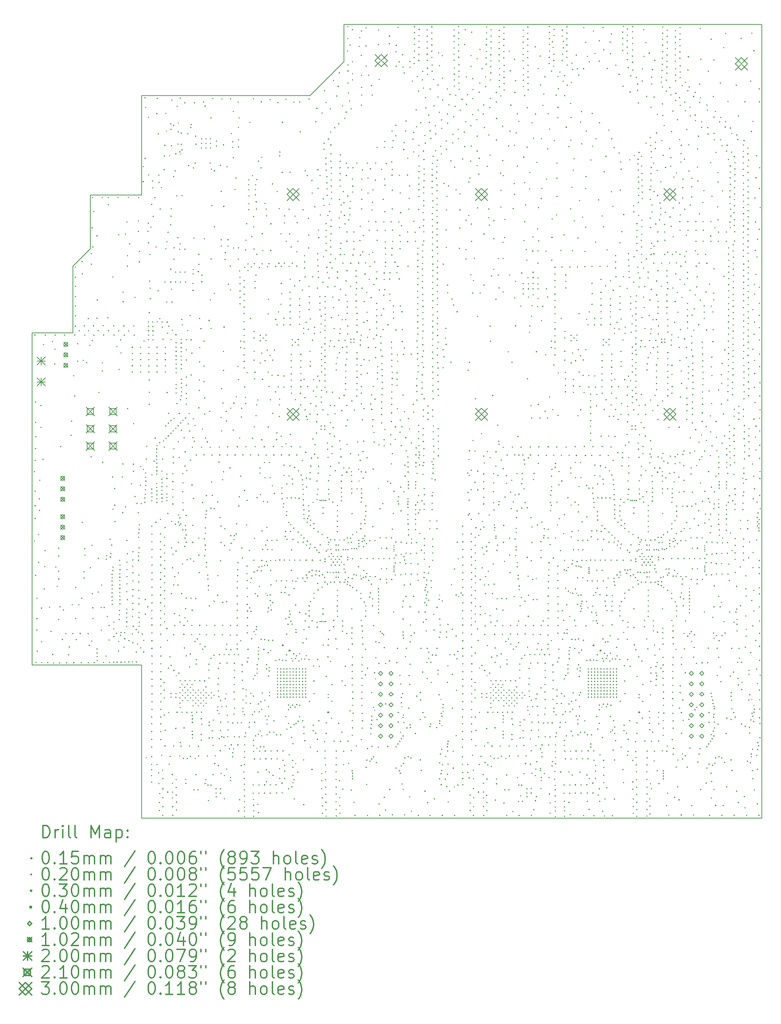
<source format=gbr>
%FSLAX45Y45*%
G04 Gerber Fmt 4.5, Leading zero omitted, Abs format (unit mm)*
G04 Created by KiCad (PCBNEW 4.0.7-e2-6376~61~ubuntu18.04.1) date Mon May 30 11:29:45 2022*
%MOMM*%
%LPD*%
G01*
G04 APERTURE LIST*
%ADD10C,0.127000*%
%ADD11C,0.200000*%
%ADD12C,0.300000*%
G04 APERTURE END LIST*
D10*
D11*
X6339000Y-11149000D02*
X6339000Y-8735000D01*
X5096000Y-11149000D02*
X6339000Y-11149000D01*
X5096000Y-12459000D02*
X5096000Y-11149000D01*
X4677000Y-12878000D02*
X5096000Y-12459000D01*
X4677000Y-14500000D02*
X4677000Y-12878000D01*
X3682000Y-14500000D02*
X4677000Y-14500000D01*
X6339000Y-22555000D02*
X6339000Y-26274000D01*
X3682000Y-22555000D02*
X6339000Y-22555000D01*
X3682000Y-14500000D02*
X3682000Y-22555000D01*
X10433000Y-8735000D02*
X6339000Y-8735000D01*
X11251000Y-7917000D02*
X10433000Y-8735000D01*
X11251000Y-7016000D02*
X11251000Y-7917000D01*
X21399000Y-7016000D02*
X11251000Y-7016000D01*
X21399000Y-26274000D02*
X21399000Y-7016000D01*
X6339000Y-26274000D02*
X21399000Y-26274000D01*
D11*
X4583958Y-22108000D02*
X4598958Y-22123000D01*
X4598958Y-22108000D02*
X4583958Y-22123000D01*
X5068500Y-22071500D02*
X5083500Y-22086500D01*
X5083500Y-22071500D02*
X5068500Y-22086500D01*
X5723500Y-21778500D02*
X5738500Y-21793500D01*
X5738500Y-21778500D02*
X5723500Y-21793500D01*
X5834500Y-21757500D02*
X5849500Y-21772500D01*
X5849500Y-21757500D02*
X5834500Y-21772500D01*
X5876500Y-18847500D02*
X5891500Y-18862500D01*
X5891500Y-18847500D02*
X5876500Y-18862500D01*
X5924500Y-21763500D02*
X5939500Y-21778500D01*
X5939500Y-21763500D02*
X5924500Y-21778500D01*
X6211500Y-21683500D02*
X6226500Y-21698500D01*
X6226500Y-21683500D02*
X6211500Y-21698500D01*
X6254500Y-18846500D02*
X6269500Y-18861500D01*
X6269500Y-18846500D02*
X6254500Y-18861500D01*
X6427500Y-20958500D02*
X6442500Y-20973500D01*
X6442500Y-20958500D02*
X6427500Y-20973500D01*
X6430500Y-21314500D02*
X6445500Y-21329500D01*
X6445500Y-21314500D02*
X6430500Y-21329500D01*
X6450500Y-24797500D02*
X6465500Y-24812500D01*
X6465500Y-24797500D02*
X6450500Y-24812500D01*
X6490500Y-21133500D02*
X6505500Y-21148500D01*
X6505500Y-21133500D02*
X6490500Y-21148500D01*
X6659500Y-11207500D02*
X6674500Y-11222500D01*
X6674500Y-11207500D02*
X6659500Y-11222500D01*
X6739500Y-9658500D02*
X6754500Y-9673500D01*
X6754500Y-9658500D02*
X6739500Y-9673500D01*
X6761000Y-10835000D02*
X6776000Y-10850000D01*
X6776000Y-10835000D02*
X6761000Y-10850000D01*
X6883500Y-10525000D02*
X6898500Y-10540000D01*
X6898500Y-10525000D02*
X6883500Y-10540000D01*
X6887500Y-23764500D02*
X6902500Y-23779500D01*
X6902500Y-23764500D02*
X6887500Y-23779500D01*
X6911500Y-24134500D02*
X6926500Y-24149500D01*
X6926500Y-24134500D02*
X6911500Y-24149500D01*
X6940500Y-9590500D02*
X6955500Y-9605500D01*
X6955500Y-9590500D02*
X6940500Y-9605500D01*
X6990710Y-22621290D02*
X7005710Y-22636290D01*
X7005710Y-22621290D02*
X6990710Y-22636290D01*
X7018000Y-10193000D02*
X7033000Y-10208000D01*
X7033000Y-10193000D02*
X7018000Y-10208000D01*
X7054290Y-22557710D02*
X7069290Y-22572710D01*
X7069290Y-22557710D02*
X7054290Y-22572710D01*
X7059000Y-9942000D02*
X7074000Y-9957000D01*
X7074000Y-9942000D02*
X7059000Y-9957000D01*
X7065500Y-20816500D02*
X7080500Y-20831500D01*
X7080500Y-20816500D02*
X7065500Y-20831500D01*
X7088500Y-20188500D02*
X7103500Y-20203500D01*
X7103500Y-20188500D02*
X7088500Y-20203500D01*
X7112000Y-9449000D02*
X7127000Y-9464000D01*
X7127000Y-9449000D02*
X7112000Y-9464000D01*
X7138500Y-20403500D02*
X7153500Y-20418500D01*
X7153500Y-20403500D02*
X7138500Y-20418500D01*
X7157500Y-19131500D02*
X7172500Y-19146500D01*
X7172500Y-19131500D02*
X7157500Y-19146500D01*
X7175500Y-19779500D02*
X7190500Y-19794500D01*
X7190500Y-19779500D02*
X7175500Y-19794500D01*
X7177710Y-22808290D02*
X7192710Y-22823290D01*
X7192710Y-22808290D02*
X7177710Y-22823290D01*
X7228500Y-19571500D02*
X7243500Y-19586500D01*
X7243500Y-19571500D02*
X7228500Y-19586500D01*
X7229000Y-9397000D02*
X7244000Y-9412000D01*
X7244000Y-9397000D02*
X7229000Y-9412000D01*
X7234500Y-19077500D02*
X7249500Y-19092500D01*
X7249500Y-19077500D02*
X7234500Y-19092500D01*
X7241290Y-22744710D02*
X7256290Y-22759710D01*
X7256290Y-22744710D02*
X7241290Y-22759710D01*
X7255500Y-19158500D02*
X7270500Y-19173500D01*
X7270500Y-19158500D02*
X7255500Y-19173500D01*
X7268500Y-10095500D02*
X7283500Y-10110500D01*
X7283500Y-10095500D02*
X7268500Y-10110500D01*
X7268500Y-18976500D02*
X7283500Y-18991500D01*
X7283500Y-18976500D02*
X7268500Y-18991500D01*
X7269500Y-18975500D02*
X7284500Y-18990500D01*
X7284500Y-18975500D02*
X7269500Y-18990500D01*
X7286500Y-19124500D02*
X7301500Y-19139500D01*
X7301500Y-19124500D02*
X7286500Y-19139500D01*
X7288500Y-10149500D02*
X7303500Y-10164500D01*
X7303500Y-10149500D02*
X7288500Y-10164500D01*
X7299000Y-9635000D02*
X7314000Y-9650000D01*
X7314000Y-9635000D02*
X7299000Y-9650000D01*
X7299042Y-9912000D02*
X7314042Y-9927000D01*
X7314042Y-9912000D02*
X7299042Y-9927000D01*
X7308500Y-20814500D02*
X7323500Y-20829500D01*
X7323500Y-20814500D02*
X7308500Y-20829500D01*
X7319000Y-10042000D02*
X7334000Y-10057000D01*
X7334000Y-10042000D02*
X7319000Y-10057000D01*
X7332500Y-19268500D02*
X7347500Y-19283500D01*
X7347500Y-19268500D02*
X7332500Y-19283500D01*
X7368500Y-24073500D02*
X7383500Y-24088500D01*
X7383500Y-24073500D02*
X7368500Y-24088500D01*
X7387500Y-19667500D02*
X7402500Y-19682500D01*
X7402500Y-19667500D02*
X7387500Y-19682500D01*
X7392500Y-19469500D02*
X7407500Y-19484500D01*
X7407500Y-19469500D02*
X7392500Y-19484500D01*
X7397500Y-19162500D02*
X7412500Y-19177500D01*
X7412500Y-19162500D02*
X7397500Y-19177500D01*
X7402500Y-19267500D02*
X7417500Y-19282500D01*
X7417500Y-19267500D02*
X7402500Y-19282500D01*
X7403500Y-21182500D02*
X7418500Y-21197500D01*
X7418500Y-21182500D02*
X7403500Y-21197500D01*
X7417500Y-22324500D02*
X7432500Y-22339500D01*
X7432500Y-22324500D02*
X7417500Y-22339500D01*
X7419500Y-19571500D02*
X7434500Y-19586500D01*
X7434500Y-19571500D02*
X7419500Y-19586500D01*
X7420500Y-18918500D02*
X7435500Y-18933500D01*
X7435500Y-18918500D02*
X7420500Y-18933500D01*
X7420500Y-19388500D02*
X7435500Y-19403500D01*
X7435500Y-19388500D02*
X7420500Y-19403500D01*
X7431500Y-17822500D02*
X7446500Y-17837500D01*
X7446500Y-17822500D02*
X7431500Y-17837500D01*
X7443500Y-19994500D02*
X7458500Y-20009500D01*
X7458500Y-19994500D02*
X7443500Y-20009500D01*
X7457500Y-9653500D02*
X7472500Y-9668500D01*
X7472500Y-9653500D02*
X7457500Y-9668500D01*
X7476000Y-10423000D02*
X7491000Y-10438000D01*
X7491000Y-10423000D02*
X7476000Y-10438000D01*
X7499500Y-22591500D02*
X7514500Y-22606500D01*
X7514500Y-22591500D02*
X7499500Y-22606500D01*
X7518500Y-22280500D02*
X7533500Y-22295500D01*
X7533500Y-22280500D02*
X7518500Y-22295500D01*
X7519500Y-19971500D02*
X7534500Y-19986500D01*
X7534500Y-19971500D02*
X7519500Y-19986500D01*
X7532500Y-9506500D02*
X7547500Y-9521500D01*
X7547500Y-9506500D02*
X7532500Y-9521500D01*
X7594500Y-18505500D02*
X7609500Y-18520500D01*
X7609500Y-18505500D02*
X7594500Y-18520500D01*
X7629710Y-21978290D02*
X7644710Y-21993290D01*
X7644710Y-21978290D02*
X7629710Y-21993290D01*
X7639000Y-10364042D02*
X7654000Y-10379042D01*
X7654000Y-10364042D02*
X7639000Y-10379042D01*
X7645500Y-9710500D02*
X7660500Y-9725500D01*
X7660500Y-9710500D02*
X7645500Y-9725500D01*
X7654500Y-25206500D02*
X7669500Y-25221500D01*
X7669500Y-25206500D02*
X7654500Y-25221500D01*
X7658500Y-9911500D02*
X7673500Y-9926500D01*
X7673500Y-9911500D02*
X7658500Y-9926500D01*
X7661500Y-22521500D02*
X7676500Y-22536500D01*
X7676500Y-22521500D02*
X7661500Y-22536500D01*
X7692710Y-21913710D02*
X7707710Y-21928710D01*
X7707710Y-21913710D02*
X7692710Y-21928710D01*
X7814500Y-18606500D02*
X7829500Y-18621500D01*
X7829500Y-18606500D02*
X7814500Y-18621500D01*
X7815290Y-22164290D02*
X7830290Y-22179290D01*
X7830290Y-22164290D02*
X7815290Y-22179290D01*
X7843500Y-8885500D02*
X7858500Y-8900500D01*
X7858500Y-8885500D02*
X7843500Y-8900500D01*
X7879290Y-22100290D02*
X7894290Y-22115290D01*
X7894290Y-22100290D02*
X7879290Y-22115290D01*
X7896500Y-18966500D02*
X7911500Y-18981500D01*
X7911500Y-18966500D02*
X7896500Y-18981500D01*
X7912500Y-18431500D02*
X7927500Y-18446500D01*
X7927500Y-18431500D02*
X7912500Y-18446500D01*
X7912500Y-18809500D02*
X7927500Y-18824500D01*
X7927500Y-18809500D02*
X7912500Y-18824500D01*
X7940500Y-20365500D02*
X7955500Y-20380500D01*
X7955500Y-20365500D02*
X7940500Y-20380500D01*
X7945500Y-20461500D02*
X7960500Y-20476500D01*
X7960500Y-20461500D02*
X7945500Y-20476500D01*
X7956500Y-25833500D02*
X7971500Y-25848500D01*
X7971500Y-25833500D02*
X7956500Y-25848500D01*
X7978500Y-24016500D02*
X7993500Y-24031500D01*
X7993500Y-24016500D02*
X7978500Y-24031500D01*
X7979500Y-23933500D02*
X7994500Y-23948500D01*
X7994500Y-23933500D02*
X7979500Y-23948500D01*
X7979500Y-24320500D02*
X7994500Y-24335500D01*
X7994500Y-24320500D02*
X7979500Y-24335500D01*
X8000000Y-10365000D02*
X8015000Y-10380000D01*
X8015000Y-10365000D02*
X8000000Y-10380000D01*
X8023500Y-18737500D02*
X8038500Y-18752500D01*
X8038500Y-18737500D02*
X8023500Y-18752500D01*
X8033500Y-18102500D02*
X8048500Y-18117500D01*
X8048500Y-18102500D02*
X8033500Y-18117500D01*
X8049500Y-24142500D02*
X8064500Y-24157500D01*
X8064500Y-24142500D02*
X8049500Y-24157500D01*
X8056500Y-24314500D02*
X8071500Y-24329500D01*
X8071500Y-24314500D02*
X8056500Y-24329500D01*
X8149500Y-25744500D02*
X8164500Y-25759500D01*
X8164500Y-25744500D02*
X8149500Y-25759500D01*
X8151500Y-9831500D02*
X8166500Y-9846500D01*
X8166500Y-9831500D02*
X8151500Y-9846500D01*
X8151500Y-9950500D02*
X8166500Y-9965500D01*
X8166500Y-9950500D02*
X8151500Y-9965500D01*
X8178500Y-18590500D02*
X8193500Y-18605500D01*
X8193500Y-18590500D02*
X8178500Y-18605500D01*
X8198500Y-24984500D02*
X8213500Y-24999500D01*
X8213500Y-24984500D02*
X8198500Y-24999500D01*
X8237500Y-18971500D02*
X8252500Y-18986500D01*
X8252500Y-18971500D02*
X8237500Y-18986500D01*
X8250500Y-10421500D02*
X8265500Y-10436500D01*
X8265500Y-10421500D02*
X8250500Y-10436500D01*
X8280500Y-24285500D02*
X8295500Y-24300500D01*
X8295500Y-24285500D02*
X8280500Y-24300500D01*
X8307500Y-21026500D02*
X8322500Y-21041500D01*
X8322500Y-21026500D02*
X8307500Y-21041500D01*
X8328000Y-9927000D02*
X8343000Y-9942000D01*
X8343000Y-9927000D02*
X8328000Y-9942000D01*
X8335500Y-24301500D02*
X8350500Y-24316500D01*
X8350500Y-24301500D02*
X8335500Y-24316500D01*
X8352458Y-19647500D02*
X8367458Y-19662500D01*
X8367458Y-19647500D02*
X8352458Y-19662500D01*
X8354458Y-19236500D02*
X8369458Y-19251500D01*
X8369458Y-19236500D02*
X8354458Y-19251500D01*
X8388000Y-23247000D02*
X8403000Y-23262000D01*
X8403000Y-23247000D02*
X8388000Y-23262000D01*
X8401500Y-21010500D02*
X8416500Y-21025500D01*
X8416500Y-21010500D02*
X8401500Y-21025500D01*
X8470500Y-24583500D02*
X8485500Y-24598500D01*
X8485500Y-24583500D02*
X8470500Y-24598500D01*
X8501500Y-22176500D02*
X8516500Y-22191500D01*
X8516500Y-22176500D02*
X8501500Y-22191500D01*
X8504500Y-19408500D02*
X8519500Y-19423500D01*
X8519500Y-19408500D02*
X8504500Y-19423500D01*
X8513500Y-19597500D02*
X8528500Y-19612500D01*
X8528500Y-19597500D02*
X8513500Y-19612500D01*
X8566500Y-24582500D02*
X8581500Y-24597500D01*
X8581500Y-24582500D02*
X8566500Y-24597500D01*
X8589500Y-19408500D02*
X8604500Y-19423500D01*
X8604500Y-19408500D02*
X8589500Y-19423500D01*
X8638500Y-19364500D02*
X8653500Y-19379500D01*
X8653500Y-19364500D02*
X8638500Y-19379500D01*
X8696500Y-18687500D02*
X8711500Y-18702500D01*
X8711500Y-18687500D02*
X8696500Y-18702500D01*
X8741500Y-17963500D02*
X8756500Y-17978500D01*
X8756500Y-17963500D02*
X8741500Y-17978500D01*
X8755500Y-24990500D02*
X8770500Y-25005500D01*
X8770500Y-24990500D02*
X8755500Y-25005500D01*
X8962500Y-21159500D02*
X8977500Y-21174500D01*
X8977500Y-21159500D02*
X8962500Y-21174500D01*
X8981500Y-20547500D02*
X8996500Y-20562500D01*
X8996500Y-20547500D02*
X8981500Y-20562500D01*
X8996500Y-21243500D02*
X9011500Y-21258500D01*
X9011500Y-21243500D02*
X8996500Y-21258500D01*
X9001500Y-20442500D02*
X9016500Y-20457500D01*
X9016500Y-20442500D02*
X9001500Y-20457500D01*
X9065500Y-21736500D02*
X9080500Y-21751500D01*
X9080500Y-21736500D02*
X9065500Y-21751500D01*
X9067500Y-20291500D02*
X9082500Y-20306500D01*
X9082500Y-20291500D02*
X9067500Y-20306500D01*
X9097500Y-20817500D02*
X9112500Y-20832500D01*
X9112500Y-20817500D02*
X9097500Y-20832500D01*
X9107500Y-21807500D02*
X9122500Y-21822500D01*
X9122500Y-21807500D02*
X9107500Y-21822500D01*
X9122500Y-21683500D02*
X9137500Y-21698500D01*
X9137500Y-21683500D02*
X9122500Y-21698500D01*
X9127500Y-21615500D02*
X9142500Y-21630500D01*
X9142500Y-21615500D02*
X9127500Y-21630500D01*
X9133500Y-24567500D02*
X9148500Y-24582500D01*
X9148500Y-24567500D02*
X9133500Y-24582500D01*
X9138500Y-18489500D02*
X9153500Y-18504500D01*
X9153500Y-18489500D02*
X9138500Y-18504500D01*
X9149500Y-20252500D02*
X9164500Y-20267500D01*
X9164500Y-20252500D02*
X9149500Y-20267500D01*
X9153500Y-20872500D02*
X9168500Y-20887500D01*
X9168500Y-20872500D02*
X9153500Y-20887500D01*
X9167500Y-24227500D02*
X9182500Y-24242500D01*
X9182500Y-24227500D02*
X9167500Y-24242500D01*
X9184500Y-20170500D02*
X9199500Y-20185500D01*
X9199500Y-20170500D02*
X9184500Y-20185500D01*
X9218500Y-18407542D02*
X9233500Y-18422542D01*
X9233500Y-18407542D02*
X9218500Y-18422542D01*
X9224500Y-24530500D02*
X9239500Y-24545500D01*
X9239500Y-24530500D02*
X9224500Y-24545500D01*
X9240517Y-21924500D02*
X9255517Y-21939500D01*
X9255517Y-21924500D02*
X9240517Y-21939500D01*
X9251500Y-20154500D02*
X9266500Y-20169500D01*
X9266500Y-20154500D02*
X9251500Y-20169500D01*
X9253500Y-19293500D02*
X9268500Y-19308500D01*
X9268500Y-19293500D02*
X9253500Y-19308500D01*
X9294500Y-18578500D02*
X9309500Y-18593500D01*
X9309500Y-18578500D02*
X9294500Y-18593500D01*
X9302500Y-24532500D02*
X9317500Y-24547500D01*
X9317500Y-24532500D02*
X9302500Y-24547500D01*
X9320500Y-20126500D02*
X9335500Y-20141500D01*
X9335500Y-20126500D02*
X9320500Y-20141500D01*
X9324500Y-21933500D02*
X9339500Y-21948500D01*
X9339500Y-21933500D02*
X9324500Y-21948500D01*
X9349500Y-19633500D02*
X9364500Y-19648500D01*
X9364500Y-19633500D02*
X9349500Y-19648500D01*
X9353500Y-20809500D02*
X9368500Y-20824500D01*
X9368500Y-20809500D02*
X9353500Y-20824500D01*
X9364500Y-25087500D02*
X9379500Y-25102500D01*
X9379500Y-25087500D02*
X9364500Y-25102500D01*
X9364500Y-25381500D02*
X9379500Y-25396500D01*
X9379500Y-25381500D02*
X9364500Y-25396500D01*
X9388500Y-20853500D02*
X9403500Y-20868500D01*
X9403500Y-20853500D02*
X9388500Y-20868500D01*
X9391500Y-18591500D02*
X9406500Y-18606500D01*
X9406500Y-18591500D02*
X9391500Y-18606500D01*
X9391500Y-20127500D02*
X9406500Y-20142500D01*
X9406500Y-20127500D02*
X9391500Y-20142500D01*
X9403500Y-21257500D02*
X9418500Y-21272500D01*
X9418500Y-21257500D02*
X9403500Y-21272500D01*
X9414500Y-21158500D02*
X9429500Y-21173500D01*
X9429500Y-21158500D02*
X9414500Y-21173500D01*
X9417500Y-21946500D02*
X9432500Y-21961500D01*
X9432500Y-21946500D02*
X9417500Y-21961500D01*
X9459500Y-20981500D02*
X9474500Y-20996500D01*
X9474500Y-20981500D02*
X9459500Y-20996500D01*
X9460500Y-20849500D02*
X9475500Y-20864500D01*
X9475500Y-20849500D02*
X9460500Y-20864500D01*
X9463500Y-21096500D02*
X9478500Y-21111500D01*
X9478500Y-21096500D02*
X9463500Y-21111500D01*
X9486500Y-21208500D02*
X9501500Y-21223500D01*
X9501500Y-21208500D02*
X9486500Y-21223500D01*
X9519500Y-21948500D02*
X9534500Y-21963500D01*
X9534500Y-21948500D02*
X9519500Y-21963500D01*
X9520500Y-21032500D02*
X9535500Y-21047500D01*
X9535500Y-21032500D02*
X9520500Y-21047500D01*
X9528500Y-25224500D02*
X9543500Y-25239500D01*
X9543500Y-25224500D02*
X9528500Y-25239500D01*
X9559500Y-18385458D02*
X9574500Y-18400458D01*
X9574500Y-18385458D02*
X9559500Y-18400458D01*
X9684500Y-25065500D02*
X9699500Y-25080500D01*
X9699500Y-25065500D02*
X9684500Y-25080500D01*
X9689500Y-25297500D02*
X9704500Y-25312500D01*
X9704500Y-25297500D02*
X9689500Y-25312500D01*
X9732500Y-20785500D02*
X9747500Y-20800500D01*
X9747500Y-20785500D02*
X9732500Y-20800500D01*
X9817500Y-20787500D02*
X9832500Y-20802500D01*
X9832500Y-20787500D02*
X9817500Y-20802500D01*
X9824500Y-19427604D02*
X9839500Y-19442604D01*
X9839500Y-19427604D02*
X9824500Y-19442604D01*
X9835500Y-19305500D02*
X9850500Y-19320500D01*
X9850500Y-19305500D02*
X9835500Y-19320500D01*
X9835500Y-20660500D02*
X9850500Y-20675500D01*
X9850500Y-20660500D02*
X9835500Y-20675500D01*
X9837500Y-21422500D02*
X9852500Y-21437500D01*
X9852500Y-21422500D02*
X9837500Y-21437500D01*
X9855500Y-21800500D02*
X9870500Y-21815500D01*
X9870500Y-21800500D02*
X9855500Y-21815500D01*
X9894500Y-21558500D02*
X9909500Y-21573500D01*
X9909500Y-21558500D02*
X9894500Y-21573500D01*
X9914500Y-20844500D02*
X9929500Y-20859500D01*
X9929500Y-20844500D02*
X9914500Y-20859500D01*
X9917500Y-21390500D02*
X9932500Y-21405500D01*
X9932500Y-21390500D02*
X9917500Y-21405500D01*
X9923500Y-21240500D02*
X9938500Y-21255500D01*
X9938500Y-21240500D02*
X9923500Y-21255500D01*
X9937500Y-21315500D02*
X9952500Y-21330500D01*
X9952500Y-21315500D02*
X9937500Y-21330500D01*
X9951216Y-19304862D02*
X9966216Y-19319862D01*
X9966216Y-19304862D02*
X9951216Y-19319862D01*
X9951500Y-23570500D02*
X9966500Y-23585500D01*
X9966500Y-23570500D02*
X9951500Y-23585500D01*
X9956500Y-21486500D02*
X9971500Y-21501500D01*
X9971500Y-21486500D02*
X9956500Y-21501500D01*
X9959500Y-24055500D02*
X9974500Y-24070500D01*
X9974500Y-24055500D02*
X9959500Y-24070500D01*
X9981500Y-25501500D02*
X9996500Y-25516500D01*
X9996500Y-25501500D02*
X9981500Y-25516500D01*
X10002517Y-23520504D02*
X10017517Y-23535504D01*
X10017517Y-23520504D02*
X10002517Y-23535504D01*
X10010500Y-24458500D02*
X10025500Y-24473500D01*
X10025500Y-24458500D02*
X10010500Y-24473500D01*
X10036500Y-23993500D02*
X10051500Y-24008500D01*
X10051500Y-23993500D02*
X10036500Y-24008500D01*
X10036500Y-25330500D02*
X10051500Y-25345500D01*
X10051500Y-25330500D02*
X10036500Y-25345500D01*
X10062500Y-23569500D02*
X10077500Y-23584500D01*
X10077500Y-23569500D02*
X10062500Y-23584500D01*
X10073500Y-24941500D02*
X10088500Y-24956500D01*
X10088500Y-24941500D02*
X10073500Y-24956500D01*
X10078500Y-21093500D02*
X10093500Y-21108500D01*
X10093500Y-21093500D02*
X10078500Y-21108500D01*
X10081500Y-21684500D02*
X10096500Y-21699500D01*
X10096500Y-21684500D02*
X10081500Y-21699500D01*
X10082500Y-20517500D02*
X10097500Y-20532500D01*
X10097500Y-20517500D02*
X10082500Y-20532500D01*
X10087500Y-21755500D02*
X10102500Y-21770500D01*
X10102500Y-21755500D02*
X10087500Y-21770500D01*
X10089500Y-23960500D02*
X10104500Y-23975500D01*
X10104500Y-23960500D02*
X10089500Y-23975500D01*
X10103517Y-23503500D02*
X10118517Y-23518500D01*
X10118517Y-23503500D02*
X10103517Y-23518500D01*
X10125500Y-25145500D02*
X10140500Y-25160500D01*
X10140500Y-25145500D02*
X10125500Y-25160500D01*
X10139500Y-23915500D02*
X10154500Y-23930500D01*
X10154500Y-23915500D02*
X10139500Y-23930500D01*
X10170500Y-21269500D02*
X10185500Y-21284500D01*
X10185500Y-21269500D02*
X10170500Y-21284500D01*
X10176000Y-23524000D02*
X10191000Y-23539000D01*
X10191000Y-23524000D02*
X10176000Y-23539000D01*
X10258500Y-22005500D02*
X10273500Y-22020500D01*
X10273500Y-22005500D02*
X10258500Y-22020500D01*
X10269500Y-25938500D02*
X10284500Y-25953500D01*
X10284500Y-25938500D02*
X10269500Y-25953500D01*
X10276500Y-21688500D02*
X10291500Y-21703500D01*
X10291500Y-21688500D02*
X10276500Y-21703500D01*
X10302500Y-20518500D02*
X10317500Y-20533500D01*
X10317500Y-20518500D02*
X10302500Y-20533500D01*
X10308500Y-21478500D02*
X10323500Y-21493500D01*
X10323500Y-21478500D02*
X10308500Y-21493500D01*
X10321500Y-21302500D02*
X10336500Y-21317500D01*
X10336500Y-21302500D02*
X10321500Y-21317500D01*
X10340500Y-18008500D02*
X10355500Y-18023500D01*
X10355500Y-18008500D02*
X10340500Y-18023500D01*
X10342500Y-18226500D02*
X10357500Y-18241500D01*
X10357500Y-18226500D02*
X10342500Y-18241500D01*
X10359500Y-20429500D02*
X10374500Y-20444500D01*
X10374500Y-20429500D02*
X10359500Y-20444500D01*
X10362500Y-18995500D02*
X10377500Y-19010500D01*
X10377500Y-18995500D02*
X10362500Y-19010500D01*
X10396500Y-21625500D02*
X10411500Y-21640500D01*
X10411500Y-21625500D02*
X10396500Y-21640500D01*
X10477500Y-20243500D02*
X10492500Y-20258500D01*
X10492500Y-20243500D02*
X10477500Y-20258500D01*
X10477500Y-20379542D02*
X10492500Y-20394542D01*
X10492500Y-20379542D02*
X10477500Y-20394542D01*
X10545500Y-19695500D02*
X10560500Y-19710500D01*
X10560500Y-19695500D02*
X10545500Y-19710500D01*
X10565500Y-20356500D02*
X10580500Y-20371500D01*
X10580500Y-20356500D02*
X10565500Y-20371500D01*
X10577500Y-20264500D02*
X10592500Y-20279500D01*
X10592500Y-20264500D02*
X10577500Y-20279500D01*
X10584422Y-19760300D02*
X10599422Y-19775300D01*
X10599422Y-19760300D02*
X10584422Y-19775300D01*
X10613500Y-20568500D02*
X10628500Y-20583500D01*
X10628500Y-20568500D02*
X10613500Y-20583500D01*
X10646500Y-19815500D02*
X10661500Y-19830500D01*
X10661500Y-19815500D02*
X10646500Y-19830500D01*
X10655500Y-20270500D02*
X10670500Y-20285500D01*
X10670500Y-20270500D02*
X10655500Y-20285500D01*
X10655500Y-20378542D02*
X10670500Y-20393542D01*
X10670500Y-20378542D02*
X10655500Y-20393542D01*
X10667936Y-20005338D02*
X10682936Y-20020338D01*
X10682936Y-20005338D02*
X10667936Y-20020338D01*
X10671158Y-18555088D02*
X10686158Y-18570088D01*
X10686158Y-18555088D02*
X10671158Y-18570088D01*
X10671158Y-21494088D02*
X10686158Y-21509088D01*
X10686158Y-21494088D02*
X10671158Y-21509088D01*
X10671290Y-19632792D02*
X10686290Y-19647792D01*
X10686290Y-19632792D02*
X10671290Y-19647792D01*
X10714846Y-18554834D02*
X10729846Y-18569834D01*
X10729846Y-18554834D02*
X10714846Y-18569834D01*
X10714846Y-21493834D02*
X10729846Y-21508834D01*
X10729846Y-21493834D02*
X10714846Y-21508834D01*
X10729402Y-20359032D02*
X10744402Y-20374032D01*
X10744402Y-20359032D02*
X10729402Y-20374032D01*
X10763360Y-18555088D02*
X10778360Y-18570088D01*
X10778360Y-18555088D02*
X10763360Y-18570088D01*
X10763360Y-21494088D02*
X10778360Y-21509088D01*
X10778360Y-21494088D02*
X10763360Y-21509088D01*
X10782012Y-20423982D02*
X10797012Y-20438982D01*
X10797012Y-20423982D02*
X10782012Y-20438982D01*
X10787936Y-19975338D02*
X10802936Y-19990338D01*
X10802936Y-19975338D02*
X10787936Y-19990338D01*
X10787936Y-20035338D02*
X10802936Y-20050338D01*
X10802936Y-20035338D02*
X10787936Y-20050338D01*
X10791500Y-20534500D02*
X10806500Y-20549500D01*
X10806500Y-20534500D02*
X10791500Y-20549500D01*
X10806794Y-18554834D02*
X10821794Y-18569834D01*
X10821794Y-18554834D02*
X10806794Y-18569834D01*
X10806794Y-21493834D02*
X10821794Y-21508834D01*
X10821794Y-21493834D02*
X10806794Y-21508834D01*
X10821500Y-19783500D02*
X10836500Y-19798500D01*
X10836500Y-19783500D02*
X10821500Y-19798500D01*
X10846500Y-20299500D02*
X10861500Y-20314500D01*
X10861500Y-20299500D02*
X10846500Y-20314500D01*
X10860466Y-19743082D02*
X10875466Y-19758082D01*
X10875466Y-19743082D02*
X10860466Y-19758082D01*
X10865500Y-22064500D02*
X10880500Y-22079500D01*
X10880500Y-22064500D02*
X10865500Y-22079500D01*
X10869500Y-19624500D02*
X10884500Y-19639500D01*
X10884500Y-19624500D02*
X10869500Y-19639500D01*
X10885120Y-19567298D02*
X10900120Y-19582298D01*
X10900120Y-19567298D02*
X10885120Y-19582298D01*
X10900500Y-21710500D02*
X10915500Y-21725500D01*
X10915500Y-21710500D02*
X10900500Y-21725500D01*
X10912500Y-20300500D02*
X10927500Y-20315500D01*
X10927500Y-20300500D02*
X10912500Y-20315500D01*
X10922950Y-20538102D02*
X10937950Y-20553102D01*
X10937950Y-20538102D02*
X10922950Y-20553102D01*
X10923204Y-19512450D02*
X10938204Y-19527450D01*
X10938204Y-19512450D02*
X10923204Y-19527450D01*
X10927776Y-19742828D02*
X10942776Y-19757828D01*
X10942776Y-19742828D02*
X10927776Y-19757828D01*
X10987936Y-20303814D02*
X11002936Y-20318814D01*
X11002936Y-20303814D02*
X10987936Y-20318814D01*
X11019500Y-20536500D02*
X11034500Y-20551500D01*
X11034500Y-20536500D02*
X11019500Y-20551500D01*
X11023500Y-19511500D02*
X11038500Y-19526500D01*
X11038500Y-19511500D02*
X11023500Y-19526500D01*
X11057936Y-19755338D02*
X11072936Y-19770338D01*
X11072936Y-19755338D02*
X11057936Y-19770338D01*
X11057936Y-20295338D02*
X11072936Y-20310338D01*
X11072936Y-20295338D02*
X11057936Y-20310338D01*
X11061500Y-19637500D02*
X11076500Y-19652500D01*
X11076500Y-19637500D02*
X11061500Y-19652500D01*
X11061500Y-20412500D02*
X11076500Y-20427500D01*
X11076500Y-20412500D02*
X11061500Y-20427500D01*
X11114500Y-19639500D02*
X11129500Y-19654500D01*
X11129500Y-19639500D02*
X11114500Y-19654500D01*
X11114500Y-20413500D02*
X11129500Y-20428500D01*
X11129500Y-20413500D02*
X11114500Y-20428500D01*
X11117500Y-23963500D02*
X11132500Y-23978500D01*
X11132500Y-23963500D02*
X11117500Y-23978500D01*
X11117936Y-19755338D02*
X11132936Y-19770338D01*
X11132936Y-19755338D02*
X11117936Y-19770338D01*
X11117936Y-20295338D02*
X11132936Y-20310338D01*
X11132936Y-20295338D02*
X11117936Y-20310338D01*
X11149500Y-19513500D02*
X11164500Y-19528500D01*
X11164500Y-19513500D02*
X11149500Y-19528500D01*
X11154500Y-20536500D02*
X11169500Y-20551500D01*
X11169500Y-20536500D02*
X11154500Y-20551500D01*
X11193500Y-24179500D02*
X11208500Y-24194500D01*
X11208500Y-24179500D02*
X11193500Y-24194500D01*
X11205500Y-22934500D02*
X11220500Y-22949500D01*
X11220500Y-22934500D02*
X11205500Y-22949500D01*
X11227936Y-19750338D02*
X11242936Y-19765338D01*
X11242936Y-19750338D02*
X11227936Y-19765338D01*
X11250500Y-19512500D02*
X11265500Y-19527500D01*
X11265500Y-19512500D02*
X11250500Y-19527500D01*
X11252642Y-20538102D02*
X11267642Y-20553102D01*
X11267642Y-20538102D02*
X11252642Y-20553102D01*
X11276500Y-23039500D02*
X11291500Y-23054500D01*
X11291500Y-23039500D02*
X11276500Y-23054500D01*
X11277936Y-20295338D02*
X11292936Y-20310338D01*
X11292936Y-20295338D02*
X11277936Y-20310338D01*
X11279500Y-22579500D02*
X11294500Y-22594500D01*
X11294500Y-22579500D02*
X11279500Y-22594500D01*
X11281500Y-20478500D02*
X11296500Y-20493500D01*
X11296500Y-20478500D02*
X11281500Y-20493500D01*
X11287936Y-19751500D02*
X11302936Y-19766500D01*
X11302936Y-19751500D02*
X11287936Y-19766500D01*
X11337936Y-19935338D02*
X11352936Y-19950338D01*
X11352936Y-19935338D02*
X11337936Y-19950338D01*
X11337936Y-19995338D02*
X11352936Y-20010338D01*
X11352936Y-19995338D02*
X11337936Y-20010338D01*
X11338500Y-20524500D02*
X11353500Y-20539500D01*
X11353500Y-20524500D02*
X11338500Y-20539500D01*
X11343500Y-19744500D02*
X11358500Y-19759500D01*
X11358500Y-19744500D02*
X11343500Y-19759500D01*
X11356500Y-20421500D02*
X11371500Y-20436500D01*
X11371500Y-20421500D02*
X11356500Y-20436500D01*
X11394500Y-23655500D02*
X11409500Y-23670500D01*
X11409500Y-23655500D02*
X11394500Y-23670500D01*
X11399500Y-20621500D02*
X11414500Y-20636500D01*
X11414500Y-20621500D02*
X11399500Y-20636500D01*
X11409500Y-17423500D02*
X11424500Y-17438500D01*
X11424500Y-17423500D02*
X11409500Y-17438500D01*
X11410122Y-19471556D02*
X11425122Y-19486556D01*
X11425122Y-19471556D02*
X11410122Y-19486556D01*
X11437500Y-19722500D02*
X11452500Y-19737500D01*
X11452500Y-19722500D02*
X11437500Y-19737500D01*
X11451500Y-25111500D02*
X11466500Y-25126500D01*
X11466500Y-25111500D02*
X11451500Y-25126500D01*
X11452500Y-20449500D02*
X11467500Y-20464500D01*
X11467500Y-20449500D02*
X11452500Y-20464500D01*
X11453048Y-19965332D02*
X11468048Y-19980332D01*
X11468048Y-19965332D02*
X11453048Y-19980332D01*
X11461000Y-25176500D02*
X11476000Y-25191500D01*
X11476000Y-25176500D02*
X11461000Y-25191500D01*
X11461000Y-25241500D02*
X11476000Y-25256500D01*
X11476000Y-25241500D02*
X11461000Y-25256500D01*
X11461000Y-25306500D02*
X11476000Y-25321500D01*
X11476000Y-25306500D02*
X11461000Y-25321500D01*
X11491500Y-20353500D02*
X11506500Y-20368500D01*
X11506500Y-20353500D02*
X11491500Y-20368500D01*
X11495500Y-19724500D02*
X11510500Y-19739500D01*
X11510500Y-19724500D02*
X11495500Y-19739500D01*
X11546500Y-20364500D02*
X11561500Y-20379500D01*
X11561500Y-20364500D02*
X11546500Y-20379500D01*
X11554500Y-19719500D02*
X11569500Y-19734500D01*
X11569500Y-19719500D02*
X11554500Y-19734500D01*
X11600500Y-20158500D02*
X11615500Y-20173500D01*
X11615500Y-20158500D02*
X11600500Y-20173500D01*
X11607936Y-19525338D02*
X11622936Y-19540338D01*
X11622936Y-19525338D02*
X11607936Y-19540338D01*
X11607988Y-19605414D02*
X11622988Y-19620414D01*
X11622988Y-19605414D02*
X11607988Y-19620414D01*
X11607988Y-19665358D02*
X11622988Y-19680358D01*
X11622988Y-19665358D02*
X11607988Y-19680358D01*
X11614500Y-18082500D02*
X11629500Y-18097500D01*
X11629500Y-18082500D02*
X11614500Y-18097500D01*
X11645500Y-17580500D02*
X11660500Y-17595500D01*
X11660500Y-17580500D02*
X11645500Y-17595500D01*
X11648500Y-20385500D02*
X11663500Y-20400500D01*
X11663500Y-20385500D02*
X11648500Y-20400500D01*
X11666500Y-17858500D02*
X11681500Y-17873500D01*
X11681500Y-17858500D02*
X11666500Y-17873500D01*
X11666500Y-20456500D02*
X11681500Y-20471500D01*
X11681500Y-20456500D02*
X11666500Y-20471500D01*
X11693840Y-19551058D02*
X11708840Y-19566058D01*
X11708840Y-19551058D02*
X11693840Y-19566058D01*
X11712500Y-17369500D02*
X11727500Y-17384500D01*
X11727500Y-17369500D02*
X11712500Y-17384500D01*
X11715176Y-19476636D02*
X11730176Y-19491636D01*
X11730176Y-19476636D02*
X11715176Y-19491636D01*
X11719500Y-18008500D02*
X11734500Y-18023500D01*
X11734500Y-18008500D02*
X11719500Y-18023500D01*
X11721500Y-20425500D02*
X11736500Y-20440500D01*
X11736500Y-20425500D02*
X11721500Y-20440500D01*
X11745910Y-19524642D02*
X11760910Y-19539642D01*
X11760910Y-19524642D02*
X11745910Y-19539642D01*
X11752500Y-19115500D02*
X11767500Y-19130500D01*
X11767500Y-19115500D02*
X11752500Y-19130500D01*
X11754500Y-19418500D02*
X11769500Y-19433500D01*
X11769500Y-19418500D02*
X11754500Y-19433500D01*
X11772500Y-22783500D02*
X11787500Y-22798500D01*
X11787500Y-22783500D02*
X11772500Y-22798500D01*
X11777500Y-20409500D02*
X11792500Y-20424500D01*
X11792500Y-20409500D02*
X11777500Y-20424500D01*
X11782500Y-17868500D02*
X11797500Y-17883500D01*
X11797500Y-17868500D02*
X11782500Y-17883500D01*
X11789500Y-25027500D02*
X11804500Y-25042500D01*
X11804500Y-25027500D02*
X11789500Y-25042500D01*
X11820500Y-22628500D02*
X11835500Y-22643500D01*
X11835500Y-22628500D02*
X11820500Y-22643500D01*
X11824500Y-24570500D02*
X11839500Y-24585500D01*
X11839500Y-24570500D02*
X11824500Y-24585500D01*
X11848512Y-20489482D02*
X11863512Y-20504482D01*
X11863512Y-20489482D02*
X11848512Y-20504482D01*
X11870500Y-20900500D02*
X11885500Y-20915500D01*
X11885500Y-20900500D02*
X11870500Y-20915500D01*
X11879500Y-24881500D02*
X11894500Y-24896500D01*
X11894500Y-24881500D02*
X11879500Y-24896500D01*
X11892512Y-20797482D02*
X11907512Y-20812482D01*
X11907512Y-20797482D02*
X11892512Y-20812482D01*
X11909500Y-24080500D02*
X11924500Y-24095500D01*
X11924500Y-24080500D02*
X11909500Y-24095500D01*
X11912500Y-20587500D02*
X11927500Y-20602500D01*
X11927500Y-20587500D02*
X11912500Y-20602500D01*
X11917500Y-23985500D02*
X11932500Y-24000500D01*
X11932500Y-23985500D02*
X11917500Y-24000500D01*
X11920500Y-23886500D02*
X11935500Y-23901500D01*
X11935500Y-23886500D02*
X11920500Y-23901500D01*
X11922500Y-24827500D02*
X11937500Y-24842500D01*
X11937500Y-24827500D02*
X11922500Y-24842500D01*
X11940500Y-21107500D02*
X11955500Y-21122500D01*
X11955500Y-21107500D02*
X11940500Y-21122500D01*
X11944512Y-20940482D02*
X11959512Y-20955482D01*
X11959512Y-20940482D02*
X11944512Y-20955482D01*
X11949500Y-19190500D02*
X11964500Y-19205500D01*
X11964500Y-19190500D02*
X11949500Y-19205500D01*
X11954500Y-17794500D02*
X11969500Y-17809500D01*
X11969500Y-17794500D02*
X11954500Y-17809500D01*
X11967500Y-24773500D02*
X11982500Y-24788500D01*
X11982500Y-24773500D02*
X11967500Y-24788500D01*
X11989500Y-22734500D02*
X12004500Y-22749500D01*
X12004500Y-22734500D02*
X11989500Y-22749500D01*
X11995500Y-23646500D02*
X12010500Y-23661500D01*
X12010500Y-23646500D02*
X11995500Y-23661500D01*
X12012500Y-22884500D02*
X12027500Y-22899500D01*
X12027500Y-22884500D02*
X12012500Y-22899500D01*
X12023500Y-21982500D02*
X12038500Y-21997500D01*
X12038500Y-21982500D02*
X12023500Y-21997500D01*
X12034500Y-24915500D02*
X12049500Y-24930500D01*
X12049500Y-24915500D02*
X12034500Y-24930500D01*
X12052500Y-23874500D02*
X12067500Y-23889500D01*
X12067500Y-23874500D02*
X12052500Y-23889500D01*
X12086470Y-20692482D02*
X12101470Y-20707482D01*
X12101470Y-20692482D02*
X12086470Y-20707482D01*
X12086470Y-20774482D02*
X12101470Y-20789482D01*
X12101470Y-20774482D02*
X12086470Y-20789482D01*
X12088470Y-20857482D02*
X12103470Y-20872482D01*
X12103470Y-20857482D02*
X12088470Y-20872482D01*
X12088470Y-20939482D02*
X12103470Y-20954482D01*
X12103470Y-20939482D02*
X12088470Y-20954482D01*
X12088500Y-18260500D02*
X12103500Y-18275500D01*
X12103500Y-18260500D02*
X12088500Y-18275500D01*
X12089458Y-21018500D02*
X12104458Y-21033500D01*
X12104458Y-21018500D02*
X12089458Y-21033500D01*
X12089458Y-21106500D02*
X12104458Y-21121500D01*
X12104458Y-21106500D02*
X12089458Y-21121500D01*
X12089458Y-21192500D02*
X12104458Y-21207500D01*
X12104458Y-21192500D02*
X12089458Y-21207500D01*
X12089458Y-21280500D02*
X12104458Y-21295500D01*
X12104458Y-21280500D02*
X12089458Y-21295500D01*
X12126500Y-18756500D02*
X12141500Y-18771500D01*
X12141500Y-18756500D02*
X12126500Y-18771500D01*
X12134500Y-21738500D02*
X12149500Y-21753500D01*
X12149500Y-21738500D02*
X12134500Y-21753500D01*
X12177000Y-21781000D02*
X12192000Y-21796000D01*
X12192000Y-21781000D02*
X12177000Y-21796000D01*
X12189500Y-18627500D02*
X12204500Y-18642500D01*
X12204500Y-18627500D02*
X12189500Y-18642500D01*
X12208500Y-21812500D02*
X12223500Y-21827500D01*
X12223500Y-21812500D02*
X12208500Y-21827500D01*
X12225500Y-25756500D02*
X12240500Y-25771500D01*
X12240500Y-25756500D02*
X12225500Y-25771500D01*
X12230542Y-22124500D02*
X12245542Y-22139500D01*
X12245542Y-22124500D02*
X12230542Y-22139500D01*
X12258500Y-22507500D02*
X12273500Y-22522500D01*
X12273500Y-22507500D02*
X12258500Y-22522500D01*
X12261500Y-23491500D02*
X12276500Y-23506500D01*
X12276500Y-23491500D02*
X12261500Y-23506500D01*
X12283500Y-20552500D02*
X12298500Y-20567500D01*
X12298500Y-20552500D02*
X12283500Y-20567500D01*
X12308500Y-18089500D02*
X12323500Y-18104500D01*
X12323500Y-18089500D02*
X12308500Y-18104500D01*
X12310500Y-24519500D02*
X12325500Y-24534500D01*
X12325500Y-24519500D02*
X12310500Y-24534500D01*
X12378500Y-18140500D02*
X12393500Y-18155500D01*
X12393500Y-18140500D02*
X12378500Y-18155500D01*
X12423500Y-19251500D02*
X12438500Y-19266500D01*
X12438500Y-19251500D02*
X12423500Y-19266500D01*
X12451500Y-18869500D02*
X12466500Y-18884500D01*
X12466500Y-18869500D02*
X12451500Y-18884500D01*
X12460334Y-19648706D02*
X12475334Y-19663706D01*
X12475334Y-19648706D02*
X12460334Y-19663706D01*
X12460334Y-19740654D02*
X12475334Y-19755654D01*
X12475334Y-19740654D02*
X12460334Y-19755654D01*
X12460588Y-19692140D02*
X12475588Y-19707140D01*
X12475588Y-19692140D02*
X12460588Y-19707140D01*
X12460588Y-19784342D02*
X12475588Y-19799342D01*
X12475588Y-19784342D02*
X12460588Y-19799342D01*
X12461334Y-20146706D02*
X12476334Y-20161706D01*
X12476334Y-20146706D02*
X12461334Y-20161706D01*
X12461334Y-20238654D02*
X12476334Y-20253654D01*
X12476334Y-20238654D02*
X12461334Y-20253654D01*
X12461588Y-20190140D02*
X12476588Y-20205140D01*
X12476588Y-20190140D02*
X12461588Y-20205140D01*
X12461588Y-20282342D02*
X12476588Y-20297342D01*
X12476588Y-20282342D02*
X12461588Y-20297342D01*
X12465500Y-18329500D02*
X12480500Y-18344500D01*
X12480500Y-18329500D02*
X12465500Y-18344500D01*
X12512500Y-24529500D02*
X12527500Y-24544500D01*
X12527500Y-24529500D02*
X12512500Y-24544500D01*
X12512500Y-25045500D02*
X12527500Y-25060500D01*
X12527500Y-25045500D02*
X12512500Y-25060500D01*
X12531500Y-22488500D02*
X12546500Y-22503500D01*
X12546500Y-22488500D02*
X12531500Y-22503500D01*
X12547500Y-22140500D02*
X12562500Y-22155500D01*
X12562500Y-22140500D02*
X12547500Y-22155500D01*
X12555500Y-18574500D02*
X12570500Y-18589500D01*
X12570500Y-18574500D02*
X12555500Y-18589500D01*
X12556500Y-24462500D02*
X12571500Y-24477500D01*
X12571500Y-24462500D02*
X12556500Y-24477500D01*
X12566500Y-23931500D02*
X12581500Y-23946500D01*
X12581500Y-23931500D02*
X12566500Y-23946500D01*
X12567500Y-23700500D02*
X12582500Y-23715500D01*
X12582500Y-23700500D02*
X12567500Y-23715500D01*
X12577500Y-18638500D02*
X12592500Y-18653500D01*
X12592500Y-18638500D02*
X12577500Y-18653500D01*
X12590500Y-25112500D02*
X12605500Y-25127500D01*
X12605500Y-25112500D02*
X12590500Y-25127500D01*
X12599500Y-24399500D02*
X12614500Y-24414500D01*
X12614500Y-24399500D02*
X12599500Y-24414500D01*
X12618500Y-25176500D02*
X12633500Y-25191500D01*
X12633500Y-25176500D02*
X12618500Y-25191500D01*
X12622500Y-24179500D02*
X12637500Y-24194500D01*
X12637500Y-24179500D02*
X12622500Y-24194500D01*
X12626500Y-18228500D02*
X12641500Y-18243500D01*
X12641500Y-18228500D02*
X12626500Y-18243500D01*
X12633500Y-18808500D02*
X12648500Y-18823500D01*
X12648500Y-18808500D02*
X12633500Y-18823500D01*
X12638500Y-24995500D02*
X12653500Y-25010500D01*
X12653500Y-24995500D02*
X12638500Y-25010500D01*
X12642500Y-24333500D02*
X12657500Y-24348500D01*
X12657500Y-24333500D02*
X12642500Y-24348500D01*
X12646500Y-23333500D02*
X12661500Y-23348500D01*
X12661500Y-23333500D02*
X12646500Y-23348500D01*
X12646500Y-23465500D02*
X12661500Y-23480500D01*
X12661500Y-23465500D02*
X12646500Y-23480500D01*
X12656500Y-23560500D02*
X12671500Y-23575500D01*
X12671500Y-23560500D02*
X12656500Y-23575500D01*
X12664500Y-21134500D02*
X12679500Y-21149500D01*
X12679500Y-21134500D02*
X12664500Y-21149500D01*
X12680500Y-21746500D02*
X12695500Y-21761500D01*
X12695500Y-21746500D02*
X12680500Y-21761500D01*
X12681500Y-23820500D02*
X12696500Y-23835500D01*
X12696500Y-23820500D02*
X12681500Y-23835500D01*
X12683500Y-24268500D02*
X12698500Y-24283500D01*
X12698500Y-24268500D02*
X12683500Y-24283500D01*
X12684500Y-20995500D02*
X12699500Y-21010500D01*
X12699500Y-20995500D02*
X12684500Y-21010500D01*
X12684500Y-21822500D02*
X12699500Y-21837500D01*
X12699500Y-21822500D02*
X12684500Y-21837500D01*
X12685500Y-21431500D02*
X12700500Y-21446500D01*
X12700500Y-21431500D02*
X12685500Y-21446500D01*
X12689500Y-23762500D02*
X12704500Y-23777500D01*
X12704500Y-23762500D02*
X12689500Y-23777500D01*
X12691500Y-24935500D02*
X12706500Y-24950500D01*
X12706500Y-24935500D02*
X12691500Y-24950500D01*
X12700500Y-19920500D02*
X12715500Y-19935500D01*
X12715500Y-19920500D02*
X12700500Y-19935500D01*
X12708500Y-20606500D02*
X12723500Y-20621500D01*
X12723500Y-20606500D02*
X12708500Y-20621500D01*
X12716500Y-20000500D02*
X12731500Y-20015500D01*
X12731500Y-20000500D02*
X12716500Y-20015500D01*
X12729500Y-17697500D02*
X12744500Y-17712500D01*
X12744500Y-17697500D02*
X12729500Y-17712500D01*
X12729500Y-24802500D02*
X12744500Y-24817500D01*
X12744500Y-24802500D02*
X12729500Y-24817500D01*
X12756500Y-20880500D02*
X12771500Y-20895500D01*
X12771500Y-20880500D02*
X12756500Y-20895500D01*
X12776500Y-24074500D02*
X12791500Y-24089500D01*
X12791500Y-24074500D02*
X12776500Y-24089500D01*
X12804500Y-18584500D02*
X12819500Y-18599500D01*
X12819500Y-18584500D02*
X12804500Y-18599500D01*
X12804500Y-18719542D02*
X12819500Y-18734542D01*
X12819500Y-18719542D02*
X12804500Y-18734542D01*
X12819500Y-23595500D02*
X12834500Y-23610500D01*
X12834500Y-23595500D02*
X12819500Y-23610500D01*
X12853500Y-21986500D02*
X12868500Y-22001500D01*
X12868500Y-21986500D02*
X12853500Y-22001500D01*
X12855500Y-21134500D02*
X12870500Y-21149500D01*
X12870500Y-21134500D02*
X12855500Y-21149500D01*
X12856500Y-23998500D02*
X12871500Y-24013500D01*
X12871500Y-23998500D02*
X12856500Y-24013500D01*
X12863500Y-20587500D02*
X12878500Y-20602500D01*
X12878500Y-20587500D02*
X12863500Y-20602500D01*
X12863500Y-24066500D02*
X12878500Y-24081500D01*
X12878500Y-24066500D02*
X12863500Y-24081500D01*
X12870500Y-24805500D02*
X12885500Y-24820500D01*
X12885500Y-24805500D02*
X12870500Y-24820500D01*
X12879500Y-21834500D02*
X12894500Y-21849500D01*
X12894500Y-21834500D02*
X12879500Y-21849500D01*
X12936500Y-20881500D02*
X12951500Y-20896500D01*
X12951500Y-20881500D02*
X12936500Y-20896500D01*
X12955500Y-21771500D02*
X12970500Y-21786500D01*
X12970500Y-21771500D02*
X12955500Y-21786500D01*
X12983500Y-24208500D02*
X12998500Y-24223500D01*
X12998500Y-24208500D02*
X12983500Y-24223500D01*
X13018500Y-23300500D02*
X13033500Y-23315500D01*
X13033500Y-23300500D02*
X13018500Y-23315500D01*
X13035500Y-18599458D02*
X13050500Y-18614458D01*
X13050500Y-18599458D02*
X13035500Y-18614458D01*
X13056500Y-18856500D02*
X13071500Y-18871500D01*
X13071500Y-18856500D02*
X13056500Y-18871500D01*
X13083500Y-17453500D02*
X13098500Y-17468500D01*
X13098500Y-17453500D02*
X13083500Y-17468500D01*
X13088500Y-18783500D02*
X13103500Y-18798500D01*
X13103500Y-18783500D02*
X13088500Y-18798500D01*
X13109500Y-23398500D02*
X13124500Y-23413500D01*
X13124500Y-23398500D02*
X13109500Y-23413500D01*
X13114458Y-22140458D02*
X13129458Y-22155458D01*
X13129458Y-22140458D02*
X13114458Y-22155458D01*
X13123500Y-25108500D02*
X13138500Y-25123500D01*
X13138500Y-25108500D02*
X13123500Y-25123500D01*
X13145500Y-18564458D02*
X13160500Y-18579458D01*
X13160500Y-18564458D02*
X13145500Y-18579458D01*
X13161500Y-22717500D02*
X13176500Y-22732500D01*
X13176500Y-22717500D02*
X13161500Y-22732500D01*
X13165500Y-23700500D02*
X13180500Y-23715500D01*
X13180500Y-23700500D02*
X13165500Y-23715500D01*
X13170500Y-17703500D02*
X13185500Y-17718500D01*
X13185500Y-17703500D02*
X13170500Y-17718500D01*
X13173500Y-21509500D02*
X13188500Y-21524500D01*
X13188500Y-21509500D02*
X13173500Y-21524500D01*
X13191500Y-20424500D02*
X13206500Y-20439500D01*
X13206500Y-20424500D02*
X13191500Y-20439500D01*
X13209500Y-21032500D02*
X13224500Y-21047500D01*
X13224500Y-21032500D02*
X13209500Y-21047500D01*
X13215500Y-23813500D02*
X13230500Y-23828500D01*
X13230500Y-23813500D02*
X13215500Y-23828500D01*
X13219500Y-21263500D02*
X13234500Y-21278500D01*
X13234500Y-21263500D02*
X13219500Y-21278500D01*
X13220500Y-20726500D02*
X13235500Y-20741500D01*
X13235500Y-20726500D02*
X13220500Y-20741500D01*
X13228500Y-20664500D02*
X13243500Y-20679500D01*
X13243500Y-20664500D02*
X13228500Y-20679500D01*
X13240500Y-20930500D02*
X13255500Y-20945500D01*
X13255500Y-20930500D02*
X13240500Y-20945500D01*
X13250500Y-20847500D02*
X13265500Y-20862500D01*
X13265500Y-20847500D02*
X13250500Y-20862500D01*
X13250500Y-21092500D02*
X13265500Y-21107500D01*
X13265500Y-21092500D02*
X13250500Y-21107500D01*
X13251500Y-20603500D02*
X13266500Y-20618500D01*
X13266500Y-20603500D02*
X13251500Y-20618500D01*
X13256500Y-20485500D02*
X13271500Y-20500500D01*
X13271500Y-20485500D02*
X13256500Y-20500500D01*
X13267458Y-22139500D02*
X13282458Y-22154500D01*
X13282458Y-22139500D02*
X13267458Y-22154500D01*
X13277500Y-25885500D02*
X13292500Y-25900500D01*
X13292500Y-25885500D02*
X13277500Y-25900500D01*
X13280500Y-20774500D02*
X13295500Y-20789500D01*
X13295500Y-20774500D02*
X13280500Y-20789500D01*
X13299500Y-20313500D02*
X13314500Y-20328500D01*
X13314500Y-20313500D02*
X13299500Y-20328500D01*
X13303250Y-20972750D02*
X13318250Y-20987750D01*
X13318250Y-20972750D02*
X13303250Y-20987750D01*
X13339500Y-24039500D02*
X13354500Y-24054500D01*
X13354500Y-24039500D02*
X13339500Y-24054500D01*
X13351500Y-23979500D02*
X13366500Y-23994500D01*
X13366500Y-23979500D02*
X13351500Y-23994500D01*
X13362500Y-20503500D02*
X13377500Y-20518500D01*
X13377500Y-20503500D02*
X13362500Y-20518500D01*
X13384500Y-17613500D02*
X13399500Y-17628500D01*
X13399500Y-17613500D02*
X13384500Y-17628500D01*
X13395500Y-22302500D02*
X13410500Y-22317500D01*
X13410500Y-22302500D02*
X13395500Y-22317500D01*
X13414500Y-17679500D02*
X13429500Y-17694500D01*
X13429500Y-17679500D02*
X13414500Y-17694500D01*
X13466500Y-18054500D02*
X13481500Y-18069500D01*
X13481500Y-18054500D02*
X13466500Y-18069500D01*
X13493500Y-24064500D02*
X13508500Y-24079500D01*
X13508500Y-24064500D02*
X13493500Y-24079500D01*
X13506500Y-22140500D02*
X13521500Y-22155500D01*
X13521500Y-22140500D02*
X13506500Y-22155500D01*
X13554500Y-20952500D02*
X13569500Y-20967500D01*
X13569500Y-20952500D02*
X13554500Y-20967500D01*
X13559500Y-23270500D02*
X13574500Y-23285500D01*
X13574500Y-23270500D02*
X13559500Y-23285500D01*
X13569500Y-20852500D02*
X13584500Y-20867500D01*
X13584500Y-20852500D02*
X13569500Y-20867500D01*
X13569500Y-24919500D02*
X13584500Y-24934500D01*
X13584500Y-24919500D02*
X13569500Y-24934500D01*
X13573000Y-21434500D02*
X13588000Y-21449500D01*
X13588000Y-21434500D02*
X13573000Y-21449500D01*
X13573500Y-23961500D02*
X13588500Y-23976500D01*
X13588500Y-23961500D02*
X13573500Y-23976500D01*
X13574500Y-23901500D02*
X13589500Y-23916500D01*
X13589500Y-23901500D02*
X13574500Y-23916500D01*
X13591500Y-24710500D02*
X13606500Y-24725500D01*
X13606500Y-24710500D02*
X13591500Y-24725500D01*
X13604500Y-23382500D02*
X13619500Y-23397500D01*
X13619500Y-23382500D02*
X13604500Y-23397500D01*
X13606500Y-23722500D02*
X13621500Y-23737500D01*
X13621500Y-23722500D02*
X13606500Y-23737500D01*
X13619500Y-25110500D02*
X13634500Y-25125500D01*
X13634500Y-25110500D02*
X13619500Y-25125500D01*
X13621500Y-24592500D02*
X13636500Y-24607500D01*
X13636500Y-24592500D02*
X13621500Y-24607500D01*
X13626500Y-23789500D02*
X13641500Y-23804500D01*
X13641500Y-23789500D02*
X13626500Y-23804500D01*
X13630500Y-24017500D02*
X13645500Y-24032500D01*
X13645500Y-24017500D02*
X13630500Y-24032500D01*
X13648500Y-23582500D02*
X13663500Y-23597500D01*
X13663500Y-23582500D02*
X13648500Y-23597500D01*
X13654500Y-23670500D02*
X13669500Y-23685500D01*
X13669500Y-23670500D02*
X13654500Y-23685500D01*
X13659500Y-23507500D02*
X13674500Y-23522500D01*
X13674500Y-23507500D02*
X13659500Y-23522500D01*
X13709500Y-25316500D02*
X13724500Y-25331500D01*
X13724500Y-25316500D02*
X13709500Y-25331500D01*
X13741500Y-25493500D02*
X13756500Y-25508500D01*
X13756500Y-25493500D02*
X13741500Y-25508500D01*
X13758500Y-24532500D02*
X13773500Y-24547500D01*
X13773500Y-24532500D02*
X13758500Y-24547500D01*
X13766500Y-24463500D02*
X13781500Y-24478500D01*
X13781500Y-24463500D02*
X13766500Y-24478500D01*
X13778500Y-24397500D02*
X13793500Y-24412500D01*
X13793500Y-24397500D02*
X13778500Y-24412500D01*
X13926500Y-25508500D02*
X13941500Y-25523500D01*
X13941500Y-25508500D02*
X13926500Y-25523500D01*
X13927500Y-22299500D02*
X13942500Y-22314500D01*
X13942500Y-22299500D02*
X13927500Y-22314500D01*
X13975500Y-20846500D02*
X13990500Y-20861500D01*
X13990500Y-20846500D02*
X13975500Y-20861500D01*
X14013500Y-25464500D02*
X14028500Y-25479500D01*
X14028500Y-25464500D02*
X14013500Y-25479500D01*
X14015500Y-22219500D02*
X14030500Y-22234500D01*
X14030500Y-22219500D02*
X14015500Y-22234500D01*
X14036500Y-20885500D02*
X14051500Y-20900500D01*
X14051500Y-20885500D02*
X14036500Y-20900500D01*
X14089500Y-20800500D02*
X14104500Y-20815500D01*
X14104500Y-20800500D02*
X14089500Y-20815500D01*
X14254500Y-17888500D02*
X14269500Y-17903500D01*
X14269500Y-17888500D02*
X14254500Y-17903500D01*
X14260500Y-18360500D02*
X14275500Y-18375500D01*
X14275500Y-18360500D02*
X14260500Y-18375500D01*
X14266500Y-18905500D02*
X14281500Y-18920500D01*
X14281500Y-18905500D02*
X14266500Y-18920500D01*
X14283500Y-18549500D02*
X14298500Y-18564500D01*
X14298500Y-18549500D02*
X14283500Y-18564500D01*
X14297000Y-18874000D02*
X14312000Y-18889000D01*
X14312000Y-18874000D02*
X14297000Y-18889000D01*
X14332500Y-18290500D02*
X14347500Y-18305500D01*
X14347500Y-18290500D02*
X14332500Y-18305500D01*
X14430500Y-18111500D02*
X14445500Y-18126500D01*
X14445500Y-18111500D02*
X14430500Y-18126500D01*
X14435500Y-23807500D02*
X14450500Y-23822500D01*
X14450500Y-23807500D02*
X14435500Y-23822500D01*
X14455500Y-24134500D02*
X14470500Y-24149500D01*
X14470500Y-24134500D02*
X14455500Y-24149500D01*
X14498500Y-18300500D02*
X14513500Y-18315500D01*
X14513500Y-18300500D02*
X14498500Y-18315500D01*
X14500000Y-17840000D02*
X14515000Y-17855000D01*
X14515000Y-17840000D02*
X14500000Y-17855000D01*
X14518500Y-19401500D02*
X14533500Y-19416500D01*
X14533500Y-19401500D02*
X14518500Y-19416500D01*
X14534896Y-22620957D02*
X14549896Y-22635957D01*
X14549896Y-22620957D02*
X14534896Y-22635957D01*
X14554500Y-21131500D02*
X14569500Y-21146500D01*
X14569500Y-21131500D02*
X14554500Y-21146500D01*
X14557500Y-20472500D02*
X14572500Y-20487500D01*
X14572500Y-20472500D02*
X14557500Y-20487500D01*
X14558500Y-21326500D02*
X14573500Y-21341500D01*
X14573500Y-21326500D02*
X14558500Y-21341500D01*
X14564500Y-19252500D02*
X14579500Y-19267500D01*
X14579500Y-19252500D02*
X14564500Y-19267500D01*
X14598477Y-22557377D02*
X14613477Y-22572377D01*
X14613477Y-22557377D02*
X14598477Y-22572377D01*
X14602500Y-20189500D02*
X14617500Y-20204500D01*
X14617500Y-20189500D02*
X14602500Y-20204500D01*
X14644500Y-17474500D02*
X14659500Y-17489500D01*
X14659500Y-17474500D02*
X14644500Y-17489500D01*
X14644500Y-19201500D02*
X14659500Y-19216500D01*
X14659500Y-19201500D02*
X14644500Y-19216500D01*
X14675500Y-24909500D02*
X14690500Y-24924500D01*
X14690500Y-24909500D02*
X14675500Y-24924500D01*
X14682500Y-20403500D02*
X14697500Y-20418500D01*
X14697500Y-20403500D02*
X14682500Y-20418500D01*
X14682500Y-20814500D02*
X14697500Y-20829500D01*
X14697500Y-20814500D02*
X14682500Y-20829500D01*
X14708500Y-19681500D02*
X14723500Y-19696500D01*
X14723500Y-19681500D02*
X14708500Y-19696500D01*
X14720500Y-19779500D02*
X14735500Y-19794500D01*
X14735500Y-19779500D02*
X14720500Y-19794500D01*
X14722220Y-22806926D02*
X14737220Y-22821926D01*
X14737220Y-22806926D02*
X14722220Y-22821926D01*
X14738000Y-24970000D02*
X14753000Y-24985000D01*
X14753000Y-24970000D02*
X14738000Y-24985000D01*
X14771500Y-19572500D02*
X14786500Y-19587500D01*
X14786500Y-19572500D02*
X14771500Y-19587500D01*
X14785153Y-22743993D02*
X14800153Y-22758993D01*
X14800153Y-22743993D02*
X14785153Y-22758993D01*
X14822500Y-25002500D02*
X14837500Y-25017500D01*
X14837500Y-25002500D02*
X14822500Y-25017500D01*
X14851500Y-20814500D02*
X14866500Y-20829500D01*
X14866500Y-20814500D02*
X14851500Y-20829500D01*
X14892500Y-20587500D02*
X14907500Y-20602500D01*
X14907500Y-20587500D02*
X14892500Y-20602500D01*
X14899500Y-19143500D02*
X14914500Y-19158500D01*
X14914500Y-19143500D02*
X14899500Y-19158500D01*
X14899500Y-19277500D02*
X14914500Y-19292500D01*
X14914500Y-19277500D02*
X14899500Y-19292500D01*
X14913500Y-19213500D02*
X14928500Y-19228500D01*
X14928500Y-19213500D02*
X14913500Y-19228500D01*
X14937500Y-19420500D02*
X14952500Y-19435500D01*
X14952500Y-19420500D02*
X14937500Y-19435500D01*
X14938500Y-19467500D02*
X14953500Y-19482500D01*
X14953500Y-19467500D02*
X14938500Y-19482500D01*
X14954500Y-21186500D02*
X14969500Y-21201500D01*
X14969500Y-21186500D02*
X14954500Y-21201500D01*
X14960500Y-22324500D02*
X14975500Y-22339500D01*
X14975500Y-22324500D02*
X14960500Y-22339500D01*
X14965500Y-19763500D02*
X14980500Y-19778500D01*
X14980500Y-19763500D02*
X14965500Y-19778500D01*
X14976500Y-19635500D02*
X14991500Y-19650500D01*
X14991500Y-19635500D02*
X14976500Y-19650500D01*
X14984500Y-17944500D02*
X14999500Y-17959500D01*
X14999500Y-17944500D02*
X14984500Y-17959500D01*
X15005500Y-18652500D02*
X15020500Y-18667500D01*
X15020500Y-18652500D02*
X15005500Y-18667500D01*
X15010500Y-17191500D02*
X15025500Y-17206500D01*
X15025500Y-17191500D02*
X15010500Y-17206500D01*
X15043500Y-22591500D02*
X15058500Y-22606500D01*
X15058500Y-22591500D02*
X15043500Y-22606500D01*
X15063075Y-22279454D02*
X15078075Y-22294454D01*
X15078075Y-22279454D02*
X15063075Y-22294454D01*
X15115536Y-17782500D02*
X15130536Y-17797500D01*
X15130536Y-17782500D02*
X15115536Y-17797500D01*
X15156500Y-18472500D02*
X15171500Y-18487500D01*
X15171500Y-18472500D02*
X15156500Y-18487500D01*
X15174121Y-21977490D02*
X15189121Y-21992490D01*
X15189121Y-21977490D02*
X15174121Y-21992490D01*
X15191500Y-17951500D02*
X15206500Y-17966500D01*
X15206500Y-17951500D02*
X15191500Y-17966500D01*
X15198500Y-25214500D02*
X15213500Y-25229500D01*
X15213500Y-25214500D02*
X15198500Y-25229500D01*
X15205500Y-22521500D02*
X15220500Y-22536500D01*
X15220500Y-22521500D02*
X15205500Y-22536500D01*
X15237760Y-21913910D02*
X15252760Y-21928910D01*
X15252760Y-21913910D02*
X15237760Y-21928910D01*
X15326500Y-23853500D02*
X15341500Y-23868500D01*
X15341500Y-23853500D02*
X15326500Y-23868500D01*
X15326500Y-24234458D02*
X15341500Y-24249458D01*
X15341500Y-24234458D02*
X15326500Y-24249458D01*
X15326500Y-24349500D02*
X15341500Y-24364500D01*
X15341500Y-24349500D02*
X15326500Y-24364500D01*
X15341542Y-23989500D02*
X15356542Y-24004500D01*
X15356542Y-23989500D02*
X15341542Y-24004500D01*
X15357500Y-18586500D02*
X15372500Y-18601500D01*
X15372500Y-18586500D02*
X15357500Y-18601500D01*
X15359383Y-22164166D02*
X15374383Y-22179166D01*
X15374383Y-22164166D02*
X15359383Y-22179166D01*
X15423670Y-22101233D02*
X15438670Y-22116233D01*
X15438670Y-22101233D02*
X15423670Y-22116233D01*
X15440500Y-18966500D02*
X15455500Y-18981500D01*
X15455500Y-18966500D02*
X15440500Y-18981500D01*
X15456500Y-18808500D02*
X15471500Y-18823500D01*
X15471500Y-18808500D02*
X15456500Y-18823500D01*
X15478500Y-20458500D02*
X15493500Y-20473500D01*
X15493500Y-20458500D02*
X15478500Y-20473500D01*
X15481500Y-20371500D02*
X15496500Y-20386500D01*
X15496500Y-20371500D02*
X15481500Y-20386500D01*
X15484500Y-25857500D02*
X15499500Y-25872500D01*
X15499500Y-25857500D02*
X15484500Y-25872500D01*
X15496500Y-17452500D02*
X15511500Y-17467500D01*
X15511500Y-17452500D02*
X15496500Y-17467500D01*
X15497500Y-18403500D02*
X15512500Y-18418500D01*
X15512500Y-18403500D02*
X15497500Y-18418500D01*
X15551500Y-20904500D02*
X15566500Y-20919500D01*
X15566500Y-20904500D02*
X15551500Y-20919500D01*
X15563500Y-18144500D02*
X15578500Y-18159500D01*
X15578500Y-18144500D02*
X15563500Y-18159500D01*
X15567500Y-18736500D02*
X15582500Y-18751500D01*
X15582500Y-18736500D02*
X15567500Y-18751500D01*
X15593500Y-24142500D02*
X15608500Y-24157500D01*
X15608500Y-24142500D02*
X15593500Y-24157500D01*
X15623500Y-17572500D02*
X15638500Y-17587500D01*
X15638500Y-17572500D02*
X15623500Y-17587500D01*
X15651500Y-18602500D02*
X15666500Y-18617500D01*
X15666500Y-18602500D02*
X15651500Y-18617500D01*
X15693500Y-25744500D02*
X15708500Y-25759500D01*
X15708500Y-25744500D02*
X15693500Y-25759500D01*
X15696500Y-18732500D02*
X15711500Y-18747500D01*
X15711500Y-18732500D02*
X15696500Y-18747500D01*
X15726500Y-17518500D02*
X15741500Y-17533500D01*
X15741500Y-17518500D02*
X15726500Y-17533500D01*
X15774500Y-24955500D02*
X15789500Y-24970500D01*
X15789500Y-24955500D02*
X15774500Y-24970500D01*
X15781500Y-18971500D02*
X15796500Y-18986500D01*
X15796500Y-18971500D02*
X15781500Y-18986500D01*
X15841500Y-20962500D02*
X15856500Y-20977500D01*
X15856500Y-20962500D02*
X15841500Y-20977500D01*
X15916500Y-20453500D02*
X15931500Y-20468500D01*
X15931500Y-20453500D02*
X15916500Y-20468500D01*
X15921500Y-25743500D02*
X15936500Y-25758500D01*
X15936500Y-25743500D02*
X15921500Y-25758500D01*
X15925500Y-24893500D02*
X15940500Y-24908500D01*
X15940500Y-24893500D02*
X15925500Y-24908500D01*
X15933500Y-20960500D02*
X15948500Y-20975500D01*
X15948500Y-20960500D02*
X15933500Y-20975500D01*
X15934000Y-23249000D02*
X15949000Y-23264000D01*
X15949000Y-23249000D02*
X15934000Y-23264000D01*
X15940500Y-19143500D02*
X15955500Y-19158500D01*
X15955500Y-19143500D02*
X15940500Y-19158500D01*
X16012500Y-25110500D02*
X16027500Y-25125500D01*
X16027500Y-25110500D02*
X16012500Y-25125500D01*
X16017500Y-25053500D02*
X16032500Y-25068500D01*
X16032500Y-25053500D02*
X16017500Y-25068500D01*
X16023500Y-24582500D02*
X16038500Y-24597500D01*
X16038500Y-24582500D02*
X16023500Y-24597500D01*
X16029500Y-19553500D02*
X16044500Y-19568500D01*
X16044500Y-19553500D02*
X16029500Y-19568500D01*
X16031500Y-23103500D02*
X16046500Y-23118500D01*
X16046500Y-23103500D02*
X16031500Y-23118500D01*
X16045500Y-22175500D02*
X16060500Y-22190500D01*
X16060500Y-22175500D02*
X16045500Y-22190500D01*
X16050500Y-19079500D02*
X16065500Y-19094500D01*
X16065500Y-19079500D02*
X16050500Y-19094500D01*
X16100500Y-19458500D02*
X16115500Y-19473500D01*
X16115500Y-19458500D02*
X16100500Y-19473500D01*
X16106500Y-19406500D02*
X16121500Y-19421500D01*
X16121500Y-19406500D02*
X16106500Y-19421500D01*
X16109500Y-25182500D02*
X16124500Y-25197500D01*
X16124500Y-25182500D02*
X16109500Y-25197500D01*
X16110500Y-19240500D02*
X16125500Y-19255500D01*
X16125500Y-19240500D02*
X16110500Y-19255500D01*
X16223500Y-25280500D02*
X16238500Y-25295500D01*
X16238500Y-25280500D02*
X16223500Y-25295500D01*
X16268500Y-18426500D02*
X16283500Y-18441500D01*
X16283500Y-18426500D02*
X16268500Y-18441500D01*
X16282500Y-18314500D02*
X16297500Y-18329500D01*
X16297500Y-18314500D02*
X16282500Y-18329500D01*
X16284500Y-17964500D02*
X16299500Y-17979500D01*
X16299500Y-17964500D02*
X16284500Y-17979500D01*
X16285500Y-18672500D02*
X16300500Y-18687500D01*
X16300500Y-18672500D02*
X16285500Y-18687500D01*
X16299500Y-24996500D02*
X16314500Y-25011500D01*
X16314500Y-24996500D02*
X16299500Y-25011500D01*
X16307500Y-24890500D02*
X16322500Y-24905500D01*
X16322500Y-24890500D02*
X16307500Y-24905500D01*
X16374500Y-17750500D02*
X16389500Y-17765500D01*
X16389500Y-17750500D02*
X16374500Y-17765500D01*
X16465500Y-17848500D02*
X16480500Y-17863500D01*
X16480500Y-17848500D02*
X16465500Y-17863500D01*
X16465500Y-18170500D02*
X16480500Y-18185500D01*
X16480500Y-18170500D02*
X16465500Y-18185500D01*
X16473500Y-18992500D02*
X16488500Y-19007500D01*
X16488500Y-18992500D02*
X16473500Y-19007500D01*
X16548500Y-21233500D02*
X16563500Y-21248500D01*
X16563500Y-21233500D02*
X16548500Y-21248500D01*
X16594500Y-20238500D02*
X16609500Y-20253500D01*
X16609500Y-20238500D02*
X16594500Y-20253500D01*
X16594500Y-21768500D02*
X16609500Y-21783500D01*
X16609500Y-21768500D02*
X16594500Y-21783500D01*
X16646500Y-20251500D02*
X16661500Y-20266500D01*
X16661500Y-20251500D02*
X16646500Y-20266500D01*
X16654500Y-21082500D02*
X16669500Y-21097500D01*
X16669500Y-21082500D02*
X16654500Y-21097500D01*
X16662500Y-21781500D02*
X16677500Y-21796500D01*
X16677500Y-21781500D02*
X16662500Y-21796500D01*
X16666500Y-21683500D02*
X16681500Y-21698500D01*
X16681500Y-21683500D02*
X16666500Y-21698500D01*
X16682500Y-18489500D02*
X16697500Y-18504500D01*
X16697500Y-18489500D02*
X16682500Y-18504500D01*
X16689500Y-20183500D02*
X16704500Y-20198500D01*
X16704500Y-20183500D02*
X16689500Y-20198500D01*
X16700500Y-20753500D02*
X16715500Y-20768500D01*
X16715500Y-20753500D02*
X16700500Y-20768500D01*
X16745500Y-20792500D02*
X16760500Y-20807500D01*
X16760500Y-20792500D02*
X16745500Y-20807500D01*
X16761500Y-18666458D02*
X16776500Y-18681458D01*
X16776500Y-18666458D02*
X16761500Y-18681458D01*
X16784500Y-19310500D02*
X16799500Y-19325500D01*
X16799500Y-19310500D02*
X16784500Y-19325500D01*
X16784500Y-21924500D02*
X16799500Y-21939500D01*
X16799500Y-21924500D02*
X16784500Y-21939500D01*
X16788500Y-25213500D02*
X16803500Y-25228500D01*
X16803500Y-25213500D02*
X16788500Y-25228500D01*
X16799500Y-20805500D02*
X16814500Y-20820500D01*
X16814500Y-20805500D02*
X16799500Y-20820500D01*
X16857500Y-18592500D02*
X16872500Y-18607500D01*
X16872500Y-18592500D02*
X16857500Y-18607500D01*
X16868500Y-21933500D02*
X16883500Y-21948500D01*
X16883500Y-21933500D02*
X16868500Y-21948500D01*
X16871500Y-21595500D02*
X16886500Y-21610500D01*
X16886500Y-21595500D02*
X16871500Y-21610500D01*
X16882500Y-20141500D02*
X16897500Y-20156500D01*
X16897500Y-20141500D02*
X16882500Y-20156500D01*
X16897500Y-20809500D02*
X16912500Y-20824500D01*
X16912500Y-20809500D02*
X16897500Y-20824500D01*
X16919500Y-21076500D02*
X16934500Y-21091500D01*
X16934500Y-21076500D02*
X16919500Y-21091500D01*
X16932500Y-20853500D02*
X16947500Y-20868500D01*
X16947500Y-20853500D02*
X16932500Y-20868500D01*
X16945500Y-21914500D02*
X16960500Y-21929500D01*
X16960500Y-21914500D02*
X16945500Y-21929500D01*
X16951500Y-20153500D02*
X16966500Y-20168500D01*
X16966500Y-20153500D02*
X16951500Y-20168500D01*
X16993500Y-21121500D02*
X17008500Y-21136500D01*
X17008500Y-21121500D02*
X16993500Y-21136500D01*
X16993500Y-21244500D02*
X17008500Y-21259500D01*
X17008500Y-21244500D02*
X16993500Y-21259500D01*
X17001500Y-20172500D02*
X17016500Y-20187500D01*
X17016500Y-20172500D02*
X17001500Y-20187500D01*
X17004500Y-20849500D02*
X17019500Y-20864500D01*
X17019500Y-20849500D02*
X17004500Y-20864500D01*
X17008500Y-21059500D02*
X17023500Y-21074500D01*
X17023500Y-21059500D02*
X17008500Y-21074500D01*
X17016500Y-21180500D02*
X17031500Y-21195500D01*
X17031500Y-21180500D02*
X17016500Y-21195500D01*
X17031500Y-19073500D02*
X17046500Y-19088500D01*
X17046500Y-19073500D02*
X17031500Y-19088500D01*
X17031500Y-20998500D02*
X17046500Y-21013500D01*
X17046500Y-20998500D02*
X17031500Y-21013500D01*
X17063500Y-21948500D02*
X17078500Y-21963500D01*
X17078500Y-21948500D02*
X17063500Y-21963500D01*
X17137500Y-18190500D02*
X17152500Y-18205500D01*
X17152500Y-18190500D02*
X17137500Y-18205500D01*
X17150500Y-25213500D02*
X17165500Y-25228500D01*
X17165500Y-25213500D02*
X17150500Y-25228500D01*
X17197500Y-18253500D02*
X17212500Y-18268500D01*
X17212500Y-18253500D02*
X17197500Y-18268500D01*
X17201334Y-20185706D02*
X17216334Y-20200706D01*
X17216334Y-20185706D02*
X17201334Y-20200706D01*
X17201334Y-20277654D02*
X17216334Y-20292654D01*
X17216334Y-20277654D02*
X17201334Y-20292654D01*
X17201588Y-20229140D02*
X17216588Y-20244140D01*
X17216588Y-20229140D02*
X17201588Y-20244140D01*
X17201588Y-20321342D02*
X17216588Y-20336342D01*
X17216588Y-20321342D02*
X17201588Y-20336342D01*
X17202500Y-25299500D02*
X17217500Y-25314500D01*
X17217500Y-25299500D02*
X17202500Y-25314500D01*
X17237500Y-24537500D02*
X17252500Y-24552500D01*
X17252500Y-24537500D02*
X17237500Y-24552500D01*
X17242500Y-24460500D02*
X17257500Y-24475500D01*
X17257500Y-24460500D02*
X17242500Y-24475500D01*
X17246500Y-19437500D02*
X17261500Y-19452500D01*
X17261500Y-19437500D02*
X17246500Y-19452500D01*
X17265500Y-19290500D02*
X17280500Y-19305500D01*
X17280500Y-19290500D02*
X17265500Y-19305500D01*
X17295500Y-21478500D02*
X17310500Y-21493500D01*
X17310500Y-21478500D02*
X17295500Y-21493500D01*
X17361500Y-20787500D02*
X17376500Y-20802500D01*
X17376500Y-20787500D02*
X17361500Y-20802500D01*
X17363500Y-21276500D02*
X17378500Y-21291500D01*
X17378500Y-21276500D02*
X17363500Y-21291500D01*
X17377500Y-21474500D02*
X17392500Y-21489500D01*
X17392500Y-21474500D02*
X17377500Y-21489500D01*
X17380500Y-21336500D02*
X17395500Y-21351500D01*
X17395500Y-21336500D02*
X17380500Y-21351500D01*
X17383500Y-19292500D02*
X17398500Y-19307500D01*
X17398500Y-19292500D02*
X17383500Y-19307500D01*
X17398500Y-20683500D02*
X17413500Y-20698500D01*
X17413500Y-20683500D02*
X17398500Y-20698500D01*
X17401500Y-21533500D02*
X17416500Y-21548500D01*
X17416500Y-21533500D02*
X17401500Y-21548500D01*
X17459500Y-20843500D02*
X17474500Y-20858500D01*
X17474500Y-20843500D02*
X17459500Y-20858500D01*
X17497500Y-19304500D02*
X17512500Y-19319500D01*
X17512500Y-19304500D02*
X17497500Y-19319500D01*
X17507500Y-23569500D02*
X17522500Y-23584500D01*
X17522500Y-23569500D02*
X17507500Y-23584500D01*
X17539500Y-21913500D02*
X17554500Y-21928500D01*
X17554500Y-21913500D02*
X17539500Y-21928500D01*
X17546500Y-23497500D02*
X17561500Y-23512500D01*
X17561500Y-23497500D02*
X17546500Y-23512500D01*
X17599500Y-21993500D02*
X17614500Y-22008500D01*
X17614500Y-21993500D02*
X17599500Y-22008500D01*
X17616500Y-23558500D02*
X17631500Y-23573500D01*
X17631500Y-23558500D02*
X17616500Y-23573500D01*
X17646500Y-23498500D02*
X17661500Y-23513500D01*
X17661500Y-23498500D02*
X17646500Y-23513500D01*
X17655500Y-21980500D02*
X17670500Y-21995500D01*
X17670500Y-21980500D02*
X17655500Y-21995500D01*
X17720500Y-24170500D02*
X17735500Y-24185500D01*
X17735500Y-24170500D02*
X17720500Y-24185500D01*
X17734500Y-23525500D02*
X17749500Y-23540500D01*
X17749500Y-23525500D02*
X17734500Y-23540500D01*
X17763500Y-24127500D02*
X17778500Y-24142500D01*
X17778500Y-24127500D02*
X17763500Y-24142500D01*
X17779500Y-24610500D02*
X17794500Y-24625500D01*
X17794500Y-24610500D02*
X17779500Y-24625500D01*
X17806500Y-20527500D02*
X17821500Y-20542500D01*
X17821500Y-20527500D02*
X17806500Y-20542500D01*
X17813500Y-25801500D02*
X17828500Y-25816500D01*
X17828500Y-25801500D02*
X17813500Y-25816500D01*
X17824500Y-20608500D02*
X17839500Y-20623500D01*
X17839500Y-20608500D02*
X17824500Y-20623500D01*
X17921500Y-20421500D02*
X17936500Y-20436500D01*
X17936500Y-20421500D02*
X17921500Y-20436500D01*
X17965500Y-20368500D02*
X17980500Y-20383500D01*
X17980500Y-20368500D02*
X17965500Y-20383500D01*
X17971500Y-18529500D02*
X17986500Y-18544500D01*
X17986500Y-18529500D02*
X17971500Y-18544500D01*
X18067500Y-20235500D02*
X18082500Y-20250500D01*
X18082500Y-20235500D02*
X18067500Y-20250500D01*
X18109500Y-20323500D02*
X18124500Y-20338500D01*
X18124500Y-20323500D02*
X18109500Y-20338500D01*
X18125500Y-21925500D02*
X18140500Y-21940500D01*
X18140500Y-21925500D02*
X18125500Y-21940500D01*
X18129500Y-19760500D02*
X18144500Y-19775500D01*
X18144500Y-19760500D02*
X18129500Y-19775500D01*
X18130500Y-24737500D02*
X18145500Y-24752500D01*
X18145500Y-24737500D02*
X18130500Y-24752500D01*
X18140500Y-20243500D02*
X18155500Y-20258500D01*
X18155500Y-20243500D02*
X18140500Y-20258500D01*
X18181500Y-19814500D02*
X18196500Y-19829500D01*
X18196500Y-19814500D02*
X18181500Y-19829500D01*
X18198500Y-20227500D02*
X18213500Y-20242500D01*
X18213500Y-20227500D02*
X18198500Y-20242500D01*
X18203500Y-20380542D02*
X18218500Y-20395542D01*
X18218500Y-20380542D02*
X18203500Y-20395542D01*
X18212500Y-20005500D02*
X18227500Y-20020500D01*
X18227500Y-20005500D02*
X18212500Y-20020500D01*
X18215158Y-18555088D02*
X18230158Y-18570088D01*
X18230158Y-18555088D02*
X18215158Y-18570088D01*
X18216500Y-19632500D02*
X18231500Y-19647500D01*
X18231500Y-19632500D02*
X18216500Y-19647500D01*
X18258846Y-18554834D02*
X18273846Y-18569834D01*
X18273846Y-18554834D02*
X18258846Y-18569834D01*
X18274500Y-20358500D02*
X18289500Y-20373500D01*
X18289500Y-20358500D02*
X18274500Y-20373500D01*
X18307360Y-18555088D02*
X18322360Y-18570088D01*
X18322360Y-18555088D02*
X18307360Y-18570088D01*
X18326500Y-20423500D02*
X18341500Y-20438500D01*
X18341500Y-20423500D02*
X18326500Y-20438500D01*
X18330500Y-22178500D02*
X18345500Y-22193500D01*
X18345500Y-22178500D02*
X18330500Y-22193500D01*
X18332500Y-19974500D02*
X18347500Y-19989500D01*
X18347500Y-19974500D02*
X18332500Y-19989500D01*
X18332500Y-20035500D02*
X18347500Y-20050500D01*
X18347500Y-20035500D02*
X18332500Y-20050500D01*
X18350794Y-18554834D02*
X18365794Y-18569834D01*
X18365794Y-18554834D02*
X18350794Y-18569834D01*
X18365500Y-19782500D02*
X18380500Y-19797500D01*
X18380500Y-19782500D02*
X18365500Y-19797500D01*
X18377500Y-20496500D02*
X18392500Y-20511500D01*
X18392500Y-20496500D02*
X18377500Y-20511500D01*
X18383500Y-20295500D02*
X18398500Y-20310500D01*
X18398500Y-20295500D02*
X18383500Y-20310500D01*
X18405500Y-19743500D02*
X18420500Y-19758500D01*
X18420500Y-19743500D02*
X18405500Y-19758500D01*
X18412500Y-19618500D02*
X18427500Y-19633500D01*
X18427500Y-19618500D02*
X18412500Y-19633500D01*
X18431500Y-19565500D02*
X18446500Y-19580500D01*
X18446500Y-19565500D02*
X18431500Y-19580500D01*
X18442500Y-20295500D02*
X18457500Y-20310500D01*
X18457500Y-20295500D02*
X18442500Y-20310500D01*
X18467500Y-19512500D02*
X18482500Y-19527500D01*
X18482500Y-19512500D02*
X18467500Y-19527500D01*
X18467500Y-20537500D02*
X18482500Y-20552500D01*
X18482500Y-20537500D02*
X18467500Y-20552500D01*
X18472500Y-19742500D02*
X18487500Y-19757500D01*
X18487500Y-19742500D02*
X18472500Y-19757500D01*
X18504500Y-18464500D02*
X18519500Y-18479500D01*
X18519500Y-18464500D02*
X18504500Y-18479500D01*
X18532500Y-20303500D02*
X18547500Y-20318500D01*
X18547500Y-20303500D02*
X18532500Y-20318500D01*
X18565500Y-19519500D02*
X18580500Y-19534500D01*
X18580500Y-19519500D02*
X18565500Y-19534500D01*
X18567500Y-20538500D02*
X18582500Y-20553500D01*
X18582500Y-20538500D02*
X18567500Y-20553500D01*
X18592500Y-18343500D02*
X18607500Y-18358500D01*
X18607500Y-18343500D02*
X18592500Y-18358500D01*
X18602500Y-19755500D02*
X18617500Y-19770500D01*
X18617500Y-19755500D02*
X18602500Y-19770500D01*
X18603500Y-20294500D02*
X18618500Y-20309500D01*
X18618500Y-20294500D02*
X18603500Y-20309500D01*
X18605500Y-20410500D02*
X18620500Y-20425500D01*
X18620500Y-20410500D02*
X18605500Y-20425500D01*
X18606500Y-19639500D02*
X18621500Y-19654500D01*
X18621500Y-19639500D02*
X18606500Y-19654500D01*
X18658500Y-20411500D02*
X18673500Y-20426500D01*
X18673500Y-20411500D02*
X18658500Y-20426500D01*
X18659500Y-19639500D02*
X18674500Y-19654500D01*
X18674500Y-19639500D02*
X18659500Y-19654500D01*
X18661500Y-23963500D02*
X18676500Y-23978500D01*
X18676500Y-23963500D02*
X18661500Y-23978500D01*
X18662500Y-19755500D02*
X18677500Y-19770500D01*
X18677500Y-19755500D02*
X18662500Y-19770500D01*
X18662500Y-20293500D02*
X18677500Y-20308500D01*
X18677500Y-20293500D02*
X18662500Y-20308500D01*
X18672500Y-24117500D02*
X18687500Y-24132500D01*
X18687500Y-24117500D02*
X18672500Y-24132500D01*
X18681500Y-17424500D02*
X18696500Y-17439500D01*
X18696500Y-17424500D02*
X18681500Y-17439500D01*
X18694500Y-22948500D02*
X18709500Y-22963500D01*
X18709500Y-22948500D02*
X18694500Y-22963500D01*
X18696500Y-20537500D02*
X18711500Y-20552500D01*
X18711500Y-20537500D02*
X18696500Y-20552500D01*
X18699500Y-19516500D02*
X18714500Y-19531500D01*
X18714500Y-19516500D02*
X18699500Y-19531500D01*
X18736500Y-24173500D02*
X18751500Y-24188500D01*
X18751500Y-24173500D02*
X18736500Y-24188500D01*
X18772500Y-19750500D02*
X18787500Y-19765500D01*
X18787500Y-19750500D02*
X18772500Y-19765500D01*
X18797500Y-19512500D02*
X18812500Y-19527500D01*
X18812500Y-19512500D02*
X18797500Y-19527500D01*
X18797500Y-20537500D02*
X18812500Y-20552500D01*
X18812500Y-20537500D02*
X18797500Y-20552500D01*
X18820500Y-23039500D02*
X18835500Y-23054500D01*
X18835500Y-23039500D02*
X18820500Y-23054500D01*
X18822500Y-20293500D02*
X18837500Y-20308500D01*
X18837500Y-20293500D02*
X18822500Y-20308500D01*
X18823500Y-22580500D02*
X18838500Y-22595500D01*
X18838500Y-22580500D02*
X18823500Y-22595500D01*
X18830500Y-19749500D02*
X18845500Y-19764500D01*
X18845500Y-19749500D02*
X18830500Y-19764500D01*
X18839500Y-22810500D02*
X18854500Y-22825500D01*
X18854500Y-22810500D02*
X18839500Y-22825500D01*
X18873500Y-17498500D02*
X18888500Y-17513500D01*
X18888500Y-17498500D02*
X18873500Y-17513500D01*
X18875500Y-20516500D02*
X18890500Y-20531500D01*
X18890500Y-20516500D02*
X18875500Y-20531500D01*
X18879500Y-23815500D02*
X18894500Y-23830500D01*
X18894500Y-23815500D02*
X18879500Y-23830500D01*
X18882500Y-19935500D02*
X18897500Y-19950500D01*
X18897500Y-19935500D02*
X18882500Y-19950500D01*
X18882500Y-19995500D02*
X18897500Y-20010500D01*
X18897500Y-19995500D02*
X18882500Y-20010500D01*
X18885500Y-19759500D02*
X18900500Y-19774500D01*
X18900500Y-19759500D02*
X18885500Y-19774500D01*
X18886500Y-23971500D02*
X18901500Y-23986500D01*
X18901500Y-23971500D02*
X18886500Y-23986500D01*
X18940500Y-20422500D02*
X18955500Y-20437500D01*
X18955500Y-20422500D02*
X18940500Y-20437500D01*
X18943500Y-22628500D02*
X18958500Y-22643500D01*
X18958500Y-22628500D02*
X18943500Y-22643500D01*
X18949500Y-20616500D02*
X18964500Y-20631500D01*
X18964500Y-20616500D02*
X18949500Y-20631500D01*
X18953500Y-19448500D02*
X18968500Y-19463500D01*
X18968500Y-19448500D02*
X18953500Y-19463500D01*
X18962500Y-20524500D02*
X18977500Y-20539500D01*
X18977500Y-20524500D02*
X18962500Y-20539500D01*
X18975500Y-19726500D02*
X18990500Y-19741500D01*
X18990500Y-19726500D02*
X18975500Y-19741500D01*
X18989500Y-17410500D02*
X19004500Y-17425500D01*
X19004500Y-17410500D02*
X18989500Y-17425500D01*
X18997500Y-20407500D02*
X19012500Y-20422500D01*
X19012500Y-20407500D02*
X18997500Y-20422500D01*
X18998500Y-19964500D02*
X19013500Y-19979500D01*
X19013500Y-19964500D02*
X18998500Y-19979500D01*
X19005000Y-25111500D02*
X19020000Y-25126500D01*
X19020000Y-25111500D02*
X19005000Y-25126500D01*
X19005000Y-25176500D02*
X19020000Y-25191500D01*
X19020000Y-25176500D02*
X19005000Y-25191500D01*
X19005000Y-25241500D02*
X19020000Y-25256500D01*
X19020000Y-25241500D02*
X19005000Y-25256500D01*
X19005000Y-25306500D02*
X19020000Y-25321500D01*
X19020000Y-25306500D02*
X19005000Y-25321500D01*
X19012500Y-17599500D02*
X19027500Y-17614500D01*
X19027500Y-17599500D02*
X19012500Y-17614500D01*
X19024000Y-19746500D02*
X19039000Y-19761500D01*
X19039000Y-19746500D02*
X19024000Y-19761500D01*
X19060500Y-18006500D02*
X19075500Y-18021500D01*
X19075500Y-18006500D02*
X19060500Y-18021500D01*
X19065500Y-20219500D02*
X19080500Y-20234500D01*
X19080500Y-20219500D02*
X19065500Y-20234500D01*
X19080500Y-19720500D02*
X19095500Y-19735500D01*
X19095500Y-19720500D02*
X19080500Y-19735500D01*
X19085500Y-24637500D02*
X19100500Y-24652500D01*
X19100500Y-24637500D02*
X19085500Y-24652500D01*
X19106500Y-20362500D02*
X19121500Y-20377500D01*
X19121500Y-20362500D02*
X19106500Y-20377500D01*
X19134500Y-20217500D02*
X19149500Y-20232500D01*
X19149500Y-20217500D02*
X19134500Y-20232500D01*
X19136500Y-20313500D02*
X19151500Y-20328500D01*
X19151500Y-20313500D02*
X19136500Y-20328500D01*
X19151500Y-19605500D02*
X19166500Y-19620500D01*
X19166500Y-19605500D02*
X19151500Y-19620500D01*
X19152500Y-19522500D02*
X19167500Y-19537500D01*
X19167500Y-19522500D02*
X19152500Y-19537500D01*
X19153500Y-19665500D02*
X19168500Y-19680500D01*
X19168500Y-19665500D02*
X19153500Y-19680500D01*
X19154500Y-17897500D02*
X19169500Y-17912500D01*
X19169500Y-17897500D02*
X19154500Y-17912500D01*
X19167500Y-17475500D02*
X19182500Y-17490500D01*
X19182500Y-17475500D02*
X19167500Y-17490500D01*
X19238500Y-19551500D02*
X19253500Y-19566500D01*
X19253500Y-19551500D02*
X19238500Y-19566500D01*
X19240500Y-20390500D02*
X19255500Y-20405500D01*
X19255500Y-20390500D02*
X19240500Y-20405500D01*
X19260500Y-19475500D02*
X19275500Y-19490500D01*
X19275500Y-19475500D02*
X19260500Y-19490500D01*
X19271500Y-25755500D02*
X19286500Y-25770500D01*
X19286500Y-25755500D02*
X19271500Y-25770500D01*
X19288500Y-17491500D02*
X19303500Y-17506500D01*
X19303500Y-17491500D02*
X19288500Y-17506500D01*
X19290500Y-19525500D02*
X19305500Y-19540500D01*
X19305500Y-19525500D02*
X19290500Y-19540500D01*
X19310500Y-25021500D02*
X19325500Y-25036500D01*
X19325500Y-25021500D02*
X19310500Y-25036500D01*
X19311500Y-20392500D02*
X19326500Y-20407500D01*
X19326500Y-20392500D02*
X19311500Y-20407500D01*
X19344500Y-17436500D02*
X19359500Y-17451500D01*
X19359500Y-17436500D02*
X19344500Y-17451500D01*
X19389500Y-23594500D02*
X19404500Y-23609500D01*
X19404500Y-23594500D02*
X19389500Y-23609500D01*
X19414500Y-20900500D02*
X19429500Y-20915500D01*
X19429500Y-20900500D02*
X19414500Y-20915500D01*
X19431500Y-19309500D02*
X19446500Y-19324500D01*
X19446500Y-19309500D02*
X19431500Y-19324500D01*
X19438500Y-20795500D02*
X19453500Y-20810500D01*
X19453500Y-20795500D02*
X19438500Y-20810500D01*
X19456500Y-20587500D02*
X19471500Y-20602500D01*
X19471500Y-20587500D02*
X19456500Y-20602500D01*
X19466500Y-24827500D02*
X19481500Y-24842500D01*
X19481500Y-24827500D02*
X19466500Y-24842500D01*
X19467000Y-20463000D02*
X19482000Y-20478000D01*
X19482000Y-20463000D02*
X19467000Y-20478000D01*
X19474500Y-17438500D02*
X19489500Y-17453500D01*
X19489500Y-17438500D02*
X19474500Y-17453500D01*
X19478500Y-23395500D02*
X19493500Y-23410500D01*
X19493500Y-23395500D02*
X19478500Y-23410500D01*
X19484500Y-21107500D02*
X19499500Y-21122500D01*
X19499500Y-21107500D02*
X19484500Y-21122500D01*
X19490500Y-20938500D02*
X19505500Y-20953500D01*
X19505500Y-20938500D02*
X19490500Y-20953500D01*
X19498500Y-17354500D02*
X19513500Y-17369500D01*
X19513500Y-17354500D02*
X19498500Y-17369500D01*
X19533500Y-22734500D02*
X19548500Y-22749500D01*
X19548500Y-22734500D02*
X19533500Y-22749500D01*
X19535000Y-24751000D02*
X19550000Y-24766000D01*
X19550000Y-24751000D02*
X19535000Y-24766000D01*
X19594500Y-21847500D02*
X19609500Y-21862500D01*
X19609500Y-21847500D02*
X19594500Y-21862500D01*
X19621500Y-23865500D02*
X19636500Y-23880500D01*
X19636500Y-23865500D02*
X19621500Y-23880500D01*
X19633458Y-20690500D02*
X19648458Y-20705500D01*
X19648458Y-20690500D02*
X19633458Y-20705500D01*
X19633458Y-20772500D02*
X19648458Y-20787500D01*
X19648458Y-20772500D02*
X19633458Y-20787500D01*
X19633458Y-21018500D02*
X19648458Y-21033500D01*
X19648458Y-21018500D02*
X19633458Y-21033500D01*
X19633458Y-21106500D02*
X19648458Y-21121500D01*
X19648458Y-21106500D02*
X19633458Y-21121500D01*
X19633458Y-21192500D02*
X19648458Y-21207500D01*
X19648458Y-21192500D02*
X19633458Y-21207500D01*
X19633458Y-21280500D02*
X19648458Y-21295500D01*
X19648458Y-21280500D02*
X19633458Y-21295500D01*
X19634458Y-20855500D02*
X19649458Y-20870500D01*
X19649458Y-20855500D02*
X19634458Y-20870500D01*
X19634458Y-20937500D02*
X19649458Y-20952500D01*
X19649458Y-20937500D02*
X19634458Y-20952500D01*
X19641500Y-21788500D02*
X19656500Y-21803500D01*
X19656500Y-21788500D02*
X19641500Y-21803500D01*
X19679500Y-21738500D02*
X19694500Y-21753500D01*
X19694500Y-21738500D02*
X19679500Y-21753500D01*
X19746542Y-22121500D02*
X19761542Y-22136500D01*
X19761542Y-22121500D02*
X19746542Y-22136500D01*
X19753000Y-21812000D02*
X19768000Y-21827000D01*
X19768000Y-21812000D02*
X19753000Y-21827000D01*
X19772500Y-23635500D02*
X19787500Y-23650500D01*
X19787500Y-23635500D02*
X19772500Y-23650500D01*
X19786500Y-18636500D02*
X19801500Y-18651500D01*
X19801500Y-18636500D02*
X19786500Y-18651500D01*
X19802500Y-22507500D02*
X19817500Y-22522500D01*
X19817500Y-22507500D02*
X19802500Y-22522500D01*
X19809500Y-23573500D02*
X19824500Y-23588500D01*
X19824500Y-23573500D02*
X19809500Y-23588500D01*
X19820500Y-20575500D02*
X19835500Y-20590500D01*
X19835500Y-20575500D02*
X19820500Y-20590500D01*
X19838500Y-24905500D02*
X19853500Y-24920500D01*
X19853500Y-24905500D02*
X19838500Y-24920500D01*
X19879500Y-17560500D02*
X19894500Y-17575500D01*
X19894500Y-17560500D02*
X19879500Y-17575500D01*
X19888500Y-24576500D02*
X19903500Y-24591500D01*
X19903500Y-24576500D02*
X19888500Y-24591500D01*
X20004334Y-19648706D02*
X20019334Y-19663706D01*
X20019334Y-19648706D02*
X20004334Y-19663706D01*
X20004334Y-19740654D02*
X20019334Y-19755654D01*
X20019334Y-19740654D02*
X20004334Y-19755654D01*
X20004588Y-19692140D02*
X20019588Y-19707140D01*
X20019588Y-19692140D02*
X20004588Y-19707140D01*
X20004588Y-19784342D02*
X20019588Y-19799342D01*
X20019588Y-19784342D02*
X20004588Y-19799342D01*
X20005334Y-20146706D02*
X20020334Y-20161706D01*
X20020334Y-20146706D02*
X20005334Y-20161706D01*
X20005334Y-20238654D02*
X20020334Y-20253654D01*
X20020334Y-20238654D02*
X20005334Y-20253654D01*
X20005588Y-20190140D02*
X20020588Y-20205140D01*
X20020588Y-20190140D02*
X20005588Y-20205140D01*
X20005588Y-20282342D02*
X20020588Y-20297342D01*
X20020588Y-20282342D02*
X20005588Y-20297342D01*
X20009500Y-18329500D02*
X20024500Y-18344500D01*
X20024500Y-18329500D02*
X20009500Y-18344500D01*
X20021500Y-18885500D02*
X20036500Y-18900500D01*
X20036500Y-18885500D02*
X20021500Y-18900500D01*
X20038500Y-25410500D02*
X20053500Y-25425500D01*
X20053500Y-25410500D02*
X20038500Y-25425500D01*
X20056500Y-25045500D02*
X20071500Y-25060500D01*
X20071500Y-25045500D02*
X20056500Y-25060500D01*
X20057000Y-24529000D02*
X20072000Y-24544000D01*
X20072000Y-24529000D02*
X20057000Y-24544000D01*
X20075500Y-22488500D02*
X20090500Y-22503500D01*
X20090500Y-22488500D02*
X20075500Y-22503500D01*
X20100000Y-24463000D02*
X20115000Y-24478000D01*
X20115000Y-24463000D02*
X20100000Y-24478000D01*
X20109500Y-23936500D02*
X20124500Y-23951500D01*
X20124500Y-23936500D02*
X20109500Y-23951500D01*
X20111500Y-23700500D02*
X20126500Y-23715500D01*
X20126500Y-23700500D02*
X20111500Y-23715500D01*
X20113500Y-24954500D02*
X20128500Y-24969500D01*
X20128500Y-24954500D02*
X20113500Y-24969500D01*
X20124500Y-18594500D02*
X20139500Y-18609500D01*
X20139500Y-18594500D02*
X20124500Y-18609500D01*
X20144000Y-24399000D02*
X20159000Y-24414000D01*
X20159000Y-24399000D02*
X20144000Y-24414000D01*
X20161500Y-24238500D02*
X20176500Y-24253500D01*
X20176500Y-24238500D02*
X20161500Y-24253500D01*
X20162000Y-25177000D02*
X20177000Y-25192000D01*
X20177000Y-25177000D02*
X20162000Y-25192000D01*
X20169500Y-18229500D02*
X20184500Y-18244500D01*
X20184500Y-18229500D02*
X20169500Y-18244500D01*
X20173500Y-23311500D02*
X20188500Y-23326500D01*
X20188500Y-23311500D02*
X20173500Y-23326500D01*
X20186000Y-24334000D02*
X20201000Y-24349000D01*
X20201000Y-24334000D02*
X20186000Y-24349000D01*
X20196500Y-24978500D02*
X20211500Y-24993500D01*
X20211500Y-24978500D02*
X20196500Y-24993500D01*
X20200500Y-21388500D02*
X20215500Y-21403500D01*
X20215500Y-21388500D02*
X20200500Y-21403500D01*
X20204500Y-23484500D02*
X20219500Y-23499500D01*
X20219500Y-23484500D02*
X20204500Y-23499500D01*
X20212500Y-24153500D02*
X20227500Y-24168500D01*
X20227500Y-24153500D02*
X20212500Y-24168500D01*
X20216500Y-21768500D02*
X20231500Y-21783500D01*
X20231500Y-21768500D02*
X20216500Y-21783500D01*
X20220500Y-23811500D02*
X20235500Y-23826500D01*
X20235500Y-23811500D02*
X20220500Y-23826500D01*
X20226500Y-23551500D02*
X20241500Y-23566500D01*
X20241500Y-23551500D02*
X20226500Y-23566500D01*
X20227500Y-24268500D02*
X20242500Y-24283500D01*
X20242500Y-24268500D02*
X20227500Y-24283500D01*
X20230500Y-21134500D02*
X20245500Y-21149500D01*
X20245500Y-21134500D02*
X20230500Y-21149500D01*
X20230500Y-23744500D02*
X20245500Y-23759500D01*
X20245500Y-23744500D02*
X20230500Y-23759500D01*
X20234500Y-18634458D02*
X20249500Y-18649458D01*
X20249500Y-18634458D02*
X20234500Y-18649458D01*
X20235500Y-20626500D02*
X20250500Y-20641500D01*
X20250500Y-20626500D02*
X20235500Y-20641500D01*
X20239500Y-23608500D02*
X20254500Y-23623500D01*
X20254500Y-23608500D02*
X20239500Y-23623500D01*
X20242500Y-24074500D02*
X20257500Y-24089500D01*
X20257500Y-24074500D02*
X20242500Y-24089500D01*
X20250500Y-24929500D02*
X20265500Y-24944500D01*
X20265500Y-24929500D02*
X20250500Y-24944500D01*
X20273500Y-24802500D02*
X20288500Y-24817500D01*
X20288500Y-24802500D02*
X20273500Y-24817500D01*
X20290500Y-21834500D02*
X20305500Y-21849500D01*
X20305500Y-21834500D02*
X20290500Y-21849500D01*
X20326500Y-23979500D02*
X20341500Y-23994500D01*
X20341500Y-23979500D02*
X20326500Y-23994500D01*
X20343500Y-20881500D02*
X20358500Y-20896500D01*
X20358500Y-20881500D02*
X20343500Y-20896500D01*
X20348500Y-18719542D02*
X20363500Y-18734542D01*
X20363500Y-18719542D02*
X20348500Y-18734542D01*
X20355500Y-21959500D02*
X20370500Y-21974500D01*
X20370500Y-21959500D02*
X20355500Y-21974500D01*
X20379500Y-21133500D02*
X20394500Y-21148500D01*
X20394500Y-21133500D02*
X20379500Y-21148500D01*
X20414500Y-24805500D02*
X20429500Y-24820500D01*
X20429500Y-24805500D02*
X20414500Y-24820500D01*
X20423500Y-21834500D02*
X20438500Y-21849500D01*
X20438500Y-21834500D02*
X20423500Y-21849500D01*
X20487500Y-24912500D02*
X20502500Y-24927500D01*
X20502500Y-24912500D02*
X20487500Y-24927500D01*
X20499500Y-21771500D02*
X20514500Y-21786500D01*
X20514500Y-21771500D02*
X20499500Y-21786500D01*
X20527500Y-24208500D02*
X20542500Y-24223500D01*
X20542500Y-24208500D02*
X20527500Y-24223500D01*
X20542500Y-23837500D02*
X20557500Y-23852500D01*
X20557500Y-23837500D02*
X20542500Y-23852500D01*
X20579500Y-18599458D02*
X20594500Y-18614458D01*
X20594500Y-18599458D02*
X20579500Y-18614458D01*
X20625500Y-22815500D02*
X20640500Y-22830500D01*
X20640500Y-22815500D02*
X20625500Y-22830500D01*
X20645500Y-23306500D02*
X20660500Y-23321500D01*
X20660500Y-23306500D02*
X20645500Y-23321500D01*
X20658500Y-22140500D02*
X20673500Y-22155500D01*
X20673500Y-22140500D02*
X20658500Y-22155500D01*
X20667500Y-25108500D02*
X20682500Y-25123500D01*
X20682500Y-25108500D02*
X20667500Y-25123500D01*
X20689500Y-18564458D02*
X20704500Y-18579458D01*
X20704500Y-18564458D02*
X20689500Y-18579458D01*
X20706500Y-22716500D02*
X20721500Y-22731500D01*
X20721500Y-22716500D02*
X20706500Y-22731500D01*
X20709500Y-23700500D02*
X20724500Y-23715500D01*
X20724500Y-23700500D02*
X20709500Y-23715500D01*
X20716500Y-21509500D02*
X20731500Y-21524500D01*
X20731500Y-21509500D02*
X20716500Y-21524500D01*
X20744500Y-23812500D02*
X20759500Y-23827500D01*
X20759500Y-23812500D02*
X20744500Y-23827500D01*
X20763500Y-21263500D02*
X20778500Y-21278500D01*
X20778500Y-21263500D02*
X20763500Y-21278500D01*
X20780500Y-20635500D02*
X20795500Y-20650500D01*
X20795500Y-20635500D02*
X20780500Y-20650500D01*
X20789500Y-21559500D02*
X20804500Y-21574500D01*
X20804500Y-21559500D02*
X20789500Y-21574500D01*
X20822500Y-23034500D02*
X20837500Y-23049500D01*
X20837500Y-23034500D02*
X20822500Y-23049500D01*
X20822500Y-25884500D02*
X20837500Y-25899500D01*
X20837500Y-25884500D02*
X20822500Y-25899500D01*
X20834458Y-22139500D02*
X20849458Y-22154500D01*
X20849458Y-22139500D02*
X20834458Y-22154500D01*
X20871500Y-21109500D02*
X20886500Y-21124500D01*
X20886500Y-21109500D02*
X20871500Y-21124500D01*
X20895500Y-23979500D02*
X20910500Y-23994500D01*
X20910500Y-23979500D02*
X20895500Y-23994500D01*
X20909500Y-23140500D02*
X20924500Y-23155500D01*
X20924500Y-23140500D02*
X20909500Y-23155500D01*
X20989500Y-24038500D02*
X21004500Y-24053500D01*
X21004500Y-24038500D02*
X20989500Y-24053500D01*
X21006500Y-18044500D02*
X21021500Y-18059500D01*
X21021500Y-18044500D02*
X21006500Y-18059500D01*
X21088500Y-24055500D02*
X21103500Y-24070500D01*
X21103500Y-24055500D02*
X21088500Y-24070500D01*
X21103500Y-23270500D02*
X21118500Y-23285500D01*
X21118500Y-23270500D02*
X21103500Y-23285500D01*
X21113500Y-24919500D02*
X21128500Y-24934500D01*
X21128500Y-24919500D02*
X21113500Y-24934500D01*
X21129500Y-23877500D02*
X21144500Y-23892500D01*
X21144500Y-23877500D02*
X21129500Y-23892500D01*
X21135500Y-24710500D02*
X21150500Y-24725500D01*
X21150500Y-24710500D02*
X21135500Y-24725500D01*
X21148500Y-23382500D02*
X21163500Y-23397500D01*
X21163500Y-23382500D02*
X21148500Y-23397500D01*
X21150500Y-23722500D02*
X21165500Y-23737500D01*
X21165500Y-23722500D02*
X21150500Y-23737500D01*
X21162500Y-25110500D02*
X21177500Y-25125500D01*
X21177500Y-25110500D02*
X21162500Y-25125500D01*
X21165500Y-24592500D02*
X21180500Y-24607500D01*
X21180500Y-24592500D02*
X21165500Y-24607500D01*
X21171500Y-23789500D02*
X21186500Y-23804500D01*
X21186500Y-23789500D02*
X21171500Y-23804500D01*
X21184500Y-18509500D02*
X21199500Y-18524500D01*
X21199500Y-18509500D02*
X21184500Y-18524500D01*
X21195500Y-23922500D02*
X21210500Y-23937500D01*
X21210500Y-23922500D02*
X21195500Y-23937500D01*
X21199000Y-23528000D02*
X21214000Y-23543000D01*
X21214000Y-23528000D02*
X21199000Y-23543000D01*
X21204500Y-23689500D02*
X21219500Y-23704500D01*
X21219500Y-23689500D02*
X21204500Y-23704500D01*
X21212500Y-23619500D02*
X21227500Y-23634500D01*
X21227500Y-23619500D02*
X21212500Y-23634500D01*
X21281500Y-18968500D02*
X21296500Y-18983500D01*
X21296500Y-18968500D02*
X21281500Y-18983500D01*
X21285500Y-19068500D02*
X21300500Y-19083500D01*
X21300500Y-19068500D02*
X21285500Y-19083500D01*
X21285500Y-24595500D02*
X21300500Y-24610500D01*
X21300500Y-24595500D02*
X21285500Y-24610500D01*
X21286500Y-19168500D02*
X21301500Y-19183500D01*
X21301500Y-19168500D02*
X21286500Y-19183500D01*
X21293500Y-24430500D02*
X21308500Y-24445500D01*
X21308500Y-24430500D02*
X21293500Y-24445500D01*
X21312500Y-24505500D02*
X21327500Y-24520500D01*
X21327500Y-24505500D02*
X21312500Y-24520500D01*
X21324500Y-19117500D02*
X21339500Y-19132500D01*
X21339500Y-19117500D02*
X21324500Y-19132500D01*
X21324500Y-19218500D02*
X21339500Y-19233500D01*
X21339500Y-19218500D02*
X21324500Y-19233500D01*
X21324500Y-19294500D02*
X21339500Y-19309500D01*
X21339500Y-19294500D02*
X21324500Y-19309500D01*
X21325500Y-19018500D02*
X21340500Y-19033500D01*
X21340500Y-19018500D02*
X21325500Y-19033500D01*
X21339500Y-23827500D02*
X21354500Y-23842500D01*
X21354500Y-23827500D02*
X21339500Y-23842500D01*
X3746000Y-17865000D02*
G75*
G03X3746000Y-17865000I-10000J0D01*
G01*
X3751000Y-19552000D02*
G75*
G03X3751000Y-19552000I-10000J0D01*
G01*
X3762000Y-14548000D02*
G75*
G03X3762000Y-14548000I-10000J0D01*
G01*
X3765500Y-18691500D02*
G75*
G03X3765500Y-18691500I-10000J0D01*
G01*
X3768000Y-18337000D02*
G75*
G03X3768000Y-18337000I-10000J0D01*
G01*
X3770500Y-19000500D02*
G75*
G03X3770500Y-19000500I-10000J0D01*
G01*
X3771500Y-17590500D02*
G75*
G03X3771500Y-17590500I-10000J0D01*
G01*
X3777500Y-16173500D02*
G75*
G03X3777500Y-16173500I-10000J0D01*
G01*
X3777500Y-17305500D02*
G75*
G03X3777500Y-17305500I-10000J0D01*
G01*
X3779500Y-16670500D02*
G75*
G03X3779500Y-16670500I-10000J0D01*
G01*
X3783000Y-20383000D02*
G75*
G03X3783000Y-20383000I-10000J0D01*
G01*
X3785500Y-17016500D02*
G75*
G03X3785500Y-17016500I-10000J0D01*
G01*
X3787000Y-22494000D02*
G75*
G03X3787000Y-22494000I-10000J0D01*
G01*
X3812000Y-21708000D02*
G75*
G03X3812000Y-21708000I-10000J0D01*
G01*
X3812500Y-20933500D02*
G75*
G03X3812500Y-20933500I-10000J0D01*
G01*
X3814500Y-21430500D02*
G75*
G03X3814500Y-21430500I-10000J0D01*
G01*
X3820000Y-22221000D02*
G75*
G03X3820000Y-22221000I-10000J0D01*
G01*
X3851500Y-19391500D02*
G75*
G03X3851500Y-19391500I-10000J0D01*
G01*
X3854500Y-20066500D02*
G75*
G03X3854500Y-20066500I-10000J0D01*
G01*
X3869000Y-18524000D02*
G75*
G03X3869000Y-18524000I-10000J0D01*
G01*
X3874000Y-18809000D02*
G75*
G03X3874000Y-18809000I-10000J0D01*
G01*
X3879500Y-18072500D02*
G75*
G03X3879500Y-18072500I-10000J0D01*
G01*
X3907500Y-16259500D02*
G75*
G03X3907500Y-16259500I-10000J0D01*
G01*
X3908500Y-16790500D02*
G75*
G03X3908500Y-16790500I-10000J0D01*
G01*
X3923500Y-21175500D02*
G75*
G03X3923500Y-21175500I-10000J0D01*
G01*
X3924500Y-21993500D02*
G75*
G03X3924500Y-21993500I-10000J0D01*
G01*
X3928000Y-22498000D02*
G75*
G03X3928000Y-22498000I-10000J0D01*
G01*
X3961000Y-17564000D02*
G75*
G03X3961000Y-17564000I-10000J0D01*
G01*
X3974000Y-14779000D02*
G75*
G03X3974000Y-14779000I-10000J0D01*
G01*
X3989000Y-20714000D02*
G75*
G03X3989000Y-20714000I-10000J0D01*
G01*
X4005000Y-20170000D02*
G75*
G03X4005000Y-20170000I-10000J0D01*
G01*
X4009000Y-19782000D02*
G75*
G03X4009000Y-19782000I-10000J0D01*
G01*
X4013000Y-14549000D02*
G75*
G03X4013000Y-14549000I-10000J0D01*
G01*
X4072000Y-22500000D02*
G75*
G03X4072000Y-22500000I-10000J0D01*
G01*
X4117000Y-21157000D02*
G75*
G03X4117000Y-21157000I-10000J0D01*
G01*
X4155000Y-21741000D02*
G75*
G03X4155000Y-21741000I-10000J0D01*
G01*
X4190000Y-14708000D02*
G75*
G03X4190000Y-14708000I-10000J0D01*
G01*
X4195000Y-22302000D02*
G75*
G03X4195000Y-22302000I-10000J0D01*
G01*
X4220000Y-22508000D02*
G75*
G03X4220000Y-22508000I-10000J0D01*
G01*
X4243000Y-15251000D02*
G75*
G03X4243000Y-15251000I-10000J0D01*
G01*
X4249000Y-14895000D02*
G75*
G03X4249000Y-14895000I-10000J0D01*
G01*
X4256000Y-14550000D02*
G75*
G03X4256000Y-14550000I-10000J0D01*
G01*
X4271000Y-20180000D02*
G75*
G03X4271000Y-20180000I-10000J0D01*
G01*
X4304000Y-20649000D02*
G75*
G03X4304000Y-20649000I-10000J0D01*
G01*
X4338000Y-21452000D02*
G75*
G03X4338000Y-21452000I-10000J0D01*
G01*
X4339500Y-19722500D02*
G75*
G03X4339500Y-19722500I-10000J0D01*
G01*
X4339500Y-20279500D02*
G75*
G03X4339500Y-20279500I-10000J0D01*
G01*
X4341500Y-19912500D02*
G75*
G03X4341500Y-19912500I-10000J0D01*
G01*
X4341500Y-20469500D02*
G75*
G03X4341500Y-20469500I-10000J0D01*
G01*
X4361000Y-22508000D02*
G75*
G03X4361000Y-22508000I-10000J0D01*
G01*
X4374500Y-21146500D02*
G75*
G03X4374500Y-21146500I-10000J0D01*
G01*
X4387000Y-17255000D02*
G75*
G03X4387000Y-17255000I-10000J0D01*
G01*
X4431500Y-21937500D02*
G75*
G03X4431500Y-21937500I-10000J0D01*
G01*
X4456000Y-21220000D02*
G75*
G03X4456000Y-21220000I-10000J0D01*
G01*
X4479000Y-14550000D02*
G75*
G03X4479000Y-14550000I-10000J0D01*
G01*
X4512500Y-21794500D02*
G75*
G03X4512500Y-21794500I-10000J0D01*
G01*
X4529000Y-22503000D02*
G75*
G03X4529000Y-22503000I-10000J0D01*
G01*
X4583000Y-22310000D02*
G75*
G03X4583000Y-22310000I-10000J0D01*
G01*
X4640000Y-16982000D02*
G75*
G03X4640000Y-16982000I-10000J0D01*
G01*
X4654000Y-16641000D02*
G75*
G03X4654000Y-16641000I-10000J0D01*
G01*
X4668500Y-21095500D02*
G75*
G03X4668500Y-21095500I-10000J0D01*
G01*
X4682500Y-21792500D02*
G75*
G03X4682500Y-21792500I-10000J0D01*
G01*
X4707000Y-22502000D02*
G75*
G03X4707000Y-22502000I-10000J0D01*
G01*
X4708000Y-15537000D02*
G75*
G03X4708000Y-15537000I-10000J0D01*
G01*
X4730000Y-14551000D02*
G75*
G03X4730000Y-14551000I-10000J0D01*
G01*
X4731000Y-16032000D02*
G75*
G03X4731000Y-16032000I-10000J0D01*
G01*
X4743500Y-13149500D02*
G75*
G03X4743500Y-13149500I-10000J0D01*
G01*
X4744500Y-12898500D02*
G75*
G03X4744500Y-12898500I-10000J0D01*
G01*
X4745500Y-14335500D02*
G75*
G03X4745500Y-14335500I-10000J0D01*
G01*
X4746500Y-14084500D02*
G75*
G03X4746500Y-14084500I-10000J0D01*
G01*
X4747500Y-13618500D02*
G75*
G03X4747500Y-13618500I-10000J0D01*
G01*
X4747500Y-13841500D02*
G75*
G03X4747500Y-13841500I-10000J0D01*
G01*
X4748500Y-13367500D02*
G75*
G03X4748500Y-13367500I-10000J0D01*
G01*
X4751000Y-20676000D02*
G75*
G03X4751000Y-20676000I-10000J0D01*
G01*
X4753000Y-21425000D02*
G75*
G03X4753000Y-21425000I-10000J0D01*
G01*
X4767000Y-21941000D02*
G75*
G03X4767000Y-21941000I-10000J0D01*
G01*
X4801000Y-14762000D02*
G75*
G03X4801000Y-14762000I-10000J0D01*
G01*
X4803000Y-15183000D02*
G75*
G03X4803000Y-15183000I-10000J0D01*
G01*
X4829500Y-21096500D02*
G75*
G03X4829500Y-21096500I-10000J0D01*
G01*
X4839000Y-14446000D02*
G75*
G03X4839000Y-14446000I-10000J0D01*
G01*
X4862500Y-21795500D02*
G75*
G03X4862500Y-21795500I-10000J0D01*
G01*
X4890000Y-22499000D02*
G75*
G03X4890000Y-22499000I-10000J0D01*
G01*
X4898500Y-20937500D02*
G75*
G03X4898500Y-20937500I-10000J0D01*
G01*
X4906500Y-12768500D02*
G75*
G03X4906500Y-12768500I-10000J0D01*
G01*
X4913000Y-19095000D02*
G75*
G03X4913000Y-19095000I-10000J0D01*
G01*
X4915000Y-13065000D02*
G75*
G03X4915000Y-13065000I-10000J0D01*
G01*
X4936000Y-15164000D02*
G75*
G03X4936000Y-15164000I-10000J0D01*
G01*
X4953500Y-20294500D02*
G75*
G03X4953500Y-20294500I-10000J0D01*
G01*
X4958000Y-20448000D02*
G75*
G03X4958000Y-20448000I-10000J0D01*
G01*
X4963000Y-14326000D02*
G75*
G03X4963000Y-14326000I-10000J0D01*
G01*
X4971500Y-19736500D02*
G75*
G03X4971500Y-19736500I-10000J0D01*
G01*
X4973000Y-14552000D02*
G75*
G03X4973000Y-14552000I-10000J0D01*
G01*
X4976000Y-19890000D02*
G75*
G03X4976000Y-19890000I-10000J0D01*
G01*
X5017500Y-15219500D02*
G75*
G03X5017500Y-15219500I-10000J0D01*
G01*
X5054500Y-21796500D02*
G75*
G03X5054500Y-21796500I-10000J0D01*
G01*
X5060000Y-22502000D02*
G75*
G03X5060000Y-22502000I-10000J0D01*
G01*
X5060500Y-14152500D02*
G75*
G03X5060500Y-14152500I-10000J0D01*
G01*
X5061000Y-14447000D02*
G75*
G03X5061000Y-14447000I-10000J0D01*
G01*
X5096000Y-14803000D02*
G75*
G03X5096000Y-14803000I-10000J0D01*
G01*
X5110500Y-20197500D02*
G75*
G03X5110500Y-20197500I-10000J0D01*
G01*
X5129000Y-17505000D02*
G75*
G03X5129000Y-17505000I-10000J0D01*
G01*
X5132500Y-12830500D02*
G75*
G03X5132500Y-12830500I-10000J0D01*
G01*
X5133500Y-12579500D02*
G75*
G03X5133500Y-12579500I-10000J0D01*
G01*
X5141500Y-21975500D02*
G75*
G03X5141500Y-21975500I-10000J0D01*
G01*
X5144500Y-19652500D02*
G75*
G03X5144500Y-19652500I-10000J0D01*
G01*
X5151000Y-11949000D02*
G75*
G03X5151000Y-11949000I-10000J0D01*
G01*
X5155500Y-20826500D02*
G75*
G03X5155500Y-20826500I-10000J0D01*
G01*
X5157000Y-14685000D02*
G75*
G03X5157000Y-14685000I-10000J0D01*
G01*
X5163000Y-11211000D02*
G75*
G03X5163000Y-11211000I-10000J0D01*
G01*
X5169000Y-21168000D02*
G75*
G03X5169000Y-21168000I-10000J0D01*
G01*
X5170000Y-21430000D02*
G75*
G03X5170000Y-21430000I-10000J0D01*
G01*
X5171000Y-12410000D02*
G75*
G03X5171000Y-12410000I-10000J0D01*
G01*
X5185000Y-14327000D02*
G75*
G03X5185000Y-14327000I-10000J0D01*
G01*
X5194500Y-11555500D02*
G75*
G03X5194500Y-11555500I-10000J0D01*
G01*
X5195000Y-14553000D02*
G75*
G03X5195000Y-14553000I-10000J0D01*
G01*
X5204000Y-22500000D02*
G75*
G03X5204000Y-22500000I-10000J0D01*
G01*
X5266500Y-14142500D02*
G75*
G03X5266500Y-14142500I-10000J0D01*
G01*
X5268500Y-12142500D02*
G75*
G03X5268500Y-12142500I-10000J0D01*
G01*
X5270000Y-22169000D02*
G75*
G03X5270000Y-22169000I-10000J0D01*
G01*
X5271000Y-22266000D02*
G75*
G03X5271000Y-22266000I-10000J0D01*
G01*
X5273000Y-22352000D02*
G75*
G03X5273000Y-22352000I-10000J0D01*
G01*
X5274000Y-22449000D02*
G75*
G03X5274000Y-22449000I-10000J0D01*
G01*
X5277500Y-13700500D02*
G75*
G03X5277500Y-13700500I-10000J0D01*
G01*
X5297000Y-14443000D02*
G75*
G03X5297000Y-14443000I-10000J0D01*
G01*
X5298500Y-20785500D02*
G75*
G03X5298500Y-20785500I-10000J0D01*
G01*
X5305000Y-19969000D02*
G75*
G03X5305000Y-19969000I-10000J0D01*
G01*
X5317000Y-15945000D02*
G75*
G03X5317000Y-15945000I-10000J0D01*
G01*
X5370500Y-21163500D02*
G75*
G03X5370500Y-21163500I-10000J0D01*
G01*
X5374500Y-21708500D02*
G75*
G03X5374500Y-21708500I-10000J0D01*
G01*
X5383000Y-20617000D02*
G75*
G03X5383000Y-20617000I-10000J0D01*
G01*
X5398500Y-15422500D02*
G75*
G03X5398500Y-15422500I-10000J0D01*
G01*
X5399000Y-11207000D02*
G75*
G03X5399000Y-11207000I-10000J0D01*
G01*
X5401500Y-15224500D02*
G75*
G03X5401500Y-15224500I-10000J0D01*
G01*
X5406000Y-17637000D02*
G75*
G03X5406000Y-17637000I-10000J0D01*
G01*
X5421000Y-14323000D02*
G75*
G03X5421000Y-14323000I-10000J0D01*
G01*
X5425000Y-22498000D02*
G75*
G03X5425000Y-22498000I-10000J0D01*
G01*
X5431000Y-14549000D02*
G75*
G03X5431000Y-14549000I-10000J0D01*
G01*
X5444500Y-21163500D02*
G75*
G03X5444500Y-21163500I-10000J0D01*
G01*
X5490000Y-22340000D02*
G75*
G03X5490000Y-22340000I-10000J0D01*
G01*
X5497000Y-19989000D02*
G75*
G03X5497000Y-19989000I-10000J0D01*
G01*
X5506000Y-19902000D02*
G75*
G03X5506000Y-19902000I-10000J0D01*
G01*
X5518000Y-21380000D02*
G75*
G03X5518000Y-21380000I-10000J0D01*
G01*
X5534500Y-14129500D02*
G75*
G03X5534500Y-14129500I-10000J0D01*
G01*
X5543000Y-11211000D02*
G75*
G03X5543000Y-11211000I-10000J0D01*
G01*
X5547000Y-11388000D02*
G75*
G03X5547000Y-11388000I-10000J0D01*
G01*
X5548000Y-14444000D02*
G75*
G03X5548000Y-14444000I-10000J0D01*
G01*
X5564000Y-21599000D02*
G75*
G03X5564000Y-21599000I-10000J0D01*
G01*
X5564000Y-21951000D02*
G75*
G03X5564000Y-21951000I-10000J0D01*
G01*
X5575000Y-22493000D02*
G75*
G03X5575000Y-22493000I-10000J0D01*
G01*
X5589000Y-19505000D02*
G75*
G03X5589000Y-19505000I-10000J0D01*
G01*
X5596000Y-19936000D02*
G75*
G03X5596000Y-19936000I-10000J0D01*
G01*
X5605000Y-19849000D02*
G75*
G03X5605000Y-19849000I-10000J0D01*
G01*
X5626500Y-19646500D02*
G75*
G03X5626500Y-19646500I-10000J0D01*
G01*
X5635000Y-20806000D02*
G75*
G03X5635000Y-20806000I-10000J0D01*
G01*
X5636000Y-20359000D02*
G75*
G03X5636000Y-20359000I-10000J0D01*
G01*
X5636000Y-20440000D02*
G75*
G03X5636000Y-20440000I-10000J0D01*
G01*
X5636000Y-20522000D02*
G75*
G03X5636000Y-20522000I-10000J0D01*
G01*
X5636000Y-20711000D02*
G75*
G03X5636000Y-20711000I-10000J0D01*
G01*
X5636000Y-20903000D02*
G75*
G03X5636000Y-20903000I-10000J0D01*
G01*
X5637000Y-20620000D02*
G75*
G03X5637000Y-20620000I-10000J0D01*
G01*
X5638000Y-20989000D02*
G75*
G03X5638000Y-20989000I-10000J0D01*
G01*
X5639000Y-21086000D02*
G75*
G03X5639000Y-21086000I-10000J0D01*
G01*
X5649000Y-17994000D02*
G75*
G03X5649000Y-17994000I-10000J0D01*
G01*
X5655500Y-13143500D02*
G75*
G03X5655500Y-13143500I-10000J0D01*
G01*
X5657500Y-18777500D02*
G75*
G03X5657500Y-18777500I-10000J0D01*
G01*
X5658000Y-20183000D02*
G75*
G03X5658000Y-20183000I-10000J0D01*
G01*
X5658000Y-20264000D02*
G75*
G03X5658000Y-20264000I-10000J0D01*
G01*
X5672000Y-14324000D02*
G75*
G03X5672000Y-14324000I-10000J0D01*
G01*
X5672000Y-22492000D02*
G75*
G03X5672000Y-22492000I-10000J0D01*
G01*
X5677000Y-21679000D02*
G75*
G03X5677000Y-21679000I-10000J0D01*
G01*
X5679000Y-21515000D02*
G75*
G03X5679000Y-21515000I-10000J0D01*
G01*
X5679000Y-21867000D02*
G75*
G03X5679000Y-21867000I-10000J0D01*
G01*
X5682000Y-14550000D02*
G75*
G03X5682000Y-14550000I-10000J0D01*
G01*
X5701000Y-18274000D02*
G75*
G03X5701000Y-18274000I-10000J0D01*
G01*
X5701000Y-18678000D02*
G75*
G03X5701000Y-18678000I-10000J0D01*
G01*
X5707500Y-19074500D02*
G75*
G03X5707500Y-19074500I-10000J0D01*
G01*
X5752000Y-14829000D02*
G75*
G03X5752000Y-14829000I-10000J0D01*
G01*
X5758000Y-22490000D02*
G75*
G03X5758000Y-22490000I-10000J0D01*
G01*
X5779000Y-11207000D02*
G75*
G03X5779000Y-11207000I-10000J0D01*
G01*
X5793000Y-21985000D02*
G75*
G03X5793000Y-21985000I-10000J0D01*
G01*
X5793000Y-22216000D02*
G75*
G03X5793000Y-22216000I-10000J0D01*
G01*
X5797000Y-14447000D02*
G75*
G03X5797000Y-14447000I-10000J0D01*
G01*
X5801000Y-12117000D02*
G75*
G03X5801000Y-12117000I-10000J0D01*
G01*
X5806500Y-15383500D02*
G75*
G03X5806500Y-15383500I-10000J0D01*
G01*
X5809000Y-21454000D02*
G75*
G03X5809000Y-21454000I-10000J0D01*
G01*
X5816000Y-21338000D02*
G75*
G03X5816000Y-21338000I-10000J0D01*
G01*
X5818000Y-20019000D02*
G75*
G03X5818000Y-20019000I-10000J0D01*
G01*
X5819000Y-21234000D02*
G75*
G03X5819000Y-21234000I-10000J0D01*
G01*
X5823000Y-20794000D02*
G75*
G03X5823000Y-20794000I-10000J0D01*
G01*
X5824000Y-20347000D02*
G75*
G03X5824000Y-20347000I-10000J0D01*
G01*
X5824000Y-20428000D02*
G75*
G03X5824000Y-20428000I-10000J0D01*
G01*
X5824000Y-20510000D02*
G75*
G03X5824000Y-20510000I-10000J0D01*
G01*
X5824000Y-20699000D02*
G75*
G03X5824000Y-20699000I-10000J0D01*
G01*
X5824000Y-20891000D02*
G75*
G03X5824000Y-20891000I-10000J0D01*
G01*
X5825000Y-20608000D02*
G75*
G03X5825000Y-20608000I-10000J0D01*
G01*
X5826000Y-20131000D02*
G75*
G03X5826000Y-20131000I-10000J0D01*
G01*
X5826000Y-20977000D02*
G75*
G03X5826000Y-20977000I-10000J0D01*
G01*
X5827000Y-20245000D02*
G75*
G03X5827000Y-20245000I-10000J0D01*
G01*
X5827000Y-21074000D02*
G75*
G03X5827000Y-21074000I-10000J0D01*
G01*
X5844000Y-14667000D02*
G75*
G03X5844000Y-14667000I-10000J0D01*
G01*
X5844000Y-21835000D02*
G75*
G03X5844000Y-21835000I-10000J0D01*
G01*
X5855000Y-14982000D02*
G75*
G03X5855000Y-14982000I-10000J0D01*
G01*
X5855000Y-22489000D02*
G75*
G03X5855000Y-22489000I-10000J0D01*
G01*
X5883000Y-17995000D02*
G75*
G03X5883000Y-17995000I-10000J0D01*
G01*
X5899000Y-17678000D02*
G75*
G03X5899000Y-17678000I-10000J0D01*
G01*
X5899000Y-17678000D02*
G75*
G03X5899000Y-17678000I-10000J0D01*
G01*
X5899000Y-17678000D02*
G75*
G03X5899000Y-17678000I-10000J0D01*
G01*
X5899000Y-17678000D02*
G75*
G03X5899000Y-17678000I-10000J0D01*
G01*
X5903000Y-13510000D02*
G75*
G03X5903000Y-13510000I-10000J0D01*
G01*
X5905000Y-13742000D02*
G75*
G03X5905000Y-13742000I-10000J0D01*
G01*
X5921000Y-14327000D02*
G75*
G03X5921000Y-14327000I-10000J0D01*
G01*
X5928000Y-22125000D02*
G75*
G03X5928000Y-22125000I-10000J0D01*
G01*
X5931000Y-14553000D02*
G75*
G03X5931000Y-14553000I-10000J0D01*
G01*
X5943000Y-21918000D02*
G75*
G03X5943000Y-21918000I-10000J0D01*
G01*
X5945000Y-22485000D02*
G75*
G03X5945000Y-22485000I-10000J0D01*
G01*
X5959000Y-12100000D02*
G75*
G03X5959000Y-12100000I-10000J0D01*
G01*
X5960000Y-18718000D02*
G75*
G03X5960000Y-18718000I-10000J0D01*
G01*
X5989000Y-21402000D02*
G75*
G03X5989000Y-21402000I-10000J0D01*
G01*
X5989000Y-21619000D02*
G75*
G03X5989000Y-21619000I-10000J0D01*
G01*
X5992000Y-20779000D02*
G75*
G03X5992000Y-20779000I-10000J0D01*
G01*
X5992000Y-21202000D02*
G75*
G03X5992000Y-21202000I-10000J0D01*
G01*
X5992000Y-21298000D02*
G75*
G03X5992000Y-21298000I-10000J0D01*
G01*
X5993000Y-21511000D02*
G75*
G03X5993000Y-21511000I-10000J0D01*
G01*
X5996000Y-11808000D02*
G75*
G03X5996000Y-11808000I-10000J0D01*
G01*
X5996000Y-19536000D02*
G75*
G03X5996000Y-19536000I-10000J0D01*
G01*
X5997000Y-20062000D02*
G75*
G03X5997000Y-20062000I-10000J0D01*
G01*
X5997000Y-20412000D02*
G75*
G03X5997000Y-20412000I-10000J0D01*
G01*
X5998000Y-20243000D02*
G75*
G03X5998000Y-20243000I-10000J0D01*
G01*
X5998000Y-20590000D02*
G75*
G03X5998000Y-20590000I-10000J0D01*
G01*
X6008500Y-12875500D02*
G75*
G03X6008500Y-12875500I-10000J0D01*
G01*
X6009000Y-19859000D02*
G75*
G03X6009000Y-19859000I-10000J0D01*
G01*
X6009000Y-20970000D02*
G75*
G03X6009000Y-20970000I-10000J0D01*
G01*
X6009500Y-12624500D02*
G75*
G03X6009500Y-12624500I-10000J0D01*
G01*
X6011000Y-16337000D02*
G75*
G03X6011000Y-16337000I-10000J0D01*
G01*
X6030000Y-11208000D02*
G75*
G03X6030000Y-11208000I-10000J0D01*
G01*
X6040000Y-14448000D02*
G75*
G03X6040000Y-14448000I-10000J0D01*
G01*
X6042000Y-22484000D02*
G75*
G03X6042000Y-22484000I-10000J0D01*
G01*
X6046000Y-21965000D02*
G75*
G03X6046000Y-21965000I-10000J0D01*
G01*
X6063000Y-12335000D02*
G75*
G03X6063000Y-12335000I-10000J0D01*
G01*
X6108000Y-18157000D02*
G75*
G03X6108000Y-18157000I-10000J0D01*
G01*
X6128000Y-22482000D02*
G75*
G03X6128000Y-22482000I-10000J0D01*
G01*
X6128500Y-14847500D02*
G75*
G03X6128500Y-14847500I-10000J0D01*
G01*
X6128500Y-14997500D02*
G75*
G03X6128500Y-14997500I-10000J0D01*
G01*
X6128500Y-15147500D02*
G75*
G03X6128500Y-15147500I-10000J0D01*
G01*
X6128500Y-15297500D02*
G75*
G03X6128500Y-15297500I-10000J0D01*
G01*
X6128500Y-15447500D02*
G75*
G03X6128500Y-15447500I-10000J0D01*
G01*
X6129000Y-21802000D02*
G75*
G03X6129000Y-21802000I-10000J0D01*
G01*
X6132000Y-21377000D02*
G75*
G03X6132000Y-21377000I-10000J0D01*
G01*
X6138000Y-20161000D02*
G75*
G03X6138000Y-20161000I-10000J0D01*
G01*
X6138000Y-22017000D02*
G75*
G03X6138000Y-22017000I-10000J0D01*
G01*
X6139000Y-20007000D02*
G75*
G03X6139000Y-20007000I-10000J0D01*
G01*
X6139000Y-20877000D02*
G75*
G03X6139000Y-20877000I-10000J0D01*
G01*
X6140000Y-21059000D02*
G75*
G03X6140000Y-21059000I-10000J0D01*
G01*
X6140000Y-21210000D02*
G75*
G03X6140000Y-21210000I-10000J0D01*
G01*
X6141000Y-20522000D02*
G75*
G03X6141000Y-20522000I-10000J0D01*
G01*
X6141000Y-20728000D02*
G75*
G03X6141000Y-20728000I-10000J0D01*
G01*
X6143000Y-19808000D02*
G75*
G03X6143000Y-19808000I-10000J0D01*
G01*
X6143000Y-20321000D02*
G75*
G03X6143000Y-20321000I-10000J0D01*
G01*
X6150000Y-21616000D02*
G75*
G03X6150000Y-21616000I-10000J0D01*
G01*
X6155000Y-17684000D02*
G75*
G03X6155000Y-17684000I-10000J0D01*
G01*
X6157000Y-17857000D02*
G75*
G03X6157000Y-17857000I-10000J0D01*
G01*
X6159000Y-16703000D02*
G75*
G03X6159000Y-16703000I-10000J0D01*
G01*
X6164000Y-14328000D02*
G75*
G03X6164000Y-14328000I-10000J0D01*
G01*
X6174000Y-14554000D02*
G75*
G03X6174000Y-14554000I-10000J0D01*
G01*
X6190500Y-13637500D02*
G75*
G03X6190500Y-13637500I-10000J0D01*
G01*
X6195000Y-18471000D02*
G75*
G03X6195000Y-18471000I-10000J0D01*
G01*
X6225000Y-22241000D02*
G75*
G03X6225000Y-22241000I-10000J0D01*
G01*
X6225000Y-22481000D02*
G75*
G03X6225000Y-22481000I-10000J0D01*
G01*
X6243000Y-18635000D02*
G75*
G03X6243000Y-18635000I-10000J0D01*
G01*
X6255000Y-22048000D02*
G75*
G03X6255000Y-22048000I-10000J0D01*
G01*
X6274000Y-21757000D02*
G75*
G03X6274000Y-21757000I-10000J0D01*
G01*
X6275000Y-11783000D02*
G75*
G03X6275000Y-11783000I-10000J0D01*
G01*
X6275000Y-12033000D02*
G75*
G03X6275000Y-12033000I-10000J0D01*
G01*
X6277000Y-20018000D02*
G75*
G03X6277000Y-20018000I-10000J0D01*
G01*
X6278000Y-19914000D02*
G75*
G03X6278000Y-19914000I-10000J0D01*
G01*
X6279000Y-11211000D02*
G75*
G03X6279000Y-11211000I-10000J0D01*
G01*
X6281000Y-19458000D02*
G75*
G03X6281000Y-19458000I-10000J0D01*
G01*
X6282000Y-19354000D02*
G75*
G03X6282000Y-19354000I-10000J0D01*
G01*
X6283000Y-20538000D02*
G75*
G03X6283000Y-20538000I-10000J0D01*
G01*
X6283000Y-20744000D02*
G75*
G03X6283000Y-20744000I-10000J0D01*
G01*
X6286000Y-20375000D02*
G75*
G03X6286000Y-20375000I-10000J0D01*
G01*
X6287000Y-19827000D02*
G75*
G03X6287000Y-19827000I-10000J0D01*
G01*
X6288000Y-21402000D02*
G75*
G03X6288000Y-21402000I-10000J0D01*
G01*
X6289000Y-20938000D02*
G75*
G03X6289000Y-20938000I-10000J0D01*
G01*
X6289000Y-21078000D02*
G75*
G03X6289000Y-21078000I-10000J0D01*
G01*
X6289000Y-21287000D02*
G75*
G03X6289000Y-21287000I-10000J0D01*
G01*
X6291000Y-19267000D02*
G75*
G03X6291000Y-19267000I-10000J0D01*
G01*
X6291000Y-21618000D02*
G75*
G03X6291000Y-21618000I-10000J0D01*
G01*
X6293000Y-19713000D02*
G75*
G03X6293000Y-19713000I-10000J0D01*
G01*
X6296000Y-21515000D02*
G75*
G03X6296000Y-21515000I-10000J0D01*
G01*
X6297000Y-19153000D02*
G75*
G03X6297000Y-19153000I-10000J0D01*
G01*
X6298500Y-12772500D02*
G75*
G03X6298500Y-12772500I-10000J0D01*
G01*
X6299500Y-12521500D02*
G75*
G03X6299500Y-12521500I-10000J0D01*
G01*
X6324000Y-18195000D02*
G75*
G03X6324000Y-18195000I-10000J0D01*
G01*
X6328500Y-14847500D02*
G75*
G03X6328500Y-14847500I-10000J0D01*
G01*
X6328500Y-14997500D02*
G75*
G03X6328500Y-14997500I-10000J0D01*
G01*
X6328500Y-15147500D02*
G75*
G03X6328500Y-15147500I-10000J0D01*
G01*
X6328500Y-15297500D02*
G75*
G03X6328500Y-15297500I-10000J0D01*
G01*
X6328500Y-15447500D02*
G75*
G03X6328500Y-15447500I-10000J0D01*
G01*
X6332000Y-17737000D02*
G75*
G03X6332000Y-17737000I-10000J0D01*
G01*
X6333000Y-22141000D02*
G75*
G03X6333000Y-22141000I-10000J0D01*
G01*
X6343000Y-18640000D02*
G75*
G03X6343000Y-18640000I-10000J0D01*
G01*
X6368000Y-21805000D02*
G75*
G03X6368000Y-21805000I-10000J0D01*
G01*
X6391000Y-10825000D02*
G75*
G03X6391000Y-10825000I-10000J0D01*
G01*
X6395000Y-10462000D02*
G75*
G03X6395000Y-10462000I-10000J0D01*
G01*
X6398000Y-17811000D02*
G75*
G03X6398000Y-17811000I-10000J0D01*
G01*
X6402000Y-21960000D02*
G75*
G03X6402000Y-21960000I-10000J0D01*
G01*
X6405000Y-22243000D02*
G75*
G03X6405000Y-22243000I-10000J0D01*
G01*
X6413000Y-14694000D02*
G75*
G03X6413000Y-14694000I-10000J0D01*
G01*
X6431000Y-18608000D02*
G75*
G03X6431000Y-18608000I-10000J0D01*
G01*
X6432000Y-18504000D02*
G75*
G03X6432000Y-18504000I-10000J0D01*
G01*
X6435000Y-8792000D02*
G75*
G03X6435000Y-8792000I-10000J0D01*
G01*
X6439000Y-10263000D02*
G75*
G03X6439000Y-10263000I-10000J0D01*
G01*
X6441000Y-18417000D02*
G75*
G03X6441000Y-18417000I-10000J0D01*
G01*
X6447000Y-18303000D02*
G75*
G03X6447000Y-18303000I-10000J0D01*
G01*
X6449000Y-17899000D02*
G75*
G03X6449000Y-17899000I-10000J0D01*
G01*
X6450000Y-9029000D02*
G75*
G03X6450000Y-9029000I-10000J0D01*
G01*
X6450000Y-18003000D02*
G75*
G03X6450000Y-18003000I-10000J0D01*
G01*
X6454000Y-18198000D02*
G75*
G03X6454000Y-18198000I-10000J0D01*
G01*
X6455000Y-18094000D02*
G75*
G03X6455000Y-18094000I-10000J0D01*
G01*
X6465000Y-17561000D02*
G75*
G03X6465000Y-17561000I-10000J0D01*
G01*
X6476000Y-17246000D02*
G75*
G03X6476000Y-17246000I-10000J0D01*
G01*
X6508000Y-12034000D02*
G75*
G03X6508000Y-12034000I-10000J0D01*
G01*
X6516000Y-11836000D02*
G75*
G03X6516000Y-11836000I-10000J0D01*
G01*
X6518000Y-14232000D02*
G75*
G03X6518000Y-14232000I-10000J0D01*
G01*
X6522000Y-9266000D02*
G75*
G03X6522000Y-9266000I-10000J0D01*
G01*
X6522000Y-14337000D02*
G75*
G03X6522000Y-14337000I-10000J0D01*
G01*
X6522000Y-14445000D02*
G75*
G03X6522000Y-14445000I-10000J0D01*
G01*
X6522000Y-14553000D02*
G75*
G03X6522000Y-14553000I-10000J0D01*
G01*
X6522000Y-14661000D02*
G75*
G03X6522000Y-14661000I-10000J0D01*
G01*
X6522500Y-10666500D02*
G75*
G03X6522500Y-10666500I-10000J0D01*
G01*
X6523000Y-12310000D02*
G75*
G03X6523000Y-12310000I-10000J0D01*
G01*
X6528500Y-14847500D02*
G75*
G03X6528500Y-14847500I-10000J0D01*
G01*
X6528500Y-14997500D02*
G75*
G03X6528500Y-14997500I-10000J0D01*
G01*
X6528500Y-15147500D02*
G75*
G03X6528500Y-15147500I-10000J0D01*
G01*
X6528500Y-15297500D02*
G75*
G03X6528500Y-15297500I-10000J0D01*
G01*
X6528500Y-15447500D02*
G75*
G03X6528500Y-15447500I-10000J0D01*
G01*
X6537500Y-15640500D02*
G75*
G03X6537500Y-15640500I-10000J0D01*
G01*
X6537500Y-15940500D02*
G75*
G03X6537500Y-15940500I-10000J0D01*
G01*
X6538000Y-16230000D02*
G75*
G03X6538000Y-16230000I-10000J0D01*
G01*
X6540000Y-14006000D02*
G75*
G03X6540000Y-14006000I-10000J0D01*
G01*
X6545000Y-13241000D02*
G75*
G03X6545000Y-13241000I-10000J0D01*
G01*
X6557000Y-12597000D02*
G75*
G03X6557000Y-12597000I-10000J0D01*
G01*
X6561000Y-13414000D02*
G75*
G03X6561000Y-13414000I-10000J0D01*
G01*
X6561000Y-13664000D02*
G75*
G03X6561000Y-13664000I-10000J0D01*
G01*
X6579000Y-11932000D02*
G75*
G03X6579000Y-11932000I-10000J0D01*
G01*
X6595000Y-24971000D02*
G75*
G03X6595000Y-24971000I-10000J0D01*
G01*
X6595000Y-25399000D02*
G75*
G03X6595000Y-25399000I-10000J0D01*
G01*
X6596000Y-11379000D02*
G75*
G03X6596000Y-11379000I-10000J0D01*
G01*
X6596000Y-25094000D02*
G75*
G03X6596000Y-25094000I-10000J0D01*
G01*
X6596000Y-25240000D02*
G75*
G03X6596000Y-25240000I-10000J0D01*
G01*
X6597000Y-23819000D02*
G75*
G03X6597000Y-23819000I-10000J0D01*
G01*
X6597000Y-23982000D02*
G75*
G03X6597000Y-23982000I-10000J0D01*
G01*
X6597000Y-24171000D02*
G75*
G03X6597000Y-24171000I-10000J0D01*
G01*
X6597000Y-24363000D02*
G75*
G03X6597000Y-24363000I-10000J0D01*
G01*
X6597000Y-24549000D02*
G75*
G03X6597000Y-24549000I-10000J0D01*
G01*
X6597000Y-24784000D02*
G75*
G03X6597000Y-24784000I-10000J0D01*
G01*
X6599000Y-18290000D02*
G75*
G03X6599000Y-18290000I-10000J0D01*
G01*
X6600000Y-18384000D02*
G75*
G03X6600000Y-18384000I-10000J0D01*
G01*
X6600000Y-18572000D02*
G75*
G03X6600000Y-18572000I-10000J0D01*
G01*
X6602000Y-18476000D02*
G75*
G03X6602000Y-18476000I-10000J0D01*
G01*
X6602000Y-19189000D02*
G75*
G03X6602000Y-19189000I-10000J0D01*
G01*
X6602000Y-19381000D02*
G75*
G03X6602000Y-19381000I-10000J0D01*
G01*
X6602000Y-19567000D02*
G75*
G03X6602000Y-19567000I-10000J0D01*
G01*
X6602000Y-21238000D02*
G75*
G03X6602000Y-21238000I-10000J0D01*
G01*
X6602000Y-21424000D02*
G75*
G03X6602000Y-21424000I-10000J0D01*
G01*
X6602000Y-21587000D02*
G75*
G03X6602000Y-21587000I-10000J0D01*
G01*
X6602000Y-21776000D02*
G75*
G03X6602000Y-21776000I-10000J0D01*
G01*
X6602000Y-21968000D02*
G75*
G03X6602000Y-21968000I-10000J0D01*
G01*
X6602000Y-22154000D02*
G75*
G03X6602000Y-22154000I-10000J0D01*
G01*
X6603000Y-17941000D02*
G75*
G03X6603000Y-17941000I-10000J0D01*
G01*
X6605000Y-19751000D02*
G75*
G03X6605000Y-19751000I-10000J0D01*
G01*
X6605000Y-19940000D02*
G75*
G03X6605000Y-19940000I-10000J0D01*
G01*
X6605000Y-20132000D02*
G75*
G03X6605000Y-20132000I-10000J0D01*
G01*
X6605000Y-20318000D02*
G75*
G03X6605000Y-20318000I-10000J0D01*
G01*
X6605000Y-20481000D02*
G75*
G03X6605000Y-20481000I-10000J0D01*
G01*
X6605000Y-20670000D02*
G75*
G03X6605000Y-20670000I-10000J0D01*
G01*
X6605000Y-20862000D02*
G75*
G03X6605000Y-20862000I-10000J0D01*
G01*
X6605000Y-21048000D02*
G75*
G03X6605000Y-21048000I-10000J0D01*
G01*
X6605000Y-22338000D02*
G75*
G03X6605000Y-22338000I-10000J0D01*
G01*
X6605000Y-22527000D02*
G75*
G03X6605000Y-22527000I-10000J0D01*
G01*
X6605000Y-22719000D02*
G75*
G03X6605000Y-22719000I-10000J0D01*
G01*
X6605000Y-22905000D02*
G75*
G03X6605000Y-22905000I-10000J0D01*
G01*
X6605000Y-23068000D02*
G75*
G03X6605000Y-23068000I-10000J0D01*
G01*
X6605000Y-23257000D02*
G75*
G03X6605000Y-23257000I-10000J0D01*
G01*
X6605000Y-23449000D02*
G75*
G03X6605000Y-23449000I-10000J0D01*
G01*
X6605000Y-23635000D02*
G75*
G03X6605000Y-23635000I-10000J0D01*
G01*
X6619000Y-10811000D02*
G75*
G03X6619000Y-10811000I-10000J0D01*
G01*
X6619000Y-14233000D02*
G75*
G03X6619000Y-14233000I-10000J0D01*
G01*
X6625000Y-10978000D02*
G75*
G03X6625000Y-10978000I-10000J0D01*
G01*
X6628000Y-14341000D02*
G75*
G03X6628000Y-14341000I-10000J0D01*
G01*
X6628000Y-14449000D02*
G75*
G03X6628000Y-14449000I-10000J0D01*
G01*
X6628000Y-14557000D02*
G75*
G03X6628000Y-14557000I-10000J0D01*
G01*
X6628000Y-14665000D02*
G75*
G03X6628000Y-14665000I-10000J0D01*
G01*
X6634500Y-11669500D02*
G75*
G03X6634500Y-11669500I-10000J0D01*
G01*
X6656000Y-17614000D02*
G75*
G03X6656000Y-17614000I-10000J0D01*
G01*
X6684000Y-17053000D02*
G75*
G03X6684000Y-17053000I-10000J0D01*
G01*
X6700000Y-19094000D02*
G75*
G03X6700000Y-19094000I-10000J0D01*
G01*
X6703000Y-12413000D02*
G75*
G03X6703000Y-12413000I-10000J0D01*
G01*
X6717000Y-17394000D02*
G75*
G03X6717000Y-17394000I-10000J0D01*
G01*
X6718000Y-17316000D02*
G75*
G03X6718000Y-17316000I-10000J0D01*
G01*
X6719000Y-17486000D02*
G75*
G03X6719000Y-17486000I-10000J0D01*
G01*
X6720000Y-17926000D02*
G75*
G03X6720000Y-17926000I-10000J0D01*
G01*
X6720000Y-18247000D02*
G75*
G03X6720000Y-18247000I-10000J0D01*
G01*
X6721000Y-9175000D02*
G75*
G03X6721000Y-9175000I-10000J0D01*
G01*
X6721000Y-18152000D02*
G75*
G03X6721000Y-18152000I-10000J0D01*
G01*
X6722000Y-17570000D02*
G75*
G03X6722000Y-17570000I-10000J0D01*
G01*
X6722000Y-17844000D02*
G75*
G03X6722000Y-17844000I-10000J0D01*
G01*
X6722000Y-18335000D02*
G75*
G03X6722000Y-18335000I-10000J0D01*
G01*
X6723000Y-17752000D02*
G75*
G03X6723000Y-17752000I-10000J0D01*
G01*
X6723000Y-18429000D02*
G75*
G03X6723000Y-18429000I-10000J0D01*
G01*
X6724000Y-17662000D02*
G75*
G03X6724000Y-17662000I-10000J0D01*
G01*
X6724000Y-18611000D02*
G75*
G03X6724000Y-18611000I-10000J0D01*
G01*
X6724000Y-24974000D02*
G75*
G03X6724000Y-24974000I-10000J0D01*
G01*
X6725000Y-17234000D02*
G75*
G03X6725000Y-17234000I-10000J0D01*
G01*
X6725000Y-18521000D02*
G75*
G03X6725000Y-18521000I-10000J0D01*
G01*
X6728500Y-14847500D02*
G75*
G03X6728500Y-14847500I-10000J0D01*
G01*
X6728500Y-14997500D02*
G75*
G03X6728500Y-14997500I-10000J0D01*
G01*
X6728500Y-15147500D02*
G75*
G03X6728500Y-15147500I-10000J0D01*
G01*
X6728500Y-15297500D02*
G75*
G03X6728500Y-15297500I-10000J0D01*
G01*
X6728500Y-15447500D02*
G75*
G03X6728500Y-15447500I-10000J0D01*
G01*
X6731500Y-8803500D02*
G75*
G03X6731500Y-8803500I-10000J0D01*
G01*
X6733000Y-14231000D02*
G75*
G03X6733000Y-14231000I-10000J0D01*
G01*
X6752000Y-13474000D02*
G75*
G03X6752000Y-13474000I-10000J0D01*
G01*
X6766000Y-25176000D02*
G75*
G03X6766000Y-25176000I-10000J0D01*
G01*
X6772000Y-10671000D02*
G75*
G03X6772000Y-10671000I-10000J0D01*
G01*
X6772000Y-25437000D02*
G75*
G03X6772000Y-25437000I-10000J0D01*
G01*
X6782000Y-25896000D02*
G75*
G03X6782000Y-25896000I-10000J0D01*
G01*
X6783000Y-26089000D02*
G75*
G03X6783000Y-26089000I-10000J0D01*
G01*
X6791000Y-17160000D02*
G75*
G03X6791000Y-17160000I-10000J0D01*
G01*
X6795000Y-25676000D02*
G75*
G03X6795000Y-25676000I-10000J0D01*
G01*
X6795500Y-14153500D02*
G75*
G03X6795500Y-14153500I-10000J0D01*
G01*
X6802500Y-11492500D02*
G75*
G03X6802500Y-11492500I-10000J0D01*
G01*
X6811000Y-19023000D02*
G75*
G03X6811000Y-19023000I-10000J0D01*
G01*
X6812000Y-19375000D02*
G75*
G03X6812000Y-19375000I-10000J0D01*
G01*
X6812000Y-19567000D02*
G75*
G03X6812000Y-19567000I-10000J0D01*
G01*
X6812000Y-19753000D02*
G75*
G03X6812000Y-19753000I-10000J0D01*
G01*
X6812000Y-21236000D02*
G75*
G03X6812000Y-21236000I-10000J0D01*
G01*
X6812000Y-21422000D02*
G75*
G03X6812000Y-21422000I-10000J0D01*
G01*
X6812000Y-21585000D02*
G75*
G03X6812000Y-21585000I-10000J0D01*
G01*
X6815000Y-19937000D02*
G75*
G03X6815000Y-19937000I-10000J0D01*
G01*
X6815000Y-20130000D02*
G75*
G03X6815000Y-20130000I-10000J0D01*
G01*
X6815000Y-20316000D02*
G75*
G03X6815000Y-20316000I-10000J0D01*
G01*
X6815000Y-20479000D02*
G75*
G03X6815000Y-20479000I-10000J0D01*
G01*
X6815000Y-20668000D02*
G75*
G03X6815000Y-20668000I-10000J0D01*
G01*
X6815000Y-20860000D02*
G75*
G03X6815000Y-20860000I-10000J0D01*
G01*
X6815000Y-21046000D02*
G75*
G03X6815000Y-21046000I-10000J0D01*
G01*
X6815000Y-22126000D02*
G75*
G03X6815000Y-22126000I-10000J0D01*
G01*
X6816000Y-21810000D02*
G75*
G03X6816000Y-21810000I-10000J0D01*
G01*
X6816000Y-23822000D02*
G75*
G03X6816000Y-23822000I-10000J0D01*
G01*
X6816000Y-23985000D02*
G75*
G03X6816000Y-23985000I-10000J0D01*
G01*
X6816000Y-24174000D02*
G75*
G03X6816000Y-24174000I-10000J0D01*
G01*
X6816000Y-24366000D02*
G75*
G03X6816000Y-24366000I-10000J0D01*
G01*
X6818000Y-22904000D02*
G75*
G03X6818000Y-22904000I-10000J0D01*
G01*
X6818000Y-23067000D02*
G75*
G03X6818000Y-23067000I-10000J0D01*
G01*
X6818000Y-23256000D02*
G75*
G03X6818000Y-23256000I-10000J0D01*
G01*
X6818000Y-23448000D02*
G75*
G03X6818000Y-23448000I-10000J0D01*
G01*
X6818000Y-23634000D02*
G75*
G03X6818000Y-23634000I-10000J0D01*
G01*
X6821000Y-22338000D02*
G75*
G03X6821000Y-22338000I-10000J0D01*
G01*
X6821000Y-22527000D02*
G75*
G03X6821000Y-22527000I-10000J0D01*
G01*
X6821000Y-22719000D02*
G75*
G03X6821000Y-22719000I-10000J0D01*
G01*
X6836000Y-10969000D02*
G75*
G03X6836000Y-10969000I-10000J0D01*
G01*
X6839000Y-24750000D02*
G75*
G03X6839000Y-24750000I-10000J0D01*
G01*
X6845000Y-17855000D02*
G75*
G03X6845000Y-17855000I-10000J0D01*
G01*
X6846000Y-14234000D02*
G75*
G03X6846000Y-14234000I-10000J0D01*
G01*
X6846000Y-18045000D02*
G75*
G03X6846000Y-18045000I-10000J0D01*
G01*
X6846000Y-18319000D02*
G75*
G03X6846000Y-18319000I-10000J0D01*
G01*
X6847000Y-18227000D02*
G75*
G03X6847000Y-18227000I-10000J0D01*
G01*
X6847000Y-18413000D02*
G75*
G03X6847000Y-18413000I-10000J0D01*
G01*
X6848000Y-18137000D02*
G75*
G03X6848000Y-18137000I-10000J0D01*
G01*
X6848000Y-18595000D02*
G75*
G03X6848000Y-18595000I-10000J0D01*
G01*
X6849000Y-18505000D02*
G75*
G03X6849000Y-18505000I-10000J0D01*
G01*
X6855000Y-14357000D02*
G75*
G03X6855000Y-14357000I-10000J0D01*
G01*
X6860000Y-25109000D02*
G75*
G03X6860000Y-25109000I-10000J0D01*
G01*
X6865000Y-26207000D02*
G75*
G03X6865000Y-26207000I-10000J0D01*
G01*
X6866000Y-25992000D02*
G75*
G03X6866000Y-25992000I-10000J0D01*
G01*
X6867000Y-17561000D02*
G75*
G03X6867000Y-17561000I-10000J0D01*
G01*
X6867000Y-25315000D02*
G75*
G03X6867000Y-25315000I-10000J0D01*
G01*
X6868000Y-25777000D02*
G75*
G03X6868000Y-25777000I-10000J0D01*
G01*
X6869000Y-25562000D02*
G75*
G03X6869000Y-25562000I-10000J0D01*
G01*
X6872000Y-14652000D02*
G75*
G03X6872000Y-14652000I-10000J0D01*
G01*
X6881000Y-17121000D02*
G75*
G03X6881000Y-17121000I-10000J0D01*
G01*
X6902000Y-22981000D02*
G75*
G03X6902000Y-22981000I-10000J0D01*
G01*
X6902000Y-23165000D02*
G75*
G03X6902000Y-23165000I-10000J0D01*
G01*
X6903000Y-17267000D02*
G75*
G03X6903000Y-17267000I-10000J0D01*
G01*
X6904000Y-23355000D02*
G75*
G03X6904000Y-23355000I-10000J0D01*
G01*
X6906000Y-10206000D02*
G75*
G03X6906000Y-10206000I-10000J0D01*
G01*
X6907000Y-19459000D02*
G75*
G03X6907000Y-19459000I-10000J0D01*
G01*
X6907000Y-19651000D02*
G75*
G03X6907000Y-19651000I-10000J0D01*
G01*
X6907000Y-19837000D02*
G75*
G03X6907000Y-19837000I-10000J0D01*
G01*
X6907000Y-21320000D02*
G75*
G03X6907000Y-21320000I-10000J0D01*
G01*
X6907000Y-21506000D02*
G75*
G03X6907000Y-21506000I-10000J0D01*
G01*
X6910000Y-20021000D02*
G75*
G03X6910000Y-20021000I-10000J0D01*
G01*
X6910000Y-20214000D02*
G75*
G03X6910000Y-20214000I-10000J0D01*
G01*
X6910000Y-20400000D02*
G75*
G03X6910000Y-20400000I-10000J0D01*
G01*
X6910000Y-20563000D02*
G75*
G03X6910000Y-20563000I-10000J0D01*
G01*
X6910000Y-20752000D02*
G75*
G03X6910000Y-20752000I-10000J0D01*
G01*
X6910000Y-20944000D02*
G75*
G03X6910000Y-20944000I-10000J0D01*
G01*
X6910000Y-21130000D02*
G75*
G03X6910000Y-21130000I-10000J0D01*
G01*
X6917000Y-9945000D02*
G75*
G03X6917000Y-9945000I-10000J0D01*
G01*
X6920000Y-24520000D02*
G75*
G03X6920000Y-24520000I-10000J0D01*
G01*
X6920500Y-13264500D02*
G75*
G03X6920500Y-13264500I-10000J0D01*
G01*
X6923000Y-19224000D02*
G75*
G03X6923000Y-19224000I-10000J0D01*
G01*
X6928500Y-14847500D02*
G75*
G03X6928500Y-14847500I-10000J0D01*
G01*
X6928500Y-14997500D02*
G75*
G03X6928500Y-14997500I-10000J0D01*
G01*
X6928500Y-15147500D02*
G75*
G03X6928500Y-15147500I-10000J0D01*
G01*
X6928500Y-15297500D02*
G75*
G03X6928500Y-15297500I-10000J0D01*
G01*
X6928500Y-15447500D02*
G75*
G03X6928500Y-15447500I-10000J0D01*
G01*
X6938000Y-16755000D02*
G75*
G03X6938000Y-16755000I-10000J0D01*
G01*
X6939000Y-12456000D02*
G75*
G03X6939000Y-12456000I-10000J0D01*
G01*
X6941500Y-9168500D02*
G75*
G03X6941500Y-9168500I-10000J0D01*
G01*
X6945000Y-17056000D02*
G75*
G03X6945000Y-17056000I-10000J0D01*
G01*
X6960500Y-13747500D02*
G75*
G03X6960500Y-13747500I-10000J0D01*
G01*
X6967000Y-17923000D02*
G75*
G03X6967000Y-17923000I-10000J0D01*
G01*
X6967000Y-18030000D02*
G75*
G03X6967000Y-18030000I-10000J0D01*
G01*
X6967000Y-18222000D02*
G75*
G03X6967000Y-18222000I-10000J0D01*
G01*
X6967000Y-18408000D02*
G75*
G03X6967000Y-18408000I-10000J0D01*
G01*
X6967000Y-18490000D02*
G75*
G03X6967000Y-18490000I-10000J0D01*
G01*
X6967000Y-18571000D02*
G75*
G03X6967000Y-18571000I-10000J0D01*
G01*
X6967000Y-21673000D02*
G75*
G03X6967000Y-21673000I-10000J0D01*
G01*
X6969500Y-12286500D02*
G75*
G03X6969500Y-12286500I-10000J0D01*
G01*
X6970000Y-15944000D02*
G75*
G03X6970000Y-15944000I-10000J0D01*
G01*
X6975000Y-14238000D02*
G75*
G03X6975000Y-14238000I-10000J0D01*
G01*
X6979000Y-21961000D02*
G75*
G03X6979000Y-21961000I-10000J0D01*
G01*
X6984000Y-14507000D02*
G75*
G03X6984000Y-14507000I-10000J0D01*
G01*
X6990000Y-18879000D02*
G75*
G03X6990000Y-18879000I-10000J0D01*
G01*
X6994500Y-12056500D02*
G75*
G03X6994500Y-12056500I-10000J0D01*
G01*
X7001000Y-16998000D02*
G75*
G03X7001000Y-16998000I-10000J0D01*
G01*
X7003000Y-16688000D02*
G75*
G03X7003000Y-16688000I-10000J0D01*
G01*
X7006000Y-16451000D02*
G75*
G03X7006000Y-16451000I-10000J0D01*
G01*
X7008000Y-23707000D02*
G75*
G03X7008000Y-23707000I-10000J0D01*
G01*
X7010000Y-14338000D02*
G75*
G03X7010000Y-14338000I-10000J0D01*
G01*
X7020000Y-24965000D02*
G75*
G03X7020000Y-24965000I-10000J0D01*
G01*
X7040000Y-22360000D02*
G75*
G03X7040000Y-22360000I-10000J0D01*
G01*
X7045000Y-24773000D02*
G75*
G03X7045000Y-24773000I-10000J0D01*
G01*
X7056500Y-11870500D02*
G75*
G03X7056500Y-11870500I-10000J0D01*
G01*
X7060000Y-12951000D02*
G75*
G03X7060000Y-12951000I-10000J0D01*
G01*
X7060000Y-13265000D02*
G75*
G03X7060000Y-13265000I-10000J0D01*
G01*
X7062000Y-9427000D02*
G75*
G03X7062000Y-9427000I-10000J0D01*
G01*
X7065000Y-16933000D02*
G75*
G03X7065000Y-16933000I-10000J0D01*
G01*
X7066000Y-9558000D02*
G75*
G03X7066000Y-9558000I-10000J0D01*
G01*
X7066000Y-23250000D02*
G75*
G03X7066000Y-23250000I-10000J0D01*
G01*
X7067000Y-16624000D02*
G75*
G03X7067000Y-16624000I-10000J0D01*
G01*
X7067000Y-23336000D02*
G75*
G03X7067000Y-23336000I-10000J0D01*
G01*
X7067500Y-11666500D02*
G75*
G03X7067500Y-11666500I-10000J0D01*
G01*
X7069000Y-14655000D02*
G75*
G03X7069000Y-14655000I-10000J0D01*
G01*
X7073500Y-11487500D02*
G75*
G03X7073500Y-11487500I-10000J0D01*
G01*
X7079000Y-13438000D02*
G75*
G03X7079000Y-13438000I-10000J0D01*
G01*
X7079000Y-19714000D02*
G75*
G03X7079000Y-19714000I-10000J0D01*
G01*
X7082000Y-19074000D02*
G75*
G03X7082000Y-19074000I-10000J0D01*
G01*
X7084000Y-8850000D02*
G75*
G03X7084000Y-8850000I-10000J0D01*
G01*
X7091000Y-13750000D02*
G75*
G03X7091000Y-13750000I-10000J0D01*
G01*
X7098000Y-14435000D02*
G75*
G03X7098000Y-14435000I-10000J0D01*
G01*
X7098000Y-25216000D02*
G75*
G03X7098000Y-25216000I-10000J0D01*
G01*
X7101000Y-25783000D02*
G75*
G03X7101000Y-25783000I-10000J0D01*
G01*
X7103000Y-25427000D02*
G75*
G03X7103000Y-25427000I-10000J0D01*
G01*
X7106000Y-25994000D02*
G75*
G03X7106000Y-25994000I-10000J0D01*
G01*
X7107000Y-25641000D02*
G75*
G03X7107000Y-25641000I-10000J0D01*
G01*
X7110000Y-26208000D02*
G75*
G03X7110000Y-26208000I-10000J0D01*
G01*
X7111000Y-17919000D02*
G75*
G03X7111000Y-17919000I-10000J0D01*
G01*
X7111000Y-18108000D02*
G75*
G03X7111000Y-18108000I-10000J0D01*
G01*
X7111000Y-18300000D02*
G75*
G03X7111000Y-18300000I-10000J0D01*
G01*
X7111000Y-18486000D02*
G75*
G03X7111000Y-18486000I-10000J0D01*
G01*
X7111000Y-18649000D02*
G75*
G03X7111000Y-18649000I-10000J0D01*
G01*
X7115000Y-19869000D02*
G75*
G03X7115000Y-19869000I-10000J0D01*
G01*
X7119000Y-16875000D02*
G75*
G03X7119000Y-16875000I-10000J0D01*
G01*
X7123000Y-17509000D02*
G75*
G03X7123000Y-17509000I-10000J0D01*
G01*
X7126000Y-17653000D02*
G75*
G03X7126000Y-17653000I-10000J0D01*
G01*
X7129000Y-10707000D02*
G75*
G03X7129000Y-10707000I-10000J0D01*
G01*
X7129000Y-21822000D02*
G75*
G03X7129000Y-21822000I-10000J0D01*
G01*
X7130000Y-20613000D02*
G75*
G03X7130000Y-20613000I-10000J0D01*
G01*
X7133000Y-24526000D02*
G75*
G03X7133000Y-24526000I-10000J0D01*
G01*
X7136000Y-22689000D02*
G75*
G03X7136000Y-22689000I-10000J0D01*
G01*
X7138000Y-17307000D02*
G75*
G03X7138000Y-17307000I-10000J0D01*
G01*
X7140000Y-12708000D02*
G75*
G03X7140000Y-12708000I-10000J0D01*
G01*
X7140000Y-16574000D02*
G75*
G03X7140000Y-16574000I-10000J0D01*
G01*
X7142500Y-12432500D02*
G75*
G03X7142500Y-12432500I-10000J0D01*
G01*
X7147000Y-21309000D02*
G75*
G03X7147000Y-21309000I-10000J0D01*
G01*
X7155000Y-21603000D02*
G75*
G03X7155000Y-21603000I-10000J0D01*
G01*
X7168000Y-10567000D02*
G75*
G03X7168000Y-10567000I-10000J0D01*
G01*
X7177000Y-13023000D02*
G75*
G03X7177000Y-13023000I-10000J0D01*
G01*
X7177000Y-13264000D02*
G75*
G03X7177000Y-13264000I-10000J0D01*
G01*
X7182000Y-24097000D02*
G75*
G03X7182000Y-24097000I-10000J0D01*
G01*
X7183000Y-10152000D02*
G75*
G03X7183000Y-10152000I-10000J0D01*
G01*
X7183000Y-16810000D02*
G75*
G03X7183000Y-16810000I-10000J0D01*
G01*
X7185000Y-23341000D02*
G75*
G03X7185000Y-23341000I-10000J0D01*
G01*
X7186000Y-23250000D02*
G75*
G03X7186000Y-23250000I-10000J0D01*
G01*
X7187000Y-14542000D02*
G75*
G03X7187000Y-14542000I-10000J0D01*
G01*
X7189000Y-14737000D02*
G75*
G03X7189000Y-14737000I-10000J0D01*
G01*
X7189000Y-14845000D02*
G75*
G03X7189000Y-14845000I-10000J0D01*
G01*
X7190000Y-15147000D02*
G75*
G03X7190000Y-15147000I-10000J0D01*
G01*
X7190000Y-15255000D02*
G75*
G03X7190000Y-15255000I-10000J0D01*
G01*
X7191000Y-14946000D02*
G75*
G03X7191000Y-14946000I-10000J0D01*
G01*
X7191000Y-15054000D02*
G75*
G03X7191000Y-15054000I-10000J0D01*
G01*
X7191000Y-15847000D02*
G75*
G03X7191000Y-15847000I-10000J0D01*
G01*
X7191000Y-15955000D02*
G75*
G03X7191000Y-15955000I-10000J0D01*
G01*
X7191000Y-25337000D02*
G75*
G03X7191000Y-25337000I-10000J0D01*
G01*
X7192000Y-15356000D02*
G75*
G03X7192000Y-15356000I-10000J0D01*
G01*
X7192000Y-15464000D02*
G75*
G03X7192000Y-15464000I-10000J0D01*
G01*
X7192000Y-15754000D02*
G75*
G03X7192000Y-15754000I-10000J0D01*
G01*
X7192000Y-25530000D02*
G75*
G03X7192000Y-25530000I-10000J0D01*
G01*
X7193000Y-25712000D02*
G75*
G03X7193000Y-25712000I-10000J0D01*
G01*
X7199000Y-25884000D02*
G75*
G03X7199000Y-25884000I-10000J0D01*
G01*
X7200000Y-26077000D02*
G75*
G03X7200000Y-26077000I-10000J0D01*
G01*
X7210500Y-11173500D02*
G75*
G03X7210500Y-11173500I-10000J0D01*
G01*
X7212000Y-16212000D02*
G75*
G03X7212000Y-16212000I-10000J0D01*
G01*
X7213000Y-23704000D02*
G75*
G03X7213000Y-23704000I-10000J0D01*
G01*
X7217000Y-8997000D02*
G75*
G03X7217000Y-8997000I-10000J0D01*
G01*
X7230500Y-12188500D02*
G75*
G03X7230500Y-12188500I-10000J0D01*
G01*
X7236000Y-20614000D02*
G75*
G03X7236000Y-20614000I-10000J0D01*
G01*
X7238000Y-9915000D02*
G75*
G03X7238000Y-9915000I-10000J0D01*
G01*
X7241000Y-16749000D02*
G75*
G03X7241000Y-16749000I-10000J0D01*
G01*
X7244000Y-9617000D02*
G75*
G03X7244000Y-9617000I-10000J0D01*
G01*
X7244000Y-20324000D02*
G75*
G03X7244000Y-20324000I-10000J0D01*
G01*
X7247000Y-17137000D02*
G75*
G03X7247000Y-17137000I-10000J0D01*
G01*
X7247000Y-18915000D02*
G75*
G03X7247000Y-18915000I-10000J0D01*
G01*
X7264000Y-17522000D02*
G75*
G03X7264000Y-17522000I-10000J0D01*
G01*
X7267000Y-16453000D02*
G75*
G03X7267000Y-16453000I-10000J0D01*
G01*
X7267000Y-21359000D02*
G75*
G03X7267000Y-21359000I-10000J0D01*
G01*
X7276000Y-12471000D02*
G75*
G03X7276000Y-12471000I-10000J0D01*
G01*
X7282000Y-24766000D02*
G75*
G03X7282000Y-24766000I-10000J0D01*
G01*
X7285000Y-23101000D02*
G75*
G03X7285000Y-23101000I-10000J0D01*
G01*
X7285000Y-23229000D02*
G75*
G03X7285000Y-23229000I-10000J0D01*
G01*
X7285000Y-23355000D02*
G75*
G03X7285000Y-23355000I-10000J0D01*
G01*
X7285000Y-23483000D02*
G75*
G03X7285000Y-23483000I-10000J0D01*
G01*
X7287000Y-21518000D02*
G75*
G03X7287000Y-21518000I-10000J0D01*
G01*
X7288000Y-12337000D02*
G75*
G03X7288000Y-12337000I-10000J0D01*
G01*
X7288000Y-23591000D02*
G75*
G03X7288000Y-23591000I-10000J0D01*
G01*
X7289000Y-22939000D02*
G75*
G03X7289000Y-22939000I-10000J0D01*
G01*
X7290000Y-13023000D02*
G75*
G03X7290000Y-13023000I-10000J0D01*
G01*
X7291000Y-8801000D02*
G75*
G03X7291000Y-8801000I-10000J0D01*
G01*
X7291000Y-13265000D02*
G75*
G03X7291000Y-13265000I-10000J0D01*
G01*
X7294000Y-24438000D02*
G75*
G03X7294000Y-24438000I-10000J0D01*
G01*
X7295000Y-16120000D02*
G75*
G03X7295000Y-16120000I-10000J0D01*
G01*
X7299000Y-16684000D02*
G75*
G03X7299000Y-16684000I-10000J0D01*
G01*
X7313000Y-24526000D02*
G75*
G03X7313000Y-24526000I-10000J0D01*
G01*
X7314000Y-14659000D02*
G75*
G03X7314000Y-14659000I-10000J0D01*
G01*
X7314000Y-14747000D02*
G75*
G03X7314000Y-14747000I-10000J0D01*
G01*
X7314000Y-14855000D02*
G75*
G03X7314000Y-14855000I-10000J0D01*
G01*
X7315000Y-15157000D02*
G75*
G03X7315000Y-15157000I-10000J0D01*
G01*
X7315000Y-15265000D02*
G75*
G03X7315000Y-15265000I-10000J0D01*
G01*
X7316000Y-14956000D02*
G75*
G03X7316000Y-14956000I-10000J0D01*
G01*
X7316000Y-15064000D02*
G75*
G03X7316000Y-15064000I-10000J0D01*
G01*
X7316000Y-16023000D02*
G75*
G03X7316000Y-16023000I-10000J0D01*
G01*
X7317000Y-15366000D02*
G75*
G03X7317000Y-15366000I-10000J0D01*
G01*
X7319000Y-16860000D02*
G75*
G03X7319000Y-16860000I-10000J0D01*
G01*
X7320000Y-15717000D02*
G75*
G03X7320000Y-15717000I-10000J0D01*
G01*
X7320000Y-15825000D02*
G75*
G03X7320000Y-15825000I-10000J0D01*
G01*
X7321000Y-15624000D02*
G75*
G03X7321000Y-15624000I-10000J0D01*
G01*
X7322000Y-15926000D02*
G75*
G03X7322000Y-15926000I-10000J0D01*
G01*
X7327000Y-14173000D02*
G75*
G03X7327000Y-14173000I-10000J0D01*
G01*
X7335000Y-23705000D02*
G75*
G03X7335000Y-23705000I-10000J0D01*
G01*
X7335500Y-11165500D02*
G75*
G03X7335500Y-11165500I-10000J0D01*
G01*
X7337000Y-23027000D02*
G75*
G03X7337000Y-23027000I-10000J0D01*
G01*
X7340000Y-14301000D02*
G75*
G03X7340000Y-14301000I-10000J0D01*
G01*
X7344000Y-20105000D02*
G75*
G03X7344000Y-20105000I-10000J0D01*
G01*
X7349000Y-18352000D02*
G75*
G03X7349000Y-18352000I-10000J0D01*
G01*
X7349000Y-23165000D02*
G75*
G03X7349000Y-23165000I-10000J0D01*
G01*
X7349000Y-23292000D02*
G75*
G03X7349000Y-23292000I-10000J0D01*
G01*
X7349000Y-23419000D02*
G75*
G03X7349000Y-23419000I-10000J0D01*
G01*
X7352000Y-17911000D02*
G75*
G03X7352000Y-17911000I-10000J0D01*
G01*
X7355000Y-18137000D02*
G75*
G03X7355000Y-18137000I-10000J0D01*
G01*
X7355000Y-18620000D02*
G75*
G03X7355000Y-18620000I-10000J0D01*
G01*
X7357000Y-16623000D02*
G75*
G03X7357000Y-16623000I-10000J0D01*
G01*
X7363000Y-18796000D02*
G75*
G03X7363000Y-18796000I-10000J0D01*
G01*
X7366000Y-24822000D02*
G75*
G03X7366000Y-24822000I-10000J0D01*
G01*
X7377000Y-21812000D02*
G75*
G03X7377000Y-21812000I-10000J0D01*
G01*
X7382000Y-21595000D02*
G75*
G03X7382000Y-21595000I-10000J0D01*
G01*
X7384000Y-17044000D02*
G75*
G03X7384000Y-17044000I-10000J0D01*
G01*
X7392000Y-22144000D02*
G75*
G03X7392000Y-22144000I-10000J0D01*
G01*
X7400000Y-8915000D02*
G75*
G03X7400000Y-8915000I-10000J0D01*
G01*
X7401000Y-23097000D02*
G75*
G03X7401000Y-23097000I-10000J0D01*
G01*
X7404000Y-17730000D02*
G75*
G03X7404000Y-17730000I-10000J0D01*
G01*
X7404000Y-21411000D02*
G75*
G03X7404000Y-21411000I-10000J0D01*
G01*
X7407000Y-12467000D02*
G75*
G03X7407000Y-12467000I-10000J0D01*
G01*
X7408000Y-13024000D02*
G75*
G03X7408000Y-13024000I-10000J0D01*
G01*
X7410000Y-22939000D02*
G75*
G03X7410000Y-22939000I-10000J0D01*
G01*
X7411000Y-17384000D02*
G75*
G03X7411000Y-17384000I-10000J0D01*
G01*
X7412000Y-23229000D02*
G75*
G03X7412000Y-23229000I-10000J0D01*
G01*
X7412000Y-23355000D02*
G75*
G03X7412000Y-23355000I-10000J0D01*
G01*
X7417000Y-13262000D02*
G75*
G03X7417000Y-13262000I-10000J0D01*
G01*
X7420000Y-16562000D02*
G75*
G03X7420000Y-16562000I-10000J0D01*
G01*
X7423000Y-25334000D02*
G75*
G03X7423000Y-25334000I-10000J0D01*
G01*
X7425000Y-25430000D02*
G75*
G03X7425000Y-25430000I-10000J0D01*
G01*
X7439000Y-14662000D02*
G75*
G03X7439000Y-14662000I-10000J0D01*
G01*
X7439000Y-14907000D02*
G75*
G03X7439000Y-14907000I-10000J0D01*
G01*
X7439000Y-15155000D02*
G75*
G03X7439000Y-15155000I-10000J0D01*
G01*
X7439000Y-15568000D02*
G75*
G03X7439000Y-15568000I-10000J0D01*
G01*
X7439000Y-15767000D02*
G75*
G03X7439000Y-15767000I-10000J0D01*
G01*
X7439000Y-16228000D02*
G75*
G03X7439000Y-16228000I-10000J0D01*
G01*
X7440000Y-15966000D02*
G75*
G03X7440000Y-15966000I-10000J0D01*
G01*
X7440000Y-20934000D02*
G75*
G03X7440000Y-20934000I-10000J0D01*
G01*
X7441000Y-16089000D02*
G75*
G03X7441000Y-16089000I-10000J0D01*
G01*
X7451000Y-23705000D02*
G75*
G03X7451000Y-23705000I-10000J0D01*
G01*
X7462000Y-24824000D02*
G75*
G03X7462000Y-24824000I-10000J0D01*
G01*
X7464000Y-23027000D02*
G75*
G03X7464000Y-23027000I-10000J0D01*
G01*
X7470000Y-21495000D02*
G75*
G03X7470000Y-21495000I-10000J0D01*
G01*
X7471500Y-14442500D02*
G75*
G03X7471500Y-14442500I-10000J0D01*
G01*
X7476000Y-23165000D02*
G75*
G03X7476000Y-23165000I-10000J0D01*
G01*
X7476000Y-23292000D02*
G75*
G03X7476000Y-23292000I-10000J0D01*
G01*
X7476000Y-23419000D02*
G75*
G03X7476000Y-23419000I-10000J0D01*
G01*
X7485000Y-16707000D02*
G75*
G03X7485000Y-16707000I-10000J0D01*
G01*
X7508000Y-16452000D02*
G75*
G03X7508000Y-16452000I-10000J0D01*
G01*
X7513000Y-24527000D02*
G75*
G03X7513000Y-24527000I-10000J0D01*
G01*
X7518000Y-16878000D02*
G75*
G03X7518000Y-16878000I-10000J0D01*
G01*
X7526000Y-22938000D02*
G75*
G03X7526000Y-22938000I-10000J0D01*
G01*
X7531500Y-14077500D02*
G75*
G03X7531500Y-14077500I-10000J0D01*
G01*
X7536000Y-17583000D02*
G75*
G03X7536000Y-17583000I-10000J0D01*
G01*
X7539000Y-23101000D02*
G75*
G03X7539000Y-23101000I-10000J0D01*
G01*
X7539000Y-23229000D02*
G75*
G03X7539000Y-23229000I-10000J0D01*
G01*
X7539000Y-23355000D02*
G75*
G03X7539000Y-23355000I-10000J0D01*
G01*
X7539000Y-24774000D02*
G75*
G03X7539000Y-24774000I-10000J0D01*
G01*
X7553000Y-20940000D02*
G75*
G03X7553000Y-20940000I-10000J0D01*
G01*
X7556000Y-14666000D02*
G75*
G03X7556000Y-14666000I-10000J0D01*
G01*
X7558000Y-9440000D02*
G75*
G03X7558000Y-9440000I-10000J0D01*
G01*
X7558000Y-15517000D02*
G75*
G03X7558000Y-15517000I-10000J0D01*
G01*
X7567000Y-21819000D02*
G75*
G03X7567000Y-21819000I-10000J0D01*
G01*
X7570000Y-23705000D02*
G75*
G03X7570000Y-23705000I-10000J0D01*
G01*
X7572000Y-21594000D02*
G75*
G03X7572000Y-21594000I-10000J0D01*
G01*
X7575000Y-14991000D02*
G75*
G03X7575000Y-14991000I-10000J0D01*
G01*
X7576000Y-23029000D02*
G75*
G03X7576000Y-23029000I-10000J0D01*
G01*
X7577000Y-18192000D02*
G75*
G03X7577000Y-18192000I-10000J0D01*
G01*
X7581000Y-21228000D02*
G75*
G03X7581000Y-21228000I-10000J0D01*
G01*
X7584000Y-17273000D02*
G75*
G03X7584000Y-17273000I-10000J0D01*
G01*
X7584000Y-23787000D02*
G75*
G03X7584000Y-23787000I-10000J0D01*
G01*
X7584000Y-23865000D02*
G75*
G03X7584000Y-23865000I-10000J0D01*
G01*
X7584000Y-24167000D02*
G75*
G03X7584000Y-24167000I-10000J0D01*
G01*
X7585000Y-23949000D02*
G75*
G03X7585000Y-23949000I-10000J0D01*
G01*
X7585000Y-24247000D02*
G75*
G03X7585000Y-24247000I-10000J0D01*
G01*
X7585000Y-24327000D02*
G75*
G03X7585000Y-24327000I-10000J0D01*
G01*
X7594000Y-19581000D02*
G75*
G03X7594000Y-19581000I-10000J0D01*
G01*
X7596000Y-19169000D02*
G75*
G03X7596000Y-19169000I-10000J0D01*
G01*
X7598000Y-17038000D02*
G75*
G03X7598000Y-17038000I-10000J0D01*
G01*
X7598500Y-13298500D02*
G75*
G03X7598500Y-13298500I-10000J0D01*
G01*
X7601000Y-13066000D02*
G75*
G03X7601000Y-13066000I-10000J0D01*
G01*
X7602000Y-13469000D02*
G75*
G03X7602000Y-13469000I-10000J0D01*
G01*
X7602000Y-23546000D02*
G75*
G03X7602000Y-23546000I-10000J0D01*
G01*
X7603000Y-23165000D02*
G75*
G03X7603000Y-23165000I-10000J0D01*
G01*
X7603000Y-23292000D02*
G75*
G03X7603000Y-23292000I-10000J0D01*
G01*
X7603000Y-23419000D02*
G75*
G03X7603000Y-23419000I-10000J0D01*
G01*
X7606000Y-16583000D02*
G75*
G03X7606000Y-16583000I-10000J0D01*
G01*
X7608000Y-12960000D02*
G75*
G03X7608000Y-12960000I-10000J0D01*
G01*
X7613000Y-10494000D02*
G75*
G03X7613000Y-10494000I-10000J0D01*
G01*
X7619000Y-20043000D02*
G75*
G03X7619000Y-20043000I-10000J0D01*
G01*
X7624500Y-12197500D02*
G75*
G03X7624500Y-12197500I-10000J0D01*
G01*
X7625000Y-25587000D02*
G75*
G03X7625000Y-25587000I-10000J0D01*
G01*
X7633000Y-8914000D02*
G75*
G03X7633000Y-8914000I-10000J0D01*
G01*
X7635000Y-17126000D02*
G75*
G03X7635000Y-17126000I-10000J0D01*
G01*
X7644000Y-22938000D02*
G75*
G03X7644000Y-22938000I-10000J0D01*
G01*
X7648000Y-16743000D02*
G75*
G03X7648000Y-16743000I-10000J0D01*
G01*
X7654000Y-24826000D02*
G75*
G03X7654000Y-24826000I-10000J0D01*
G01*
X7666000Y-23229000D02*
G75*
G03X7666000Y-23229000I-10000J0D01*
G01*
X7666000Y-23355000D02*
G75*
G03X7666000Y-23355000I-10000J0D01*
G01*
X7666000Y-23482000D02*
G75*
G03X7666000Y-23482000I-10000J0D01*
G01*
X7668000Y-20945000D02*
G75*
G03X7668000Y-20945000I-10000J0D01*
G01*
X7680000Y-17462000D02*
G75*
G03X7680000Y-17462000I-10000J0D01*
G01*
X7680000Y-22428000D02*
G75*
G03X7680000Y-22428000I-10000J0D01*
G01*
X7690000Y-23702000D02*
G75*
G03X7690000Y-23702000I-10000J0D01*
G01*
X7721000Y-25585000D02*
G75*
G03X7721000Y-25585000I-10000J0D01*
G01*
X7729000Y-23546000D02*
G75*
G03X7729000Y-23546000I-10000J0D01*
G01*
X7730000Y-13010000D02*
G75*
G03X7730000Y-13010000I-10000J0D01*
G01*
X7730000Y-23165000D02*
G75*
G03X7730000Y-23165000I-10000J0D01*
G01*
X7730000Y-23292000D02*
G75*
G03X7730000Y-23292000I-10000J0D01*
G01*
X7730000Y-23419000D02*
G75*
G03X7730000Y-23419000I-10000J0D01*
G01*
X7733000Y-24528000D02*
G75*
G03X7733000Y-24528000I-10000J0D01*
G01*
X7734000Y-24765000D02*
G75*
G03X7734000Y-24765000I-10000J0D01*
G01*
X7739000Y-19479000D02*
G75*
G03X7739000Y-19479000I-10000J0D01*
G01*
X7741000Y-16317000D02*
G75*
G03X7741000Y-16317000I-10000J0D01*
G01*
X7742000Y-12591000D02*
G75*
G03X7742000Y-12591000I-10000J0D01*
G01*
X7742000Y-19890000D02*
G75*
G03X7742000Y-19890000I-10000J0D01*
G01*
X7743000Y-12835000D02*
G75*
G03X7743000Y-12835000I-10000J0D01*
G01*
X7752000Y-15896000D02*
G75*
G03X7752000Y-15896000I-10000J0D01*
G01*
X7753000Y-15639000D02*
G75*
G03X7753000Y-15639000I-10000J0D01*
G01*
X7754000Y-20316000D02*
G75*
G03X7754000Y-20316000I-10000J0D01*
G01*
X7760000Y-15202000D02*
G75*
G03X7760000Y-15202000I-10000J0D01*
G01*
X7760500Y-14148500D02*
G75*
G03X7760500Y-14148500I-10000J0D01*
G01*
X7762000Y-14853000D02*
G75*
G03X7762000Y-14853000I-10000J0D01*
G01*
X7763000Y-21595000D02*
G75*
G03X7763000Y-21595000I-10000J0D01*
G01*
X7763000Y-21810000D02*
G75*
G03X7763000Y-21810000I-10000J0D01*
G01*
X7764000Y-22941000D02*
G75*
G03X7764000Y-22941000I-10000J0D01*
G01*
X7772000Y-22047000D02*
G75*
G03X7772000Y-22047000I-10000J0D01*
G01*
X7792500Y-14394500D02*
G75*
G03X7792500Y-14394500I-10000J0D01*
G01*
X7793000Y-23229000D02*
G75*
G03X7793000Y-23229000I-10000J0D01*
G01*
X7793000Y-23355000D02*
G75*
G03X7793000Y-23355000I-10000J0D01*
G01*
X7793000Y-23482000D02*
G75*
G03X7793000Y-23482000I-10000J0D01*
G01*
X7800000Y-23861000D02*
G75*
G03X7800000Y-23861000I-10000J0D01*
G01*
X7800000Y-24241000D02*
G75*
G03X7800000Y-24241000I-10000J0D01*
G01*
X7804000Y-24383000D02*
G75*
G03X7804000Y-24383000I-10000J0D01*
G01*
X7806500Y-9788500D02*
G75*
G03X7806500Y-9788500I-10000J0D01*
G01*
X7806500Y-9898500D02*
G75*
G03X7806500Y-9898500I-10000J0D01*
G01*
X7806500Y-10008500D02*
G75*
G03X7806500Y-10008500I-10000J0D01*
G01*
X7807000Y-23702000D02*
G75*
G03X7807000Y-23702000I-10000J0D01*
G01*
X7809000Y-17270000D02*
G75*
G03X7809000Y-17270000I-10000J0D01*
G01*
X7814500Y-13256500D02*
G75*
G03X7814500Y-13256500I-10000J0D01*
G01*
X7815000Y-13097000D02*
G75*
G03X7815000Y-13097000I-10000J0D01*
G01*
X7815000Y-23997000D02*
G75*
G03X7815000Y-23997000I-10000J0D01*
G01*
X7830000Y-16834000D02*
G75*
G03X7830000Y-16834000I-10000J0D01*
G01*
X7856000Y-23546000D02*
G75*
G03X7856000Y-23546000I-10000J0D01*
G01*
X7857000Y-23165000D02*
G75*
G03X7857000Y-23165000I-10000J0D01*
G01*
X7857000Y-23292000D02*
G75*
G03X7857000Y-23292000I-10000J0D01*
G01*
X7857000Y-23419000D02*
G75*
G03X7857000Y-23419000I-10000J0D01*
G01*
X7867000Y-17459000D02*
G75*
G03X7867000Y-17459000I-10000J0D01*
G01*
X7871000Y-15305000D02*
G75*
G03X7871000Y-15305000I-10000J0D01*
G01*
X7871000Y-15683000D02*
G75*
G03X7871000Y-15683000I-10000J0D01*
G01*
X7872000Y-14696000D02*
G75*
G03X7872000Y-14696000I-10000J0D01*
G01*
X7874000Y-19495000D02*
G75*
G03X7874000Y-19495000I-10000J0D01*
G01*
X7875000Y-12215000D02*
G75*
G03X7875000Y-12215000I-10000J0D01*
G01*
X7882000Y-22941000D02*
G75*
G03X7882000Y-22941000I-10000J0D01*
G01*
X7883000Y-16465000D02*
G75*
G03X7883000Y-16465000I-10000J0D01*
G01*
X7883000Y-19903000D02*
G75*
G03X7883000Y-19903000I-10000J0D01*
G01*
X7885000Y-16078000D02*
G75*
G03X7885000Y-16078000I-10000J0D01*
G01*
X7891000Y-25433000D02*
G75*
G03X7891000Y-25433000I-10000J0D01*
G01*
X7893000Y-8993000D02*
G75*
G03X7893000Y-8993000I-10000J0D01*
G01*
X7899000Y-19648000D02*
G75*
G03X7899000Y-19648000I-10000J0D01*
G01*
X7899000Y-19760000D02*
G75*
G03X7899000Y-19760000I-10000J0D01*
G01*
X7901000Y-19230000D02*
G75*
G03X7901000Y-19230000I-10000J0D01*
G01*
X7903000Y-19360000D02*
G75*
G03X7903000Y-19360000I-10000J0D01*
G01*
X7906000Y-17047000D02*
G75*
G03X7906000Y-17047000I-10000J0D01*
G01*
X7911000Y-25339000D02*
G75*
G03X7911000Y-25339000I-10000J0D01*
G01*
X7912000Y-23089000D02*
G75*
G03X7912000Y-23089000I-10000J0D01*
G01*
X7916500Y-9788500D02*
G75*
G03X7916500Y-9788500I-10000J0D01*
G01*
X7916500Y-9898500D02*
G75*
G03X7916500Y-9898500I-10000J0D01*
G01*
X7916500Y-10008500D02*
G75*
G03X7916500Y-10008500I-10000J0D01*
G01*
X7919000Y-23229000D02*
G75*
G03X7919000Y-23229000I-10000J0D01*
G01*
X7919000Y-23355000D02*
G75*
G03X7919000Y-23355000I-10000J0D01*
G01*
X7920000Y-18904000D02*
G75*
G03X7920000Y-18904000I-10000J0D01*
G01*
X7920000Y-23482000D02*
G75*
G03X7920000Y-23482000I-10000J0D01*
G01*
X7923000Y-21820000D02*
G75*
G03X7923000Y-21820000I-10000J0D01*
G01*
X7925000Y-20070000D02*
G75*
G03X7925000Y-20070000I-10000J0D01*
G01*
X7925000Y-20177000D02*
G75*
G03X7925000Y-20177000I-10000J0D01*
G01*
X7928000Y-21595000D02*
G75*
G03X7928000Y-21595000I-10000J0D01*
G01*
X7949000Y-17143000D02*
G75*
G03X7949000Y-17143000I-10000J0D01*
G01*
X7949000Y-24765000D02*
G75*
G03X7949000Y-24765000I-10000J0D01*
G01*
X7964000Y-25472000D02*
G75*
G03X7964000Y-25472000I-10000J0D01*
G01*
X7975000Y-20631000D02*
G75*
G03X7975000Y-20631000I-10000J0D01*
G01*
X7975000Y-20737000D02*
G75*
G03X7975000Y-20737000I-10000J0D01*
G01*
X7983000Y-23292000D02*
G75*
G03X7983000Y-23292000I-10000J0D01*
G01*
X7986000Y-22537000D02*
G75*
G03X7986000Y-22537000I-10000J0D01*
G01*
X7987000Y-22679000D02*
G75*
G03X7987000Y-22679000I-10000J0D01*
G01*
X7988000Y-22874000D02*
G75*
G03X7988000Y-22874000I-10000J0D01*
G01*
X7992000Y-14196000D02*
G75*
G03X7992000Y-14196000I-10000J0D01*
G01*
X7997000Y-21123000D02*
G75*
G03X7997000Y-21123000I-10000J0D01*
G01*
X8006000Y-16404000D02*
G75*
G03X8006000Y-16404000I-10000J0D01*
G01*
X8017000Y-17271000D02*
G75*
G03X8017000Y-17271000I-10000J0D01*
G01*
X8022500Y-13695500D02*
G75*
G03X8022500Y-13695500I-10000J0D01*
G01*
X8026500Y-9788500D02*
G75*
G03X8026500Y-9788500I-10000J0D01*
G01*
X8026500Y-9898500D02*
G75*
G03X8026500Y-9898500I-10000J0D01*
G01*
X8026500Y-10008500D02*
G75*
G03X8026500Y-10008500I-10000J0D01*
G01*
X8034000Y-25472000D02*
G75*
G03X8034000Y-25472000I-10000J0D01*
G01*
X8036000Y-22399000D02*
G75*
G03X8036000Y-22399000I-10000J0D01*
G01*
X8037000Y-9280000D02*
G75*
G03X8037000Y-9280000I-10000J0D01*
G01*
X8038000Y-14391000D02*
G75*
G03X8038000Y-14391000I-10000J0D01*
G01*
X8040000Y-12702000D02*
G75*
G03X8040000Y-12702000I-10000J0D01*
G01*
X8047000Y-23229000D02*
G75*
G03X8047000Y-23229000I-10000J0D01*
G01*
X8047000Y-23355000D02*
G75*
G03X8047000Y-23355000I-10000J0D01*
G01*
X8050000Y-10526000D02*
G75*
G03X8050000Y-10526000I-10000J0D01*
G01*
X8057000Y-11408000D02*
G75*
G03X8057000Y-11408000I-10000J0D01*
G01*
X8062000Y-17461000D02*
G75*
G03X8062000Y-17461000I-10000J0D01*
G01*
X8069000Y-18438000D02*
G75*
G03X8069000Y-18438000I-10000J0D01*
G01*
X8081500Y-8811500D02*
G75*
G03X8081500Y-8811500I-10000J0D01*
G01*
X8086000Y-25219000D02*
G75*
G03X8086000Y-25219000I-10000J0D01*
G01*
X8090000Y-24508000D02*
G75*
G03X8090000Y-24508000I-10000J0D01*
G01*
X8095000Y-23895000D02*
G75*
G03X8095000Y-23895000I-10000J0D01*
G01*
X8109000Y-22322000D02*
G75*
G03X8109000Y-22322000I-10000J0D01*
G01*
X8111000Y-23292000D02*
G75*
G03X8111000Y-23292000I-10000J0D01*
G01*
X8112000Y-21010000D02*
G75*
G03X8112000Y-21010000I-10000J0D01*
G01*
X8116000Y-18762000D02*
G75*
G03X8116000Y-18762000I-10000J0D01*
G01*
X8118000Y-10564000D02*
G75*
G03X8118000Y-10564000I-10000J0D01*
G01*
X8118500Y-13540500D02*
G75*
G03X8118500Y-13540500I-10000J0D01*
G01*
X8122000Y-11924000D02*
G75*
G03X8122000Y-11924000I-10000J0D01*
G01*
X8123000Y-21822000D02*
G75*
G03X8123000Y-21822000I-10000J0D01*
G01*
X8127000Y-24948000D02*
G75*
G03X8127000Y-24948000I-10000J0D01*
G01*
X8128000Y-21597000D02*
G75*
G03X8128000Y-21597000I-10000J0D01*
G01*
X8140000Y-24763000D02*
G75*
G03X8140000Y-24763000I-10000J0D01*
G01*
X8159000Y-25664000D02*
G75*
G03X8159000Y-25664000I-10000J0D01*
G01*
X8160000Y-25559000D02*
G75*
G03X8160000Y-25559000I-10000J0D01*
G01*
X8193000Y-23662000D02*
G75*
G03X8193000Y-23662000I-10000J0D01*
G01*
X8199000Y-20864000D02*
G75*
G03X8199000Y-20864000I-10000J0D01*
G01*
X8202000Y-23572000D02*
G75*
G03X8202000Y-23572000I-10000J0D01*
G01*
X8203000Y-20389000D02*
G75*
G03X8203000Y-20389000I-10000J0D01*
G01*
X8211000Y-23025000D02*
G75*
G03X8211000Y-23025000I-10000J0D01*
G01*
X8213000Y-22639000D02*
G75*
G03X8213000Y-22639000I-10000J0D01*
G01*
X8217000Y-22881000D02*
G75*
G03X8217000Y-22881000I-10000J0D01*
G01*
X8217000Y-23186000D02*
G75*
G03X8217000Y-23186000I-10000J0D01*
G01*
X8226000Y-23324000D02*
G75*
G03X8226000Y-23324000I-10000J0D01*
G01*
X8231000Y-23738000D02*
G75*
G03X8231000Y-23738000I-10000J0D01*
G01*
X8232000Y-17631000D02*
G75*
G03X8232000Y-17631000I-10000J0D01*
G01*
X8239000Y-22305000D02*
G75*
G03X8239000Y-22305000I-10000J0D01*
G01*
X8240000Y-24345000D02*
G75*
G03X8240000Y-24345000I-10000J0D01*
G01*
X8242000Y-17268000D02*
G75*
G03X8242000Y-17268000I-10000J0D01*
G01*
X8250000Y-17459000D02*
G75*
G03X8250000Y-17459000I-10000J0D01*
G01*
X8256000Y-22515000D02*
G75*
G03X8256000Y-22515000I-10000J0D01*
G01*
X8262000Y-24636000D02*
G75*
G03X8262000Y-24636000I-10000J0D01*
G01*
X8265000Y-25560000D02*
G75*
G03X8265000Y-25560000I-10000J0D01*
G01*
X8265000Y-25664000D02*
G75*
G03X8265000Y-25664000I-10000J0D01*
G01*
X8267000Y-20027000D02*
G75*
G03X8267000Y-20027000I-10000J0D01*
G01*
X8267000Y-24145000D02*
G75*
G03X8267000Y-24145000I-10000J0D01*
G01*
X8269000Y-23414000D02*
G75*
G03X8269000Y-23414000I-10000J0D01*
G01*
X8274000Y-23944000D02*
G75*
G03X8274000Y-23944000I-10000J0D01*
G01*
X8281000Y-19185000D02*
G75*
G03X8281000Y-19185000I-10000J0D01*
G01*
X8281000Y-19582000D02*
G75*
G03X8281000Y-19582000I-10000J0D01*
G01*
X8283000Y-16549000D02*
G75*
G03X8283000Y-16549000I-10000J0D01*
G01*
X8284000Y-25187000D02*
G75*
G03X8284000Y-25187000I-10000J0D01*
G01*
X8286000Y-11060000D02*
G75*
G03X8286000Y-11060000I-10000J0D01*
G01*
X8286500Y-12239500D02*
G75*
G03X8286500Y-12239500I-10000J0D01*
G01*
X8289500Y-12387500D02*
G75*
G03X8289500Y-12387500I-10000J0D01*
G01*
X8294000Y-15850000D02*
G75*
G03X8294000Y-15850000I-10000J0D01*
G01*
X8297000Y-16876000D02*
G75*
G03X8297000Y-16876000I-10000J0D01*
G01*
X8300000Y-8818000D02*
G75*
G03X8300000Y-8818000I-10000J0D01*
G01*
X8302000Y-23569000D02*
G75*
G03X8302000Y-23569000I-10000J0D01*
G01*
X8313000Y-21821000D02*
G75*
G03X8313000Y-21821000I-10000J0D01*
G01*
X8318000Y-21596000D02*
G75*
G03X8318000Y-21596000I-10000J0D01*
G01*
X8323000Y-18062000D02*
G75*
G03X8323000Y-18062000I-10000J0D01*
G01*
X8328000Y-16200000D02*
G75*
G03X8328000Y-16200000I-10000J0D01*
G01*
X8339000Y-14945000D02*
G75*
G03X8339000Y-14945000I-10000J0D01*
G01*
X8339000Y-15408000D02*
G75*
G03X8339000Y-15408000I-10000J0D01*
G01*
X8342000Y-17867000D02*
G75*
G03X8342000Y-17867000I-10000J0D01*
G01*
X8347000Y-11426000D02*
G75*
G03X8347000Y-11426000I-10000J0D01*
G01*
X8356000Y-14357000D02*
G75*
G03X8356000Y-14357000I-10000J0D01*
G01*
X8356000Y-22303000D02*
G75*
G03X8356000Y-22303000I-10000J0D01*
G01*
X8358000Y-25803000D02*
G75*
G03X8358000Y-25803000I-10000J0D01*
G01*
X8365000Y-25240000D02*
G75*
G03X8365000Y-25240000I-10000J0D01*
G01*
X8378500Y-12716500D02*
G75*
G03X8378500Y-12716500I-10000J0D01*
G01*
X8382000Y-23376000D02*
G75*
G03X8382000Y-23376000I-10000J0D01*
G01*
X8382000Y-24513000D02*
G75*
G03X8382000Y-24513000I-10000J0D01*
G01*
X8384000Y-12549000D02*
G75*
G03X8384000Y-12549000I-10000J0D01*
G01*
X8406000Y-16404000D02*
G75*
G03X8406000Y-16404000I-10000J0D01*
G01*
X8407000Y-22179000D02*
G75*
G03X8407000Y-22179000I-10000J0D01*
G01*
X8412000Y-23561000D02*
G75*
G03X8412000Y-23561000I-10000J0D01*
G01*
X8414000Y-16635000D02*
G75*
G03X8414000Y-16635000I-10000J0D01*
G01*
X8418000Y-25083000D02*
G75*
G03X8418000Y-25083000I-10000J0D01*
G01*
X8419017Y-22055005D02*
G75*
G03X8419017Y-22055005I-10000J0D01*
G01*
X8423000Y-10464000D02*
G75*
G03X8423000Y-10464000I-10000J0D01*
G01*
X8424000Y-22508000D02*
G75*
G03X8424000Y-22508000I-10000J0D01*
G01*
X8430000Y-23775000D02*
G75*
G03X8430000Y-23775000I-10000J0D01*
G01*
X8437000Y-17461000D02*
G75*
G03X8437000Y-17461000I-10000J0D01*
G01*
X8442000Y-17264000D02*
G75*
G03X8442000Y-17264000I-10000J0D01*
G01*
X8445000Y-24297000D02*
G75*
G03X8445000Y-24297000I-10000J0D01*
G01*
X8447000Y-24131000D02*
G75*
G03X8447000Y-24131000I-10000J0D01*
G01*
X8449500Y-12387500D02*
G75*
G03X8449500Y-12387500I-10000J0D01*
G01*
X8453500Y-12235500D02*
G75*
G03X8453500Y-12235500I-10000J0D01*
G01*
X8454000Y-23940000D02*
G75*
G03X8454000Y-23940000I-10000J0D01*
G01*
X8458500Y-13315500D02*
G75*
G03X8458500Y-13315500I-10000J0D01*
G01*
X8471000Y-22303000D02*
G75*
G03X8471000Y-22303000I-10000J0D01*
G01*
X8496000Y-17773000D02*
G75*
G03X8496000Y-17773000I-10000J0D01*
G01*
X8496000Y-19766000D02*
G75*
G03X8496000Y-19766000I-10000J0D01*
G01*
X8504000Y-21832000D02*
G75*
G03X8504000Y-21832000I-10000J0D01*
G01*
X8507000Y-12876000D02*
G75*
G03X8507000Y-12876000I-10000J0D01*
G01*
X8508000Y-13454000D02*
G75*
G03X8508000Y-13454000I-10000J0D01*
G01*
X8508500Y-8817500D02*
G75*
G03X8508500Y-8817500I-10000J0D01*
G01*
X8509000Y-21597000D02*
G75*
G03X8509000Y-21597000I-10000J0D01*
G01*
X8510000Y-25286000D02*
G75*
G03X8510000Y-25286000I-10000J0D01*
G01*
X8510000Y-25361000D02*
G75*
G03X8510000Y-25361000I-10000J0D01*
G01*
X8516000Y-16327000D02*
G75*
G03X8516000Y-16327000I-10000J0D01*
G01*
X8529000Y-24495000D02*
G75*
G03X8529000Y-24495000I-10000J0D01*
G01*
X8534000Y-9663000D02*
G75*
G03X8534000Y-9663000I-10000J0D01*
G01*
X8560000Y-24787000D02*
G75*
G03X8560000Y-24787000I-10000J0D01*
G01*
X8562000Y-9997000D02*
G75*
G03X8562000Y-9997000I-10000J0D01*
G01*
X8564000Y-24684000D02*
G75*
G03X8564000Y-24684000I-10000J0D01*
G01*
X8565000Y-9858000D02*
G75*
G03X8565000Y-9858000I-10000J0D01*
G01*
X8565000Y-23963000D02*
G75*
G03X8565000Y-23963000I-10000J0D01*
G01*
X8577000Y-16855000D02*
G75*
G03X8577000Y-16855000I-10000J0D01*
G01*
X8578000Y-10248000D02*
G75*
G03X8578000Y-10248000I-10000J0D01*
G01*
X8580000Y-9122000D02*
G75*
G03X8580000Y-9122000I-10000J0D01*
G01*
X8585000Y-12439000D02*
G75*
G03X8585000Y-12439000I-10000J0D01*
G01*
X8593000Y-16202000D02*
G75*
G03X8593000Y-16202000I-10000J0D01*
G01*
X8593000Y-23752000D02*
G75*
G03X8593000Y-23752000I-10000J0D01*
G01*
X8597000Y-19515000D02*
G75*
G03X8597000Y-19515000I-10000J0D01*
G01*
X8598000Y-23211000D02*
G75*
G03X8598000Y-23211000I-10000J0D01*
G01*
X8601000Y-23389000D02*
G75*
G03X8601000Y-23389000I-10000J0D01*
G01*
X8603000Y-22303000D02*
G75*
G03X8603000Y-22303000I-10000J0D01*
G01*
X8603000Y-23031000D02*
G75*
G03X8603000Y-23031000I-10000J0D01*
G01*
X8605000Y-22515000D02*
G75*
G03X8605000Y-22515000I-10000J0D01*
G01*
X8605000Y-22687000D02*
G75*
G03X8605000Y-22687000I-10000J0D01*
G01*
X8605000Y-24297000D02*
G75*
G03X8605000Y-24297000I-10000J0D01*
G01*
X8607000Y-22861000D02*
G75*
G03X8607000Y-22861000I-10000J0D01*
G01*
X8610000Y-23605000D02*
G75*
G03X8610000Y-23605000I-10000J0D01*
G01*
X8618000Y-11018000D02*
G75*
G03X8618000Y-11018000I-10000J0D01*
G01*
X8623000Y-17459000D02*
G75*
G03X8623000Y-17459000I-10000J0D01*
G01*
X8641000Y-10738000D02*
G75*
G03X8641000Y-10738000I-10000J0D01*
G01*
X8652000Y-16046000D02*
G75*
G03X8652000Y-16046000I-10000J0D01*
G01*
X8658000Y-19129000D02*
G75*
G03X8658000Y-19129000I-10000J0D01*
G01*
X8667000Y-21831000D02*
G75*
G03X8667000Y-21831000I-10000J0D01*
G01*
X8671000Y-20883000D02*
G75*
G03X8671000Y-20883000I-10000J0D01*
G01*
X8672000Y-22167000D02*
G75*
G03X8672000Y-22167000I-10000J0D01*
G01*
X8673017Y-22055005D02*
G75*
G03X8673017Y-22055005I-10000J0D01*
G01*
X8674000Y-20684000D02*
G75*
G03X8674000Y-20684000I-10000J0D01*
G01*
X8674000Y-21077000D02*
G75*
G03X8674000Y-21077000I-10000J0D01*
G01*
X8674000Y-21229000D02*
G75*
G03X8674000Y-21229000I-10000J0D01*
G01*
X8676000Y-17261000D02*
G75*
G03X8676000Y-17261000I-10000J0D01*
G01*
X8676000Y-21416000D02*
G75*
G03X8676000Y-21416000I-10000J0D01*
G01*
X8676000Y-21595000D02*
G75*
G03X8676000Y-21595000I-10000J0D01*
G01*
X8677000Y-20531000D02*
G75*
G03X8677000Y-20531000I-10000J0D01*
G01*
X8685000Y-20387000D02*
G75*
G03X8685000Y-20387000I-10000J0D01*
G01*
X8687000Y-23961000D02*
G75*
G03X8687000Y-23961000I-10000J0D01*
G01*
X8688000Y-20242000D02*
G75*
G03X8688000Y-20242000I-10000J0D01*
G01*
X8689000Y-24496000D02*
G75*
G03X8689000Y-24496000I-10000J0D01*
G01*
X8691000Y-15313000D02*
G75*
G03X8691000Y-15313000I-10000J0D01*
G01*
X8693000Y-20074000D02*
G75*
G03X8693000Y-20074000I-10000J0D01*
G01*
X8698500Y-8893500D02*
G75*
G03X8698500Y-8893500I-10000J0D01*
G01*
X8701000Y-9815000D02*
G75*
G03X8701000Y-9815000I-10000J0D01*
G01*
X8702000Y-12707000D02*
G75*
G03X8702000Y-12707000I-10000J0D01*
G01*
X8703000Y-9508000D02*
G75*
G03X8703000Y-9508000I-10000J0D01*
G01*
X8704000Y-12432000D02*
G75*
G03X8704000Y-12432000I-10000J0D01*
G01*
X8704000Y-15629000D02*
G75*
G03X8704000Y-15629000I-10000J0D01*
G01*
X8706000Y-9986000D02*
G75*
G03X8706000Y-9986000I-10000J0D01*
G01*
X8708000Y-22307000D02*
G75*
G03X8708000Y-22307000I-10000J0D01*
G01*
X8710000Y-26100000D02*
G75*
G03X8710000Y-26100000I-10000J0D01*
G01*
X8718000Y-9282000D02*
G75*
G03X8718000Y-9282000I-10000J0D01*
G01*
X8722000Y-24302000D02*
G75*
G03X8722000Y-24302000I-10000J0D01*
G01*
X8724000Y-18474000D02*
G75*
G03X8724000Y-18474000I-10000J0D01*
G01*
X8730000Y-25826000D02*
G75*
G03X8730000Y-25826000I-10000J0D01*
G01*
X8732000Y-12992000D02*
G75*
G03X8732000Y-12992000I-10000J0D01*
G01*
X8733000Y-17051000D02*
G75*
G03X8733000Y-17051000I-10000J0D01*
G01*
X8741500Y-13147500D02*
G75*
G03X8741500Y-13147500I-10000J0D01*
G01*
X8741500Y-13791500D02*
G75*
G03X8741500Y-13791500I-10000J0D01*
G01*
X8742500Y-13305500D02*
G75*
G03X8742500Y-13305500I-10000J0D01*
G01*
X8742500Y-13477500D02*
G75*
G03X8742500Y-13477500I-10000J0D01*
G01*
X8742500Y-13634500D02*
G75*
G03X8742500Y-13634500I-10000J0D01*
G01*
X8755000Y-14698000D02*
G75*
G03X8755000Y-14698000I-10000J0D01*
G01*
X8756000Y-14853000D02*
G75*
G03X8756000Y-14853000I-10000J0D01*
G01*
X8760000Y-21968000D02*
G75*
G03X8760000Y-21968000I-10000J0D01*
G01*
X8776000Y-23959000D02*
G75*
G03X8776000Y-23959000I-10000J0D01*
G01*
X8778000Y-16540000D02*
G75*
G03X8778000Y-16540000I-10000J0D01*
G01*
X8780000Y-16329000D02*
G75*
G03X8780000Y-16329000I-10000J0D01*
G01*
X8784000Y-19719000D02*
G75*
G03X8784000Y-19719000I-10000J0D01*
G01*
X8791000Y-22557000D02*
G75*
G03X8791000Y-22557000I-10000J0D01*
G01*
X8794000Y-22719000D02*
G75*
G03X8794000Y-22719000I-10000J0D01*
G01*
X8798000Y-22927000D02*
G75*
G03X8798000Y-22927000I-10000J0D01*
G01*
X8802000Y-19960000D02*
G75*
G03X8802000Y-19960000I-10000J0D01*
G01*
X8810000Y-17458000D02*
G75*
G03X8810000Y-17458000I-10000J0D01*
G01*
X8813017Y-23135004D02*
G75*
G03X8813017Y-23135004I-10000J0D01*
G01*
X8813017Y-23401004D02*
G75*
G03X8813017Y-23401004I-10000J0D01*
G01*
X8813017Y-23605004D02*
G75*
G03X8813017Y-23605004I-10000J0D01*
G01*
X8813017Y-23693004D02*
G75*
G03X8813017Y-23693004I-10000J0D01*
G01*
X8836000Y-25152000D02*
G75*
G03X8836000Y-25152000I-10000J0D01*
G01*
X8838000Y-14228000D02*
G75*
G03X8838000Y-14228000I-10000J0D01*
G01*
X8840500Y-13227500D02*
G75*
G03X8840500Y-13227500I-10000J0D01*
G01*
X8840500Y-13871500D02*
G75*
G03X8840500Y-13871500I-10000J0D01*
G01*
X8841000Y-14409000D02*
G75*
G03X8841000Y-14409000I-10000J0D01*
G01*
X8841000Y-14560000D02*
G75*
G03X8841000Y-14560000I-10000J0D01*
G01*
X8841000Y-14716000D02*
G75*
G03X8841000Y-14716000I-10000J0D01*
G01*
X8841000Y-14874000D02*
G75*
G03X8841000Y-14874000I-10000J0D01*
G01*
X8841000Y-15031000D02*
G75*
G03X8841000Y-15031000I-10000J0D01*
G01*
X8841500Y-13385500D02*
G75*
G03X8841500Y-13385500I-10000J0D01*
G01*
X8841500Y-13557500D02*
G75*
G03X8841500Y-13557500I-10000J0D01*
G01*
X8841500Y-13714500D02*
G75*
G03X8841500Y-13714500I-10000J0D01*
G01*
X8841500Y-14029500D02*
G75*
G03X8841500Y-14029500I-10000J0D01*
G01*
X8842000Y-15191000D02*
G75*
G03X8842000Y-15191000I-10000J0D01*
G01*
X8842000Y-15346000D02*
G75*
G03X8842000Y-15346000I-10000J0D01*
G01*
X8845000Y-25312000D02*
G75*
G03X8845000Y-25312000I-10000J0D01*
G01*
X8847000Y-25585000D02*
G75*
G03X8847000Y-25585000I-10000J0D01*
G01*
X8848000Y-23759000D02*
G75*
G03X8848000Y-23759000I-10000J0D01*
G01*
X8848000Y-25451000D02*
G75*
G03X8848000Y-25451000I-10000J0D01*
G01*
X8848000Y-25733000D02*
G75*
G03X8848000Y-25733000I-10000J0D01*
G01*
X8850000Y-24660000D02*
G75*
G03X8850000Y-24660000I-10000J0D01*
G01*
X8850000Y-26006000D02*
G75*
G03X8850000Y-26006000I-10000J0D01*
G01*
X8850000Y-26236000D02*
G75*
G03X8850000Y-26236000I-10000J0D01*
G01*
X8851000Y-18322000D02*
G75*
G03X8851000Y-18322000I-10000J0D01*
G01*
X8851000Y-25872000D02*
G75*
G03X8851000Y-25872000I-10000J0D01*
G01*
X8851000Y-26102000D02*
G75*
G03X8851000Y-26102000I-10000J0D01*
G01*
X8852000Y-24970000D02*
G75*
G03X8852000Y-24970000I-10000J0D01*
G01*
X8853000Y-24799000D02*
G75*
G03X8853000Y-24799000I-10000J0D01*
G01*
X8854000Y-24497000D02*
G75*
G03X8854000Y-24497000I-10000J0D01*
G01*
X8856000Y-15811000D02*
G75*
G03X8856000Y-15811000I-10000J0D01*
G01*
X8857000Y-12905000D02*
G75*
G03X8857000Y-12905000I-10000J0D01*
G01*
X8861000Y-24295000D02*
G75*
G03X8861000Y-24295000I-10000J0D01*
G01*
X8873000Y-16063000D02*
G75*
G03X8873000Y-16063000I-10000J0D01*
G01*
X8878000Y-12483000D02*
G75*
G03X8878000Y-12483000I-10000J0D01*
G01*
X8878000Y-16208000D02*
G75*
G03X8878000Y-16208000I-10000J0D01*
G01*
X8879000Y-24206000D02*
G75*
G03X8879000Y-24206000I-10000J0D01*
G01*
X8883000Y-12249000D02*
G75*
G03X8883000Y-12249000I-10000J0D01*
G01*
X8884000Y-17262000D02*
G75*
G03X8884000Y-17262000I-10000J0D01*
G01*
X8889000Y-23482000D02*
G75*
G03X8889000Y-23482000I-10000J0D01*
G01*
X8889017Y-23160004D02*
G75*
G03X8889017Y-23160004I-10000J0D01*
G01*
X8889017Y-23312004D02*
G75*
G03X8889017Y-23312004I-10000J0D01*
G01*
X8900266Y-19156830D02*
G75*
G03X8900266Y-19156830I-10000J0D01*
G01*
X8904000Y-11848000D02*
G75*
G03X8904000Y-11848000I-10000J0D01*
G01*
X8909000Y-20342000D02*
G75*
G03X8909000Y-20342000I-10000J0D01*
G01*
X8912000Y-18561000D02*
G75*
G03X8912000Y-18561000I-10000J0D01*
G01*
X8912000Y-20158000D02*
G75*
G03X8912000Y-20158000I-10000J0D01*
G01*
X8914000Y-15463000D02*
G75*
G03X8914000Y-15463000I-10000J0D01*
G01*
X8914000Y-20696000D02*
G75*
G03X8914000Y-20696000I-10000J0D01*
G01*
X8914000Y-21088000D02*
G75*
G03X8914000Y-21088000I-10000J0D01*
G01*
X8916000Y-21774000D02*
G75*
G03X8916000Y-21774000I-10000J0D01*
G01*
X8917000Y-20505000D02*
G75*
G03X8917000Y-20505000I-10000J0D01*
G01*
X8918000Y-22481000D02*
G75*
G03X8918000Y-22481000I-10000J0D01*
G01*
X8920000Y-21600000D02*
G75*
G03X8920000Y-21600000I-10000J0D01*
G01*
X8922000Y-20898000D02*
G75*
G03X8922000Y-20898000I-10000J0D01*
G01*
X8922000Y-21248000D02*
G75*
G03X8922000Y-21248000I-10000J0D01*
G01*
X8922000Y-21410000D02*
G75*
G03X8922000Y-21410000I-10000J0D01*
G01*
X8933500Y-12984500D02*
G75*
G03X8933500Y-12984500I-10000J0D01*
G01*
X8936000Y-12823000D02*
G75*
G03X8936000Y-12823000I-10000J0D01*
G01*
X8936017Y-22175005D02*
G75*
G03X8936017Y-22175005I-10000J0D01*
G01*
X8937017Y-22386004D02*
G75*
G03X8937017Y-22386004I-10000J0D01*
G01*
X8952000Y-10783000D02*
G75*
G03X8952000Y-10783000I-10000J0D01*
G01*
X8954000Y-10902000D02*
G75*
G03X8954000Y-10902000I-10000J0D01*
G01*
X8956000Y-11363000D02*
G75*
G03X8956000Y-11363000I-10000J0D01*
G01*
X8956000Y-11505000D02*
G75*
G03X8956000Y-11505000I-10000J0D01*
G01*
X8957000Y-11026000D02*
G75*
G03X8957000Y-11026000I-10000J0D01*
G01*
X8961000Y-11173000D02*
G75*
G03X8961000Y-11173000I-10000J0D01*
G01*
X8964000Y-24066000D02*
G75*
G03X8964000Y-24066000I-10000J0D01*
G01*
X8970000Y-23952000D02*
G75*
G03X8970000Y-23952000I-10000J0D01*
G01*
X8972000Y-19778000D02*
G75*
G03X8972000Y-19778000I-10000J0D01*
G01*
X8984000Y-9391000D02*
G75*
G03X8984000Y-9391000I-10000J0D01*
G01*
X8996000Y-23489000D02*
G75*
G03X8996000Y-23489000I-10000J0D01*
G01*
X8996500Y-14146500D02*
G75*
G03X8996500Y-14146500I-10000J0D01*
G01*
X8997000Y-17458000D02*
G75*
G03X8997000Y-17458000I-10000J0D01*
G01*
X9003017Y-23249004D02*
G75*
G03X9003017Y-23249004I-10000J0D01*
G01*
X9015500Y-12896500D02*
G75*
G03X9015500Y-12896500I-10000J0D01*
G01*
X9026000Y-21919000D02*
G75*
G03X9026000Y-21919000I-10000J0D01*
G01*
X9027000Y-12162000D02*
G75*
G03X9027000Y-12162000I-10000J0D01*
G01*
X9043000Y-17057000D02*
G75*
G03X9043000Y-17057000I-10000J0D01*
G01*
X9044000Y-23760000D02*
G75*
G03X9044000Y-23760000I-10000J0D01*
G01*
X9046000Y-10680000D02*
G75*
G03X9046000Y-10680000I-10000J0D01*
G01*
X9061000Y-25669000D02*
G75*
G03X9061000Y-25669000I-10000J0D01*
G01*
X9063000Y-25467000D02*
G75*
G03X9063000Y-25467000I-10000J0D01*
G01*
X9067017Y-22893004D02*
G75*
G03X9067017Y-22893004I-10000J0D01*
G01*
X9067017Y-23313004D02*
G75*
G03X9067017Y-23313004I-10000J0D01*
G01*
X9068000Y-8815000D02*
G75*
G03X9068000Y-8815000I-10000J0D01*
G01*
X9069000Y-24387000D02*
G75*
G03X9069000Y-24387000I-10000J0D01*
G01*
X9070000Y-11675000D02*
G75*
G03X9070000Y-11675000I-10000J0D01*
G01*
X9070000Y-24511000D02*
G75*
G03X9070000Y-24511000I-10000J0D01*
G01*
X9070000Y-25820000D02*
G75*
G03X9070000Y-25820000I-10000J0D01*
G01*
X9070000Y-25960000D02*
G75*
G03X9070000Y-25960000I-10000J0D01*
G01*
X9072000Y-26230000D02*
G75*
G03X9072000Y-26230000I-10000J0D01*
G01*
X9073000Y-24652000D02*
G75*
G03X9073000Y-24652000I-10000J0D01*
G01*
X9073000Y-26096000D02*
G75*
G03X9073000Y-26096000I-10000J0D01*
G01*
X9074000Y-11923000D02*
G75*
G03X9074000Y-11923000I-10000J0D01*
G01*
X9077000Y-20013000D02*
G75*
G03X9077000Y-20013000I-10000J0D01*
G01*
X9081000Y-12462000D02*
G75*
G03X9081000Y-12462000I-10000J0D01*
G01*
X9081000Y-14463000D02*
G75*
G03X9081000Y-14463000I-10000J0D01*
G01*
X9081000Y-14621000D02*
G75*
G03X9081000Y-14621000I-10000J0D01*
G01*
X9081000Y-15159000D02*
G75*
G03X9081000Y-15159000I-10000J0D01*
G01*
X9083000Y-14944000D02*
G75*
G03X9083000Y-14944000I-10000J0D01*
G01*
X9089000Y-16778000D02*
G75*
G03X9089000Y-16778000I-10000J0D01*
G01*
X9089500Y-12819500D02*
G75*
G03X9089500Y-12819500I-10000J0D01*
G01*
X9092000Y-24838000D02*
G75*
G03X9092000Y-24838000I-10000J0D01*
G01*
X9093000Y-19485000D02*
G75*
G03X9093000Y-19485000I-10000J0D01*
G01*
X9093017Y-23693004D02*
G75*
G03X9093017Y-23693004I-10000J0D01*
G01*
X9096000Y-15612000D02*
G75*
G03X9096000Y-15612000I-10000J0D01*
G01*
X9096000Y-23946000D02*
G75*
G03X9096000Y-23946000I-10000J0D01*
G01*
X9103017Y-22812004D02*
G75*
G03X9103017Y-22812004I-10000J0D01*
G01*
X9104000Y-15453000D02*
G75*
G03X9104000Y-15453000I-10000J0D01*
G01*
X9106500Y-13248500D02*
G75*
G03X9106500Y-13248500I-10000J0D01*
G01*
X9106500Y-13406500D02*
G75*
G03X9106500Y-13406500I-10000J0D01*
G01*
X9109000Y-17259000D02*
G75*
G03X9109000Y-17259000I-10000J0D01*
G01*
X9113000Y-11021000D02*
G75*
G03X9113000Y-11021000I-10000J0D01*
G01*
X9116000Y-11145000D02*
G75*
G03X9116000Y-11145000I-10000J0D01*
G01*
X9118017Y-24278004D02*
G75*
G03X9118017Y-24278004I-10000J0D01*
G01*
X9121000Y-10901000D02*
G75*
G03X9121000Y-10901000I-10000J0D01*
G01*
X9127000Y-13097000D02*
G75*
G03X9127000Y-13097000I-10000J0D01*
G01*
X9130000Y-16508000D02*
G75*
G03X9130000Y-16508000I-10000J0D01*
G01*
X9135000Y-11318000D02*
G75*
G03X9135000Y-11318000I-10000J0D01*
G01*
X9140000Y-11493000D02*
G75*
G03X9140000Y-11493000I-10000J0D01*
G01*
X9146000Y-16245000D02*
G75*
G03X9146000Y-16245000I-10000J0D01*
G01*
X9150000Y-12588000D02*
G75*
G03X9150000Y-12588000I-10000J0D01*
G01*
X9151000Y-10777000D02*
G75*
G03X9151000Y-10777000I-10000J0D01*
G01*
X9156017Y-22550004D02*
G75*
G03X9156017Y-22550004I-10000J0D01*
G01*
X9156017Y-22652004D02*
G75*
G03X9156017Y-22652004I-10000J0D01*
G01*
X9156017Y-22754004D02*
G75*
G03X9156017Y-22754004I-10000J0D01*
G01*
X9172000Y-25940000D02*
G75*
G03X9172000Y-25940000I-10000J0D01*
G01*
X9174000Y-16127000D02*
G75*
G03X9174000Y-16127000I-10000J0D01*
G01*
X9180000Y-25157000D02*
G75*
G03X9180000Y-25157000I-10000J0D01*
G01*
X9183000Y-22218000D02*
G75*
G03X9183000Y-22218000I-10000J0D01*
G01*
X9187000Y-23503000D02*
G75*
G03X9187000Y-23503000I-10000J0D01*
G01*
X9187017Y-22296005D02*
G75*
G03X9187017Y-22296005I-10000J0D01*
G01*
X9188000Y-17460000D02*
G75*
G03X9188000Y-17460000I-10000J0D01*
G01*
X9190000Y-10331000D02*
G75*
G03X9190000Y-10331000I-10000J0D01*
G01*
X9190000Y-26140000D02*
G75*
G03X9190000Y-26140000I-10000J0D01*
G01*
X9190017Y-22406004D02*
G75*
G03X9190017Y-22406004I-10000J0D01*
G01*
X9194017Y-22131005D02*
G75*
G03X9194017Y-22131005I-10000J0D01*
G01*
X9199000Y-25669000D02*
G75*
G03X9199000Y-25669000I-10000J0D01*
G01*
X9201000Y-25468000D02*
G75*
G03X9201000Y-25468000I-10000J0D01*
G01*
X9207017Y-23693004D02*
G75*
G03X9207017Y-23693004I-10000J0D01*
G01*
X9211000Y-20650000D02*
G75*
G03X9211000Y-20650000I-10000J0D01*
G01*
X9212000Y-12910000D02*
G75*
G03X9212000Y-12910000I-10000J0D01*
G01*
X9218000Y-24648000D02*
G75*
G03X9218000Y-24648000I-10000J0D01*
G01*
X9225000Y-17776000D02*
G75*
G03X9225000Y-17776000I-10000J0D01*
G01*
X9225000Y-17900000D02*
G75*
G03X9225000Y-17900000I-10000J0D01*
G01*
X9230000Y-24839000D02*
G75*
G03X9230000Y-24839000I-10000J0D01*
G01*
X9231000Y-15229000D02*
G75*
G03X9231000Y-15229000I-10000J0D01*
G01*
X9232017Y-24163004D02*
G75*
G03X9232017Y-24163004I-10000J0D01*
G01*
X9233000Y-14690000D02*
G75*
G03X9233000Y-14690000I-10000J0D01*
G01*
X9234000Y-14558000D02*
G75*
G03X9234000Y-14558000I-10000J0D01*
G01*
X9246000Y-23447000D02*
G75*
G03X9246000Y-23447000I-10000J0D01*
G01*
X9251000Y-10495000D02*
G75*
G03X9251000Y-10495000I-10000J0D01*
G01*
X9258000Y-8891000D02*
G75*
G03X9258000Y-8891000I-10000J0D01*
G01*
X9260000Y-20272000D02*
G75*
G03X9260000Y-20272000I-10000J0D01*
G01*
X9269000Y-17091000D02*
G75*
G03X9269000Y-17091000I-10000J0D01*
G01*
X9270000Y-14990000D02*
G75*
G03X9270000Y-14990000I-10000J0D01*
G01*
X9270000Y-20021000D02*
G75*
G03X9270000Y-20021000I-10000J0D01*
G01*
X9270017Y-23630004D02*
G75*
G03X9270017Y-23630004I-10000J0D01*
G01*
X9270017Y-24277004D02*
G75*
G03X9270017Y-24277004I-10000J0D01*
G01*
X9271000Y-10237000D02*
G75*
G03X9271000Y-10237000I-10000J0D01*
G01*
X9280500Y-12819500D02*
G75*
G03X9280500Y-12819500I-10000J0D01*
G01*
X9282500Y-12091500D02*
G75*
G03X9282500Y-12091500I-10000J0D01*
G01*
X9283017Y-23236004D02*
G75*
G03X9283017Y-23236004I-10000J0D01*
G01*
X9287000Y-15626000D02*
G75*
G03X9287000Y-15626000I-10000J0D01*
G01*
X9293000Y-19753000D02*
G75*
G03X9293000Y-19753000I-10000J0D01*
G01*
X9295500Y-12497500D02*
G75*
G03X9295500Y-12497500I-10000J0D01*
G01*
X9303000Y-14622000D02*
G75*
G03X9303000Y-14622000I-10000J0D01*
G01*
X9322000Y-22180000D02*
G75*
G03X9322000Y-22180000I-10000J0D01*
G01*
X9329000Y-17260000D02*
G75*
G03X9329000Y-17260000I-10000J0D01*
G01*
X9335000Y-17641000D02*
G75*
G03X9335000Y-17641000I-10000J0D01*
G01*
X9336000Y-25665000D02*
G75*
G03X9336000Y-25665000I-10000J0D01*
G01*
X9338000Y-25464000D02*
G75*
G03X9338000Y-25464000I-10000J0D01*
G01*
X9346000Y-11357000D02*
G75*
G03X9346000Y-11357000I-10000J0D01*
G01*
X9346000Y-18010000D02*
G75*
G03X9346000Y-18010000I-10000J0D01*
G01*
X9348000Y-23411000D02*
G75*
G03X9348000Y-23411000I-10000J0D01*
G01*
X9349000Y-15172000D02*
G75*
G03X9349000Y-15172000I-10000J0D01*
G01*
X9355000Y-24644000D02*
G75*
G03X9355000Y-24644000I-10000J0D01*
G01*
X9359017Y-23795004D02*
G75*
G03X9359017Y-23795004I-10000J0D01*
G01*
X9367000Y-24835000D02*
G75*
G03X9367000Y-24835000I-10000J0D01*
G01*
X9373000Y-14551000D02*
G75*
G03X9373000Y-14551000I-10000J0D01*
G01*
X9373000Y-14683000D02*
G75*
G03X9373000Y-14683000I-10000J0D01*
G01*
X9374000Y-11495000D02*
G75*
G03X9374000Y-11495000I-10000J0D01*
G01*
X9375000Y-17462000D02*
G75*
G03X9375000Y-17462000I-10000J0D01*
G01*
X9385000Y-11656000D02*
G75*
G03X9385000Y-11656000I-10000J0D01*
G01*
X9385000Y-20044000D02*
G75*
G03X9385000Y-20044000I-10000J0D01*
G01*
X9385017Y-22550004D02*
G75*
G03X9385017Y-22550004I-10000J0D01*
G01*
X9385017Y-22652004D02*
G75*
G03X9385017Y-22652004I-10000J0D01*
G01*
X9393000Y-19215000D02*
G75*
G03X9393000Y-19215000I-10000J0D01*
G01*
X9397017Y-23884004D02*
G75*
G03X9397017Y-23884004I-10000J0D01*
G01*
X9397017Y-23985004D02*
G75*
G03X9397017Y-23985004I-10000J0D01*
G01*
X9397017Y-24252004D02*
G75*
G03X9397017Y-24252004I-10000J0D01*
G01*
X9403000Y-14918000D02*
G75*
G03X9403000Y-14918000I-10000J0D01*
G01*
X9403000Y-19532000D02*
G75*
G03X9403000Y-19532000I-10000J0D01*
G01*
X9410000Y-12893000D02*
G75*
G03X9410000Y-12893000I-10000J0D01*
G01*
X9412000Y-19751000D02*
G75*
G03X9412000Y-19751000I-10000J0D01*
G01*
X9423017Y-22258005D02*
G75*
G03X9423017Y-22258005I-10000J0D01*
G01*
X9426000Y-16782000D02*
G75*
G03X9426000Y-16782000I-10000J0D01*
G01*
X9427000Y-14033000D02*
G75*
G03X9427000Y-14033000I-10000J0D01*
G01*
X9427000Y-15447000D02*
G75*
G03X9427000Y-15447000I-10000J0D01*
G01*
X9431000Y-13686000D02*
G75*
G03X9431000Y-13686000I-10000J0D01*
G01*
X9432000Y-22825000D02*
G75*
G03X9432000Y-22825000I-10000J0D01*
G01*
X9435017Y-23795004D02*
G75*
G03X9435017Y-23795004I-10000J0D01*
G01*
X9436017Y-23568004D02*
G75*
G03X9436017Y-23568004I-10000J0D01*
G01*
X9445000Y-12818000D02*
G75*
G03X9445000Y-12818000I-10000J0D01*
G01*
X9445000Y-15799000D02*
G75*
G03X9445000Y-15799000I-10000J0D01*
G01*
X9448017Y-22703004D02*
G75*
G03X9448017Y-22703004I-10000J0D01*
G01*
X9450000Y-25157000D02*
G75*
G03X9450000Y-25157000I-10000J0D01*
G01*
X9454000Y-22620000D02*
G75*
G03X9454000Y-22620000I-10000J0D01*
G01*
X9457000Y-23300000D02*
G75*
G03X9457000Y-23300000I-10000J0D01*
G01*
X9460000Y-17641000D02*
G75*
G03X9460000Y-17641000I-10000J0D01*
G01*
X9461017Y-23223004D02*
G75*
G03X9461017Y-23223004I-10000J0D01*
G01*
X9461017Y-24189004D02*
G75*
G03X9461017Y-24189004I-10000J0D01*
G01*
X9467000Y-15043000D02*
G75*
G03X9467000Y-15043000I-10000J0D01*
G01*
X9470000Y-8835000D02*
G75*
G03X9470000Y-8835000I-10000J0D01*
G01*
X9471000Y-18010000D02*
G75*
G03X9471000Y-18010000I-10000J0D01*
G01*
X9474000Y-25666000D02*
G75*
G03X9474000Y-25666000I-10000J0D01*
G01*
X9476000Y-25465000D02*
G75*
G03X9476000Y-25465000I-10000J0D01*
G01*
X9479000Y-16119000D02*
G75*
G03X9479000Y-16119000I-10000J0D01*
G01*
X9483000Y-20259000D02*
G75*
G03X9483000Y-20259000I-10000J0D01*
G01*
X9485000Y-20022000D02*
G75*
G03X9485000Y-20022000I-10000J0D01*
G01*
X9486000Y-22204000D02*
G75*
G03X9486000Y-22204000I-10000J0D01*
G01*
X9486500Y-12497500D02*
G75*
G03X9486500Y-12497500I-10000J0D01*
G01*
X9491000Y-11851000D02*
G75*
G03X9491000Y-11851000I-10000J0D01*
G01*
X9492000Y-20613000D02*
G75*
G03X9492000Y-20613000I-10000J0D01*
G01*
X9493000Y-24645000D02*
G75*
G03X9493000Y-24645000I-10000J0D01*
G01*
X9505000Y-24836000D02*
G75*
G03X9505000Y-24836000I-10000J0D01*
G01*
X9515000Y-19532000D02*
G75*
G03X9515000Y-19532000I-10000J0D01*
G01*
X9520000Y-19759000D02*
G75*
G03X9520000Y-19759000I-10000J0D01*
G01*
X9522000Y-15525000D02*
G75*
G03X9522000Y-15525000I-10000J0D01*
G01*
X9529000Y-10883000D02*
G75*
G03X9529000Y-10883000I-10000J0D01*
G01*
X9530000Y-18209000D02*
G75*
G03X9530000Y-18209000I-10000J0D01*
G01*
X9535000Y-15159000D02*
G75*
G03X9535000Y-15159000I-10000J0D01*
G01*
X9536000Y-16451000D02*
G75*
G03X9536000Y-16451000I-10000J0D01*
G01*
X9554000Y-17257000D02*
G75*
G03X9554000Y-17257000I-10000J0D01*
G01*
X9562000Y-17459000D02*
G75*
G03X9562000Y-17459000I-10000J0D01*
G01*
X9562017Y-24189004D02*
G75*
G03X9562017Y-24189004I-10000J0D01*
G01*
X9563017Y-23912004D02*
G75*
G03X9563017Y-23912004I-10000J0D01*
G01*
X9580000Y-14912000D02*
G75*
G03X9580000Y-14912000I-10000J0D01*
G01*
X9602000Y-15929000D02*
G75*
G03X9602000Y-15929000I-10000J0D01*
G01*
X9604000Y-20022000D02*
G75*
G03X9604000Y-20022000I-10000J0D01*
G01*
X9607000Y-12886000D02*
G75*
G03X9607000Y-12886000I-10000J0D01*
G01*
X9608000Y-14171000D02*
G75*
G03X9608000Y-14171000I-10000J0D01*
G01*
X9613017Y-22449004D02*
G75*
G03X9613017Y-22449004I-10000J0D01*
G01*
X9615000Y-25463000D02*
G75*
G03X9615000Y-25463000I-10000J0D01*
G01*
X9625000Y-20514000D02*
G75*
G03X9625000Y-20514000I-10000J0D01*
G01*
X9626017Y-24253004D02*
G75*
G03X9626017Y-24253004I-10000J0D01*
G01*
X9627000Y-25661000D02*
G75*
G03X9627000Y-25661000I-10000J0D01*
G01*
X9630000Y-17088000D02*
G75*
G03X9630000Y-17088000I-10000J0D01*
G01*
X9636000Y-16924000D02*
G75*
G03X9636000Y-16924000I-10000J0D01*
G01*
X9637000Y-19531000D02*
G75*
G03X9637000Y-19531000I-10000J0D01*
G01*
X9643000Y-11067000D02*
G75*
G03X9643000Y-11067000I-10000J0D01*
G01*
X9643000Y-14302000D02*
G75*
G03X9643000Y-14302000I-10000J0D01*
G01*
X9644000Y-24834000D02*
G75*
G03X9644000Y-24834000I-10000J0D01*
G01*
X9646000Y-24640000D02*
G75*
G03X9646000Y-24640000I-10000J0D01*
G01*
X9651017Y-22652004D02*
G75*
G03X9651017Y-22652004I-10000J0D01*
G01*
X9651017Y-22728004D02*
G75*
G03X9651017Y-22728004I-10000J0D01*
G01*
X9651017Y-22804004D02*
G75*
G03X9651017Y-22804004I-10000J0D01*
G01*
X9651017Y-22881004D02*
G75*
G03X9651017Y-22881004I-10000J0D01*
G01*
X9651017Y-22957004D02*
G75*
G03X9651017Y-22957004I-10000J0D01*
G01*
X9651017Y-23109004D02*
G75*
G03X9651017Y-23109004I-10000J0D01*
G01*
X9651017Y-23185004D02*
G75*
G03X9651017Y-23185004I-10000J0D01*
G01*
X9651017Y-23262004D02*
G75*
G03X9651017Y-23262004I-10000J0D01*
G01*
X9652017Y-23033004D02*
G75*
G03X9652017Y-23033004I-10000J0D01*
G01*
X9652017Y-23338004D02*
G75*
G03X9652017Y-23338004I-10000J0D01*
G01*
X9660000Y-8911000D02*
G75*
G03X9660000Y-8911000I-10000J0D01*
G01*
X9663000Y-15530000D02*
G75*
G03X9663000Y-15530000I-10000J0D01*
G01*
X9666000Y-15809000D02*
G75*
G03X9666000Y-15809000I-10000J0D01*
G01*
X9674000Y-13988000D02*
G75*
G03X9674000Y-13988000I-10000J0D01*
G01*
X9684000Y-12808000D02*
G75*
G03X9684000Y-12808000I-10000J0D01*
G01*
X9693000Y-11484000D02*
G75*
G03X9693000Y-11484000I-10000J0D01*
G01*
X9695000Y-22428000D02*
G75*
G03X9695000Y-22428000I-10000J0D01*
G01*
X9696000Y-16245000D02*
G75*
G03X9696000Y-16245000I-10000J0D01*
G01*
X9696000Y-16527000D02*
G75*
G03X9696000Y-16527000I-10000J0D01*
G01*
X9701000Y-16106000D02*
G75*
G03X9701000Y-16106000I-10000J0D01*
G01*
X9704000Y-10203000D02*
G75*
G03X9704000Y-10203000I-10000J0D01*
G01*
X9706000Y-20009000D02*
G75*
G03X9706000Y-20009000I-10000J0D01*
G01*
X9708000Y-10109000D02*
G75*
G03X9708000Y-10109000I-10000J0D01*
G01*
X9728017Y-22652004D02*
G75*
G03X9728017Y-22652004I-10000J0D01*
G01*
X9728017Y-22728004D02*
G75*
G03X9728017Y-22728004I-10000J0D01*
G01*
X9728017Y-22804004D02*
G75*
G03X9728017Y-22804004I-10000J0D01*
G01*
X9728017Y-22881004D02*
G75*
G03X9728017Y-22881004I-10000J0D01*
G01*
X9728017Y-22957004D02*
G75*
G03X9728017Y-22957004I-10000J0D01*
G01*
X9728017Y-23109004D02*
G75*
G03X9728017Y-23109004I-10000J0D01*
G01*
X9728017Y-23185004D02*
G75*
G03X9728017Y-23185004I-10000J0D01*
G01*
X9728017Y-23262004D02*
G75*
G03X9728017Y-23262004I-10000J0D01*
G01*
X9728017Y-24252004D02*
G75*
G03X9728017Y-24252004I-10000J0D01*
G01*
X9729017Y-23033004D02*
G75*
G03X9729017Y-23033004I-10000J0D01*
G01*
X9729017Y-23338004D02*
G75*
G03X9729017Y-23338004I-10000J0D01*
G01*
X9735500Y-12093500D02*
G75*
G03X9735500Y-12093500I-10000J0D01*
G01*
X9738000Y-13802000D02*
G75*
G03X9738000Y-13802000I-10000J0D01*
G01*
X9740000Y-17005000D02*
G75*
G03X9740000Y-17005000I-10000J0D01*
G01*
X9743500Y-12881500D02*
G75*
G03X9743500Y-12881500I-10000J0D01*
G01*
X9744000Y-13297000D02*
G75*
G03X9744000Y-13297000I-10000J0D01*
G01*
X9746000Y-20514000D02*
G75*
G03X9746000Y-20514000I-10000J0D01*
G01*
X9748000Y-17459000D02*
G75*
G03X9748000Y-17459000I-10000J0D01*
G01*
X9750000Y-13548000D02*
G75*
G03X9750000Y-13548000I-10000J0D01*
G01*
X9756000Y-18260000D02*
G75*
G03X9756000Y-18260000I-10000J0D01*
G01*
X9760000Y-18394000D02*
G75*
G03X9760000Y-18394000I-10000J0D01*
G01*
X9760000Y-25423000D02*
G75*
G03X9760000Y-25423000I-10000J0D01*
G01*
X9762000Y-17258000D02*
G75*
G03X9762000Y-17258000I-10000J0D01*
G01*
X9764000Y-18524000D02*
G75*
G03X9764000Y-18524000I-10000J0D01*
G01*
X9765000Y-10602000D02*
G75*
G03X9765000Y-10602000I-10000J0D01*
G01*
X9765000Y-25662000D02*
G75*
G03X9765000Y-25662000I-10000J0D01*
G01*
X9770000Y-9386000D02*
G75*
G03X9770000Y-9386000I-10000J0D01*
G01*
X9775000Y-22443000D02*
G75*
G03X9775000Y-22443000I-10000J0D01*
G01*
X9784000Y-24641000D02*
G75*
G03X9784000Y-24641000I-10000J0D01*
G01*
X9785000Y-24871000D02*
G75*
G03X9785000Y-24871000I-10000J0D01*
G01*
X9791000Y-18727000D02*
G75*
G03X9791000Y-18727000I-10000J0D01*
G01*
X9800500Y-14303500D02*
G75*
G03X9800500Y-14303500I-10000J0D01*
G01*
X9801000Y-18644000D02*
G75*
G03X9801000Y-18644000I-10000J0D01*
G01*
X9804000Y-14144000D02*
G75*
G03X9804000Y-14144000I-10000J0D01*
G01*
X9804017Y-22652004D02*
G75*
G03X9804017Y-22652004I-10000J0D01*
G01*
X9804017Y-22728004D02*
G75*
G03X9804017Y-22728004I-10000J0D01*
G01*
X9804017Y-22804004D02*
G75*
G03X9804017Y-22804004I-10000J0D01*
G01*
X9804017Y-22881004D02*
G75*
G03X9804017Y-22881004I-10000J0D01*
G01*
X9804017Y-22957004D02*
G75*
G03X9804017Y-22957004I-10000J0D01*
G01*
X9804017Y-23109004D02*
G75*
G03X9804017Y-23109004I-10000J0D01*
G01*
X9804017Y-23185004D02*
G75*
G03X9804017Y-23185004I-10000J0D01*
G01*
X9804017Y-23262004D02*
G75*
G03X9804017Y-23262004I-10000J0D01*
G01*
X9805017Y-23033004D02*
G75*
G03X9805017Y-23033004I-10000J0D01*
G01*
X9805017Y-23338004D02*
G75*
G03X9805017Y-23338004I-10000J0D01*
G01*
X9808000Y-17953000D02*
G75*
G03X9808000Y-17953000I-10000J0D01*
G01*
X9810000Y-15545000D02*
G75*
G03X9810000Y-15545000I-10000J0D01*
G01*
X9810000Y-15813000D02*
G75*
G03X9810000Y-15813000I-10000J0D01*
G01*
X9810000Y-17707000D02*
G75*
G03X9810000Y-17707000I-10000J0D01*
G01*
X9817500Y-12804500D02*
G75*
G03X9817500Y-12804500I-10000J0D01*
G01*
X9819000Y-11829000D02*
G75*
G03X9819000Y-11829000I-10000J0D01*
G01*
X9819000Y-20012000D02*
G75*
G03X9819000Y-20012000I-10000J0D01*
G01*
X9826000Y-11657000D02*
G75*
G03X9826000Y-11657000I-10000J0D01*
G01*
X9826000Y-24995000D02*
G75*
G03X9826000Y-24995000I-10000J0D01*
G01*
X9827000Y-25134000D02*
G75*
G03X9827000Y-25134000I-10000J0D01*
G01*
X9828000Y-25311000D02*
G75*
G03X9828000Y-25311000I-10000J0D01*
G01*
X9854000Y-17190000D02*
G75*
G03X9854000Y-17190000I-10000J0D01*
G01*
X9854017Y-23808004D02*
G75*
G03X9854017Y-23808004I-10000J0D01*
G01*
X9855017Y-22449004D02*
G75*
G03X9855017Y-22449004I-10000J0D01*
G01*
X9858500Y-8825500D02*
G75*
G03X9858500Y-8825500I-10000J0D01*
G01*
X9861000Y-12279000D02*
G75*
G03X9861000Y-12279000I-10000J0D01*
G01*
X9868017Y-22310005D02*
G75*
G03X9868017Y-22310005I-10000J0D01*
G01*
X9870000Y-18928000D02*
G75*
G03X9870000Y-18928000I-10000J0D01*
G01*
X9872182Y-20516762D02*
G75*
G03X9872182Y-20516762I-10000J0D01*
G01*
X9876000Y-18837000D02*
G75*
G03X9876000Y-18837000I-10000J0D01*
G01*
X9878000Y-18164000D02*
G75*
G03X9878000Y-18164000I-10000J0D01*
G01*
X9879017Y-22652004D02*
G75*
G03X9879017Y-22652004I-10000J0D01*
G01*
X9879017Y-22728004D02*
G75*
G03X9879017Y-22728004I-10000J0D01*
G01*
X9879017Y-22804004D02*
G75*
G03X9879017Y-22804004I-10000J0D01*
G01*
X9879017Y-22881004D02*
G75*
G03X9879017Y-22881004I-10000J0D01*
G01*
X9879017Y-22957004D02*
G75*
G03X9879017Y-22957004I-10000J0D01*
G01*
X9879017Y-23109004D02*
G75*
G03X9879017Y-23109004I-10000J0D01*
G01*
X9879017Y-23185004D02*
G75*
G03X9879017Y-23185004I-10000J0D01*
G01*
X9879017Y-23262004D02*
G75*
G03X9879017Y-23262004I-10000J0D01*
G01*
X9880017Y-23033004D02*
G75*
G03X9880017Y-23033004I-10000J0D01*
G01*
X9880017Y-23338004D02*
G75*
G03X9880017Y-23338004I-10000J0D01*
G01*
X9880017Y-24113004D02*
G75*
G03X9880017Y-24113004I-10000J0D01*
G01*
X9880056Y-19505864D02*
G75*
G03X9880056Y-19505864I-10000J0D01*
G01*
X9884000Y-18503000D02*
G75*
G03X9884000Y-18503000I-10000J0D01*
G01*
X9918017Y-23973004D02*
G75*
G03X9918017Y-23973004I-10000J0D01*
G01*
X9919017Y-23529004D02*
G75*
G03X9919017Y-23529004I-10000J0D01*
G01*
X9919017Y-23643004D02*
G75*
G03X9919017Y-23643004I-10000J0D01*
G01*
X9920000Y-25561000D02*
G75*
G03X9920000Y-25561000I-10000J0D01*
G01*
X9925842Y-19098766D02*
G75*
G03X9925842Y-19098766I-10000J0D01*
G01*
X9929000Y-17967000D02*
G75*
G03X9929000Y-17967000I-10000J0D01*
G01*
X9931000Y-11497000D02*
G75*
G03X9931000Y-11497000I-10000J0D01*
G01*
X9934500Y-12881500D02*
G75*
G03X9934500Y-12881500I-10000J0D01*
G01*
X9935000Y-17460000D02*
G75*
G03X9935000Y-17460000I-10000J0D01*
G01*
X9935000Y-24737000D02*
G75*
G03X9935000Y-24737000I-10000J0D01*
G01*
X9940508Y-20012450D02*
G75*
G03X9940508Y-20012450I-10000J0D01*
G01*
X9944000Y-12094000D02*
G75*
G03X9944000Y-12094000I-10000J0D01*
G01*
X9953000Y-13513000D02*
G75*
G03X9953000Y-13513000I-10000J0D01*
G01*
X9953000Y-17725000D02*
G75*
G03X9953000Y-17725000I-10000J0D01*
G01*
X9956017Y-22652004D02*
G75*
G03X9956017Y-22652004I-10000J0D01*
G01*
X9956017Y-22728004D02*
G75*
G03X9956017Y-22728004I-10000J0D01*
G01*
X9956017Y-22804004D02*
G75*
G03X9956017Y-22804004I-10000J0D01*
G01*
X9956017Y-22881004D02*
G75*
G03X9956017Y-22881004I-10000J0D01*
G01*
X9956017Y-22957004D02*
G75*
G03X9956017Y-22957004I-10000J0D01*
G01*
X9956017Y-23109004D02*
G75*
G03X9956017Y-23109004I-10000J0D01*
G01*
X9956017Y-23185004D02*
G75*
G03X9956017Y-23185004I-10000J0D01*
G01*
X9956017Y-23262004D02*
G75*
G03X9956017Y-23262004I-10000J0D01*
G01*
X9957017Y-23033004D02*
G75*
G03X9957017Y-23033004I-10000J0D01*
G01*
X9957017Y-23338004D02*
G75*
G03X9957017Y-23338004I-10000J0D01*
G01*
X9959000Y-10600000D02*
G75*
G03X9959000Y-10600000I-10000J0D01*
G01*
X9959000Y-13198000D02*
G75*
G03X9959000Y-13198000I-10000J0D01*
G01*
X9959000Y-13986000D02*
G75*
G03X9959000Y-13986000I-10000J0D01*
G01*
X9959000Y-14143000D02*
G75*
G03X9959000Y-14143000I-10000J0D01*
G01*
X9959000Y-14301000D02*
G75*
G03X9959000Y-14301000I-10000J0D01*
G01*
X9960000Y-13670000D02*
G75*
G03X9960000Y-13670000I-10000J0D01*
G01*
X9960000Y-13828000D02*
G75*
G03X9960000Y-13828000I-10000J0D01*
G01*
X9963000Y-16964000D02*
G75*
G03X9963000Y-16964000I-10000J0D01*
G01*
X9974000Y-19152000D02*
G75*
G03X9974000Y-19152000I-10000J0D01*
G01*
X9983000Y-12412000D02*
G75*
G03X9983000Y-12412000I-10000J0D01*
G01*
X9983000Y-15493000D02*
G75*
G03X9983000Y-15493000I-10000J0D01*
G01*
X9983000Y-15804000D02*
G75*
G03X9983000Y-15804000I-10000J0D01*
G01*
X9983000Y-18503000D02*
G75*
G03X9983000Y-18503000I-10000J0D01*
G01*
X9984000Y-15017000D02*
G75*
G03X9984000Y-15017000I-10000J0D01*
G01*
X9985000Y-15175000D02*
G75*
G03X9985000Y-15175000I-10000J0D01*
G01*
X9985000Y-15331000D02*
G75*
G03X9985000Y-15331000I-10000J0D01*
G01*
X9985000Y-15645000D02*
G75*
G03X9985000Y-15645000I-10000J0D01*
G01*
X9985718Y-20260814D02*
G75*
G03X9985718Y-20260814I-10000J0D01*
G01*
X9987000Y-17255000D02*
G75*
G03X9987000Y-17255000I-10000J0D01*
G01*
X9990000Y-15962000D02*
G75*
G03X9990000Y-15962000I-10000J0D01*
G01*
X9993284Y-19764298D02*
G75*
G03X9993284Y-19764298I-10000J0D01*
G01*
X9994017Y-22398004D02*
G75*
G03X9994017Y-22398004I-10000J0D01*
G01*
X9995017Y-24316004D02*
G75*
G03X9995017Y-24316004I-10000J0D01*
G01*
X10008000Y-18046000D02*
G75*
G03X10008000Y-18046000I-10000J0D01*
G01*
X10008000Y-21565000D02*
G75*
G03X10008000Y-21565000I-10000J0D01*
G01*
X10008500Y-12804500D02*
G75*
G03X10008500Y-12804500I-10000J0D01*
G01*
X10014000Y-14663000D02*
G75*
G03X10014000Y-14663000I-10000J0D01*
G01*
X10014000Y-14795000D02*
G75*
G03X10014000Y-14795000I-10000J0D01*
G01*
X10016652Y-20516646D02*
G75*
G03X10016652Y-20516646I-10000J0D01*
G01*
X10018000Y-18162000D02*
G75*
G03X10018000Y-18162000I-10000J0D01*
G01*
X10019017Y-22461004D02*
G75*
G03X10019017Y-22461004I-10000J0D01*
G01*
X10022000Y-24873000D02*
G75*
G03X10022000Y-24873000I-10000J0D01*
G01*
X10024526Y-19505980D02*
G75*
G03X10024526Y-19505980I-10000J0D01*
G01*
X10025000Y-25041000D02*
G75*
G03X10025000Y-25041000I-10000J0D01*
G01*
X10026000Y-25234000D02*
G75*
G03X10026000Y-25234000I-10000J0D01*
G01*
X10027000Y-25416000D02*
G75*
G03X10027000Y-25416000I-10000J0D01*
G01*
X10032017Y-22652004D02*
G75*
G03X10032017Y-22652004I-10000J0D01*
G01*
X10032017Y-22728004D02*
G75*
G03X10032017Y-22728004I-10000J0D01*
G01*
X10032017Y-22804004D02*
G75*
G03X10032017Y-22804004I-10000J0D01*
G01*
X10032017Y-22881004D02*
G75*
G03X10032017Y-22881004I-10000J0D01*
G01*
X10032017Y-22957004D02*
G75*
G03X10032017Y-22957004I-10000J0D01*
G01*
X10032017Y-23109004D02*
G75*
G03X10032017Y-23109004I-10000J0D01*
G01*
X10032017Y-23185004D02*
G75*
G03X10032017Y-23185004I-10000J0D01*
G01*
X10032017Y-23262004D02*
G75*
G03X10032017Y-23262004I-10000J0D01*
G01*
X10033017Y-23033004D02*
G75*
G03X10033017Y-23033004I-10000J0D01*
G01*
X10033017Y-23338004D02*
G75*
G03X10033017Y-23338004I-10000J0D01*
G01*
X10045000Y-22285000D02*
G75*
G03X10045000Y-22285000I-10000J0D01*
G01*
X10046000Y-19236000D02*
G75*
G03X10046000Y-19236000I-10000J0D01*
G01*
X10048500Y-8901500D02*
G75*
G03X10048500Y-8901500I-10000J0D01*
G01*
X10050000Y-20699000D02*
G75*
G03X10050000Y-20699000I-10000J0D01*
G01*
X10059000Y-25808000D02*
G75*
G03X10059000Y-25808000I-10000J0D01*
G01*
X10067000Y-13356000D02*
G75*
G03X10067000Y-13356000I-10000J0D01*
G01*
X10067000Y-17760000D02*
G75*
G03X10067000Y-17760000I-10000J0D01*
G01*
X10067508Y-20012450D02*
G75*
G03X10067508Y-20012450I-10000J0D01*
G01*
X10079000Y-11666000D02*
G75*
G03X10079000Y-11666000I-10000J0D01*
G01*
X10083000Y-18503000D02*
G75*
G03X10083000Y-18503000I-10000J0D01*
G01*
X10084000Y-14728000D02*
G75*
G03X10084000Y-14728000I-10000J0D01*
G01*
X10085000Y-16117000D02*
G75*
G03X10085000Y-16117000I-10000J0D01*
G01*
X10089017Y-22398004D02*
G75*
G03X10089017Y-22398004I-10000J0D01*
G01*
X10107017Y-22652004D02*
G75*
G03X10107017Y-22652004I-10000J0D01*
G01*
X10107017Y-22728004D02*
G75*
G03X10107017Y-22728004I-10000J0D01*
G01*
X10107017Y-22804004D02*
G75*
G03X10107017Y-22804004I-10000J0D01*
G01*
X10107017Y-22881004D02*
G75*
G03X10107017Y-22881004I-10000J0D01*
G01*
X10107017Y-22957004D02*
G75*
G03X10107017Y-22957004I-10000J0D01*
G01*
X10107017Y-23109004D02*
G75*
G03X10107017Y-23109004I-10000J0D01*
G01*
X10107017Y-23185004D02*
G75*
G03X10107017Y-23185004I-10000J0D01*
G01*
X10107017Y-23262004D02*
G75*
G03X10107017Y-23262004I-10000J0D01*
G01*
X10108017Y-23033004D02*
G75*
G03X10108017Y-23033004I-10000J0D01*
G01*
X10108017Y-23338004D02*
G75*
G03X10108017Y-23338004I-10000J0D01*
G01*
X10110017Y-22335005D02*
G75*
G03X10110017Y-22335005I-10000J0D01*
G01*
X10118500Y-12877500D02*
G75*
G03X10118500Y-12877500I-10000J0D01*
G01*
X10120000Y-12528000D02*
G75*
G03X10120000Y-12528000I-10000J0D01*
G01*
X10120000Y-17461000D02*
G75*
G03X10120000Y-17461000I-10000J0D01*
G01*
X10132000Y-11824000D02*
G75*
G03X10132000Y-11824000I-10000J0D01*
G01*
X10142890Y-20447812D02*
G75*
G03X10142890Y-20447812I-10000J0D01*
G01*
X10147000Y-12272000D02*
G75*
G03X10147000Y-12272000I-10000J0D01*
G01*
X10150764Y-19574814D02*
G75*
G03X10150764Y-19574814I-10000J0D01*
G01*
X10153000Y-14791000D02*
G75*
G03X10153000Y-14791000I-10000J0D01*
G01*
X10153050Y-19331482D02*
G75*
G03X10153050Y-19331482I-10000J0D01*
G01*
X10155000Y-14657000D02*
G75*
G03X10155000Y-14657000I-10000J0D01*
G01*
X10164000Y-17845000D02*
G75*
G03X10164000Y-17845000I-10000J0D01*
G01*
X10172017Y-22461004D02*
G75*
G03X10172017Y-22461004I-10000J0D01*
G01*
X10176000Y-18514000D02*
G75*
G03X10176000Y-18514000I-10000J0D01*
G01*
X10184017Y-22652004D02*
G75*
G03X10184017Y-22652004I-10000J0D01*
G01*
X10184017Y-22728004D02*
G75*
G03X10184017Y-22728004I-10000J0D01*
G01*
X10184017Y-22804004D02*
G75*
G03X10184017Y-22804004I-10000J0D01*
G01*
X10184017Y-22881004D02*
G75*
G03X10184017Y-22881004I-10000J0D01*
G01*
X10184017Y-22957004D02*
G75*
G03X10184017Y-22957004I-10000J0D01*
G01*
X10184017Y-23109004D02*
G75*
G03X10184017Y-23109004I-10000J0D01*
G01*
X10184017Y-23185004D02*
G75*
G03X10184017Y-23185004I-10000J0D01*
G01*
X10184017Y-23262004D02*
G75*
G03X10184017Y-23262004I-10000J0D01*
G01*
X10185017Y-23033004D02*
G75*
G03X10185017Y-23033004I-10000J0D01*
G01*
X10185017Y-23338004D02*
G75*
G03X10185017Y-23338004I-10000J0D01*
G01*
X10185017Y-23808004D02*
G75*
G03X10185017Y-23808004I-10000J0D01*
G01*
X10188000Y-13670000D02*
G75*
G03X10188000Y-13670000I-10000J0D01*
G01*
X10188000Y-13828000D02*
G75*
G03X10188000Y-13828000I-10000J0D01*
G01*
X10188000Y-13984000D02*
G75*
G03X10188000Y-13984000I-10000J0D01*
G01*
X10188000Y-14112000D02*
G75*
G03X10188000Y-14112000I-10000J0D01*
G01*
X10188000Y-14291000D02*
G75*
G03X10188000Y-14291000I-10000J0D01*
G01*
X10189000Y-8893000D02*
G75*
G03X10189000Y-8893000I-10000J0D01*
G01*
X10189000Y-22283000D02*
G75*
G03X10189000Y-22283000I-10000J0D01*
G01*
X10191000Y-13228000D02*
G75*
G03X10191000Y-13228000I-10000J0D01*
G01*
X10197500Y-20012710D02*
G75*
G03X10197500Y-20012710I-10000J0D01*
G01*
X10202000Y-17265000D02*
G75*
G03X10202000Y-17265000I-10000J0D01*
G01*
X10203000Y-9617000D02*
G75*
G03X10203000Y-9617000I-10000J0D01*
G01*
X10210000Y-15966000D02*
G75*
G03X10210000Y-15966000I-10000J0D01*
G01*
X10217000Y-15488000D02*
G75*
G03X10217000Y-15488000I-10000J0D01*
G01*
X10217000Y-16243000D02*
G75*
G03X10217000Y-16243000I-10000J0D01*
G01*
X10218000Y-15174000D02*
G75*
G03X10218000Y-15174000I-10000J0D01*
G01*
X10218000Y-15332000D02*
G75*
G03X10218000Y-15332000I-10000J0D01*
G01*
X10218000Y-15804000D02*
G75*
G03X10218000Y-15804000I-10000J0D01*
G01*
X10219000Y-15017000D02*
G75*
G03X10219000Y-15017000I-10000J0D01*
G01*
X10223000Y-15647000D02*
G75*
G03X10223000Y-15647000I-10000J0D01*
G01*
X10225000Y-17949000D02*
G75*
G03X10225000Y-17949000I-10000J0D01*
G01*
X10226710Y-19406412D02*
G75*
G03X10226710Y-19406412I-10000J0D01*
G01*
X10236017Y-22411004D02*
G75*
G03X10236017Y-22411004I-10000J0D01*
G01*
X10252000Y-17597000D02*
G75*
G03X10252000Y-17597000I-10000J0D01*
G01*
X10256000Y-13460000D02*
G75*
G03X10256000Y-13460000I-10000J0D01*
G01*
X10258000Y-18062000D02*
G75*
G03X10258000Y-18062000I-10000J0D01*
G01*
X10260017Y-22652004D02*
G75*
G03X10260017Y-22652004I-10000J0D01*
G01*
X10260017Y-22728004D02*
G75*
G03X10260017Y-22728004I-10000J0D01*
G01*
X10260017Y-22804004D02*
G75*
G03X10260017Y-22804004I-10000J0D01*
G01*
X10260017Y-22881004D02*
G75*
G03X10260017Y-22881004I-10000J0D01*
G01*
X10260017Y-22957004D02*
G75*
G03X10260017Y-22957004I-10000J0D01*
G01*
X10260017Y-23109004D02*
G75*
G03X10260017Y-23109004I-10000J0D01*
G01*
X10260017Y-23185004D02*
G75*
G03X10260017Y-23185004I-10000J0D01*
G01*
X10260017Y-23262004D02*
G75*
G03X10260017Y-23262004I-10000J0D01*
G01*
X10261017Y-23033004D02*
G75*
G03X10261017Y-23033004I-10000J0D01*
G01*
X10261017Y-23338004D02*
G75*
G03X10261017Y-23338004I-10000J0D01*
G01*
X10261017Y-23909004D02*
G75*
G03X10261017Y-23909004I-10000J0D01*
G01*
X10264000Y-18176000D02*
G75*
G03X10264000Y-18176000I-10000J0D01*
G01*
X10267096Y-20445526D02*
G75*
G03X10267096Y-20445526I-10000J0D01*
G01*
X10270000Y-11511000D02*
G75*
G03X10270000Y-11511000I-10000J0D01*
G01*
X10272000Y-18294000D02*
G75*
G03X10272000Y-18294000I-10000J0D01*
G01*
X10274970Y-19577100D02*
G75*
G03X10274970Y-19577100I-10000J0D01*
G01*
X10278000Y-18418000D02*
G75*
G03X10278000Y-18418000I-10000J0D01*
G01*
X10280000Y-18546000D02*
G75*
G03X10280000Y-18546000I-10000J0D01*
G01*
X10282000Y-18680000D02*
G75*
G03X10282000Y-18680000I-10000J0D01*
G01*
X10284000Y-14387000D02*
G75*
G03X10284000Y-14387000I-10000J0D01*
G01*
X10285000Y-14514000D02*
G75*
G03X10285000Y-14514000I-10000J0D01*
G01*
X10287000Y-24860000D02*
G75*
G03X10287000Y-24860000I-10000J0D01*
G01*
X10291000Y-24063000D02*
G75*
G03X10291000Y-24063000I-10000J0D01*
G01*
X10292000Y-18791000D02*
G75*
G03X10292000Y-18791000I-10000J0D01*
G01*
X10292000Y-18903000D02*
G75*
G03X10292000Y-18903000I-10000J0D01*
G01*
X10292000Y-24219000D02*
G75*
G03X10292000Y-24219000I-10000J0D01*
G01*
X10293258Y-19477278D02*
G75*
G03X10293258Y-19477278I-10000J0D01*
G01*
X10296000Y-15624000D02*
G75*
G03X10296000Y-15624000I-10000J0D01*
G01*
X10296560Y-19002044D02*
G75*
G03X10296560Y-19002044I-10000J0D01*
G01*
X10310500Y-12623500D02*
G75*
G03X10310500Y-12623500I-10000J0D01*
G01*
X10310500Y-12774500D02*
G75*
G03X10310500Y-12774500I-10000J0D01*
G01*
X10310500Y-12924500D02*
G75*
G03X10310500Y-12924500I-10000J0D01*
G01*
X10312017Y-22411004D02*
G75*
G03X10312017Y-22411004I-10000J0D01*
G01*
X10315000Y-24394000D02*
G75*
G03X10315000Y-24394000I-10000J0D01*
G01*
X10319000Y-16069000D02*
G75*
G03X10319000Y-16069000I-10000J0D01*
G01*
X10321000Y-13139000D02*
G75*
G03X10321000Y-13139000I-10000J0D01*
G01*
X10321000Y-16364000D02*
G75*
G03X10321000Y-16364000I-10000J0D01*
G01*
X10328000Y-10562000D02*
G75*
G03X10328000Y-10562000I-10000J0D01*
G01*
X10336017Y-22652004D02*
G75*
G03X10336017Y-22652004I-10000J0D01*
G01*
X10336017Y-22728004D02*
G75*
G03X10336017Y-22728004I-10000J0D01*
G01*
X10336017Y-22804004D02*
G75*
G03X10336017Y-22804004I-10000J0D01*
G01*
X10336017Y-22881004D02*
G75*
G03X10336017Y-22881004I-10000J0D01*
G01*
X10336017Y-22957004D02*
G75*
G03X10336017Y-22957004I-10000J0D01*
G01*
X10336017Y-23109004D02*
G75*
G03X10336017Y-23109004I-10000J0D01*
G01*
X10336017Y-23185004D02*
G75*
G03X10336017Y-23185004I-10000J0D01*
G01*
X10336017Y-23262004D02*
G75*
G03X10336017Y-23262004I-10000J0D01*
G01*
X10337000Y-17396000D02*
G75*
G03X10337000Y-17396000I-10000J0D01*
G01*
X10337017Y-23033004D02*
G75*
G03X10337017Y-23033004I-10000J0D01*
G01*
X10337017Y-23338004D02*
G75*
G03X10337017Y-23338004I-10000J0D01*
G01*
X10345436Y-20012838D02*
G75*
G03X10345436Y-20012838I-10000J0D01*
G01*
X10347000Y-14241000D02*
G75*
G03X10347000Y-14241000I-10000J0D01*
G01*
X10348884Y-20372882D02*
G75*
G03X10348884Y-20372882I-10000J0D01*
G01*
X10350017Y-22334005D02*
G75*
G03X10350017Y-22334005I-10000J0D01*
G01*
X10351000Y-21924000D02*
G75*
G03X10351000Y-21924000I-10000J0D01*
G01*
X10355000Y-16524000D02*
G75*
G03X10355000Y-16524000I-10000J0D01*
G01*
X10356758Y-19649744D02*
G75*
G03X10356758Y-19649744I-10000J0D01*
G01*
X10372252Y-19091960D02*
G75*
G03X10372252Y-19091960I-10000J0D01*
G01*
X10373000Y-10681000D02*
G75*
G03X10373000Y-10681000I-10000J0D01*
G01*
X10375046Y-19549922D02*
G75*
G03X10375046Y-19549922I-10000J0D01*
G01*
X10377500Y-16597500D02*
G75*
G03X10377500Y-16597500I-10000J0D01*
G01*
X10381000Y-15798000D02*
G75*
G03X10381000Y-15798000I-10000J0D01*
G01*
X10397000Y-14408000D02*
G75*
G03X10397000Y-14408000I-10000J0D01*
G01*
X10404000Y-11717000D02*
G75*
G03X10404000Y-11717000I-10000J0D01*
G01*
X10406500Y-12435500D02*
G75*
G03X10406500Y-12435500I-10000J0D01*
G01*
X10410000Y-18692000D02*
G75*
G03X10410000Y-18692000I-10000J0D01*
G01*
X10410500Y-12124500D02*
G75*
G03X10410500Y-12124500I-10000J0D01*
G01*
X10414017Y-22423004D02*
G75*
G03X10414017Y-22423004I-10000J0D01*
G01*
X10416000Y-18822000D02*
G75*
G03X10416000Y-18822000I-10000J0D01*
G01*
X10416000Y-18940000D02*
G75*
G03X10416000Y-18940000I-10000J0D01*
G01*
X10418000Y-8823000D02*
G75*
G03X10418000Y-8823000I-10000J0D01*
G01*
X10418000Y-13365000D02*
G75*
G03X10418000Y-13365000I-10000J0D01*
G01*
X10418000Y-21124000D02*
G75*
G03X10418000Y-21124000I-10000J0D01*
G01*
X10419000Y-21243000D02*
G75*
G03X10419000Y-21243000I-10000J0D01*
G01*
X10420000Y-13931000D02*
G75*
G03X10420000Y-13931000I-10000J0D01*
G01*
X10421000Y-21368000D02*
G75*
G03X10421000Y-21368000I-10000J0D01*
G01*
X10421020Y-20300238D02*
G75*
G03X10421020Y-20300238I-10000J0D01*
G01*
X10424000Y-13617000D02*
G75*
G03X10424000Y-13617000I-10000J0D01*
G01*
X10426000Y-13767000D02*
G75*
G03X10426000Y-13767000I-10000J0D01*
G01*
X10426017Y-23439004D02*
G75*
G03X10426017Y-23439004I-10000J0D01*
G01*
X10428894Y-19722388D02*
G75*
G03X10428894Y-19722388I-10000J0D01*
G01*
X10439000Y-14945000D02*
G75*
G03X10439000Y-14945000I-10000J0D01*
G01*
X10439000Y-18041000D02*
G75*
G03X10439000Y-18041000I-10000J0D01*
G01*
X10442000Y-16471000D02*
G75*
G03X10442000Y-16471000I-10000J0D01*
G01*
X10445000Y-17888000D02*
G75*
G03X10445000Y-17888000I-10000J0D01*
G01*
X10447000Y-15191000D02*
G75*
G03X10447000Y-15191000I-10000J0D01*
G01*
X10447000Y-15306000D02*
G75*
G03X10447000Y-15306000I-10000J0D01*
G01*
X10448706Y-19169176D02*
G75*
G03X10448706Y-19169176I-10000J0D01*
G01*
X10448706Y-19624852D02*
G75*
G03X10448706Y-19624852I-10000J0D01*
G01*
X10450000Y-14160000D02*
G75*
G03X10450000Y-14160000I-10000J0D01*
G01*
X10451000Y-24550000D02*
G75*
G03X10451000Y-24550000I-10000J0D01*
G01*
X10453278Y-19040906D02*
G75*
G03X10453278Y-19040906I-10000J0D01*
G01*
X10454040Y-21019058D02*
G75*
G03X10454040Y-21019058I-10000J0D01*
G01*
X10456000Y-16212000D02*
G75*
G03X10456000Y-16212000I-10000J0D01*
G01*
X10459000Y-17730000D02*
G75*
G03X10459000Y-17730000I-10000J0D01*
G01*
X10476000Y-17535000D02*
G75*
G03X10476000Y-17535000I-10000J0D01*
G01*
X10488000Y-10799000D02*
G75*
G03X10488000Y-10799000I-10000J0D01*
G01*
X10490000Y-25092000D02*
G75*
G03X10490000Y-25092000I-10000J0D01*
G01*
X10492000Y-11105000D02*
G75*
G03X10492000Y-11105000I-10000J0D01*
G01*
X10492000Y-21482000D02*
G75*
G03X10492000Y-21482000I-10000J0D01*
G01*
X10497836Y-20012838D02*
G75*
G03X10497836Y-20012838I-10000J0D01*
G01*
X10498000Y-14677000D02*
G75*
G03X10498000Y-14677000I-10000J0D01*
G01*
X10504000Y-13135000D02*
G75*
G03X10504000Y-13135000I-10000J0D01*
G01*
X10512000Y-17072000D02*
G75*
G03X10512000Y-17072000I-10000J0D01*
G01*
X10515017Y-24151004D02*
G75*
G03X10515017Y-24151004I-10000J0D01*
G01*
X10516000Y-18611000D02*
G75*
G03X10516000Y-18611000I-10000J0D01*
G01*
X10521000Y-24020000D02*
G75*
G03X10521000Y-24020000I-10000J0D01*
G01*
X10526000Y-15908000D02*
G75*
G03X10526000Y-15908000I-10000J0D01*
G01*
X10528017Y-22576004D02*
G75*
G03X10528017Y-22576004I-10000J0D01*
G01*
X10531500Y-15631500D02*
G75*
G03X10531500Y-15631500I-10000J0D01*
G01*
X10532780Y-19124726D02*
G75*
G03X10532780Y-19124726I-10000J0D01*
G01*
X10533542Y-20935238D02*
G75*
G03X10533542Y-20935238I-10000J0D01*
G01*
X10534812Y-19245122D02*
G75*
G03X10534812Y-19245122I-10000J0D01*
G01*
X10535574Y-20814842D02*
G75*
G03X10535574Y-20814842I-10000J0D01*
G01*
X10536000Y-22945000D02*
G75*
G03X10536000Y-22945000I-10000J0D01*
G01*
X10540017Y-23249004D02*
G75*
G03X10540017Y-23249004I-10000J0D01*
G01*
X10546000Y-14511000D02*
G75*
G03X10546000Y-14511000I-10000J0D01*
G01*
X10551000Y-14361000D02*
G75*
G03X10551000Y-14361000I-10000J0D01*
G01*
X10553000Y-17443000D02*
G75*
G03X10553000Y-17443000I-10000J0D01*
G01*
X10555000Y-11438000D02*
G75*
G03X10555000Y-11438000I-10000J0D01*
G01*
X10563000Y-17212000D02*
G75*
G03X10563000Y-17212000I-10000J0D01*
G01*
X10579000Y-9373000D02*
G75*
G03X10579000Y-9373000I-10000J0D01*
G01*
X10579017Y-24214004D02*
G75*
G03X10579017Y-24214004I-10000J0D01*
G01*
X10585000Y-16041000D02*
G75*
G03X10585000Y-16041000I-10000J0D01*
G01*
X10585000Y-16272000D02*
G75*
G03X10585000Y-16272000I-10000J0D01*
G01*
X10596000Y-16927000D02*
G75*
G03X10596000Y-16927000I-10000J0D01*
G01*
X10602500Y-16655500D02*
G75*
G03X10602500Y-16655500I-10000J0D01*
G01*
X10606000Y-15808000D02*
G75*
G03X10606000Y-15808000I-10000J0D01*
G01*
X10609000Y-9048000D02*
G75*
G03X10609000Y-9048000I-10000J0D01*
G01*
X10609000Y-18091000D02*
G75*
G03X10609000Y-18091000I-10000J0D01*
G01*
X10613000Y-18538000D02*
G75*
G03X10613000Y-18538000I-10000J0D01*
G01*
X10614000Y-21520000D02*
G75*
G03X10614000Y-21520000I-10000J0D01*
G01*
X10615000Y-18418000D02*
G75*
G03X10615000Y-18418000I-10000J0D01*
G01*
X10617000Y-21638000D02*
G75*
G03X10617000Y-21638000I-10000J0D01*
G01*
X10617500Y-13409500D02*
G75*
G03X10617500Y-13409500I-10000J0D01*
G01*
X10619000Y-24360000D02*
G75*
G03X10619000Y-24360000I-10000J0D01*
G01*
X10619000Y-24656000D02*
G75*
G03X10619000Y-24656000I-10000J0D01*
G01*
X10620500Y-16477500D02*
G75*
G03X10620500Y-16477500I-10000J0D01*
G01*
X10626000Y-22423000D02*
G75*
G03X10626000Y-22423000I-10000J0D01*
G01*
X10628000Y-12576000D02*
G75*
G03X10628000Y-125
... [343046 chars truncated]
</source>
